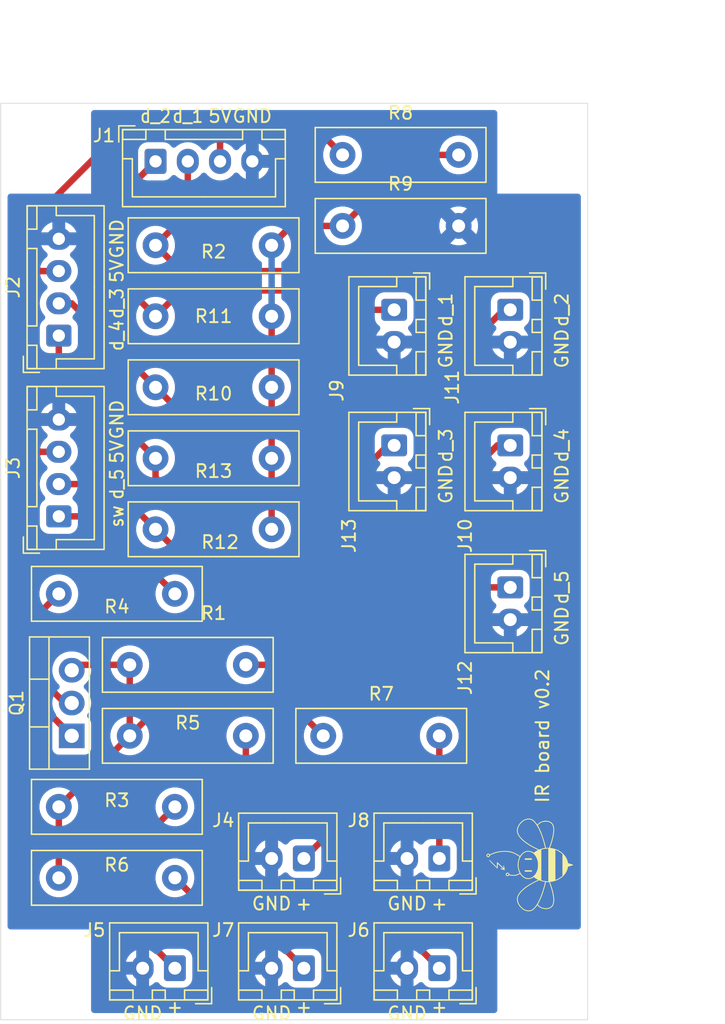
<source format=kicad_pcb>
(kicad_pcb (version 20171130) (host pcbnew "(5.1.10)-1")

  (general
    (thickness 1.6)
    (drawings 42)
    (tracks 96)
    (zones 0)
    (modules 32)
    (nets 17)
  )

  (page A4)
  (layers
    (0 F.Cu signal)
    (31 B.Cu signal)
    (32 B.Adhes user)
    (33 F.Adhes user)
    (34 B.Paste user)
    (35 F.Paste user)
    (36 B.SilkS user)
    (37 F.SilkS user)
    (38 B.Mask user)
    (39 F.Mask user)
    (40 Dwgs.User user)
    (41 Cmts.User user)
    (42 Eco1.User user)
    (43 Eco2.User user)
    (44 Edge.Cuts user)
    (45 Margin user)
    (46 B.CrtYd user hide)
    (47 F.CrtYd user)
    (48 B.Fab user)
    (49 F.Fab user hide)
  )

  (setup
    (last_trace_width 0.25)
    (user_trace_width 0.5)
    (trace_clearance 0.2)
    (zone_clearance 0.5)
    (zone_45_only no)
    (trace_min 0.2)
    (via_size 0.8)
    (via_drill 0.4)
    (via_min_size 0.4)
    (via_min_drill 0.3)
    (uvia_size 0.3)
    (uvia_drill 0.1)
    (uvias_allowed no)
    (uvia_min_size 0.2)
    (uvia_min_drill 0.1)
    (edge_width 0.05)
    (segment_width 0.2)
    (pcb_text_width 0.3)
    (pcb_text_size 1.5 1.5)
    (mod_edge_width 0.12)
    (mod_text_size 1 1)
    (mod_text_width 0.15)
    (pad_size 1.524 1.524)
    (pad_drill 0.762)
    (pad_to_mask_clearance 0)
    (aux_axis_origin 0 0)
    (visible_elements 7FFFFFFF)
    (pcbplotparams
      (layerselection 0x010fc_ffffffff)
      (usegerberextensions false)
      (usegerberattributes true)
      (usegerberadvancedattributes true)
      (creategerberjobfile true)
      (excludeedgelayer true)
      (linewidth 0.100000)
      (plotframeref false)
      (viasonmask false)
      (mode 1)
      (useauxorigin false)
      (hpglpennumber 1)
      (hpglpenspeed 20)
      (hpglpendiameter 15.000000)
      (psnegative false)
      (psa4output false)
      (plotreference true)
      (plotvalue true)
      (plotinvisibletext false)
      (padsonsilk false)
      (subtractmaskfromsilk false)
      (outputformat 1)
      (mirror false)
      (drillshape 0)
      (scaleselection 1)
      (outputdirectory "gerber/"))
  )

  (net 0 "")
  (net 1 GND)
  (net 2 +5V)
  (net 3 d_2)
  (net 4 d_1)
  (net 5 d_4)
  (net 6 d_3)
  (net 7 sw_led)
  (net 8 d_5)
  (net 9 "Net-(J4-Pad1)")
  (net 10 "Net-(J5-Pad1)")
  (net 11 "Net-(J6-Pad1)")
  (net 12 "Net-(J7-Pad1)")
  (net 13 "Net-(J8-Pad1)")
  (net 14 "Net-(Q1-Pad1)")
  (net 15 +3V3)
  (net 16 Vdrive)

  (net_class Default "This is the default net class."
    (clearance 0.2)
    (trace_width 0.25)
    (via_dia 0.8)
    (via_drill 0.4)
    (uvia_dia 0.3)
    (uvia_drill 0.1)
    (add_net +3V3)
    (add_net +5V)
    (add_net GND)
    (add_net "Net-(J4-Pad1)")
    (add_net "Net-(J5-Pad1)")
    (add_net "Net-(J6-Pad1)")
    (add_net "Net-(J7-Pad1)")
    (add_net "Net-(J8-Pad1)")
    (add_net "Net-(Q1-Pad1)")
    (add_net Vdrive)
    (add_net d_1)
    (add_net d_2)
    (add_net d_3)
    (add_net d_4)
    (add_net d_5)
    (add_net sw_led)
  )

  (module MountingHole:MountingHole_3.2mm_M3_DIN965 (layer F.Cu) (tedit 56D1B4CB) (tstamp 610E8991)
    (at 124 29 270)
    (descr "Mounting Hole 3.2mm, no annular, M3, DIN965")
    (tags "mounting hole 3.2mm no annular m3 din965")
    (attr virtual)
    (fp_text reference REF** (at 0 -3.8 90) (layer F.SilkS) hide
      (effects (font (size 1 1) (thickness 0.15)))
    )
    (fp_text value MountingHole_3.2mm_M3_DIN965 (at 0 3.8 90) (layer F.Fab) hide
      (effects (font (size 1 1) (thickness 0.15)))
    )
    (fp_circle (center 0 0) (end 2.8 0) (layer Cmts.User) (width 0.15))
    (fp_circle (center 0 0) (end 3.05 0) (layer F.CrtYd) (width 0.05))
    (fp_text user %R (at 0.3 0 90) (layer F.Fab) hide
      (effects (font (size 1 1) (thickness 0.15)))
    )
    (pad 1 np_thru_hole circle (at 0 0 270) (size 3.2 3.2) (drill 3.2) (layers *.Cu *.Mask))
  )

  (module MountingHole:MountingHole_3.2mm_M3_DIN965 (layer F.Cu) (tedit 56D1B4CB) (tstamp 610E898A)
    (at 85.5 93 90)
    (descr "Mounting Hole 3.2mm, no annular, M3, DIN965")
    (tags "mounting hole 3.2mm no annular m3 din965")
    (attr virtual)
    (fp_text reference REF** (at 0 -3.8 90) (layer F.SilkS) hide
      (effects (font (size 1 1) (thickness 0.15)))
    )
    (fp_text value MountingHole_3.2mm_M3_DIN965 (at 0 3.8 90) (layer F.Fab) hide
      (effects (font (size 1 1) (thickness 0.15)))
    )
    (fp_circle (center 0 0) (end 2.8 0) (layer Cmts.User) (width 0.15))
    (fp_circle (center 0 0) (end 3.05 0) (layer F.CrtYd) (width 0.05))
    (fp_text user %R (at 0.3 0 90) (layer F.Fab) hide
      (effects (font (size 1 1) (thickness 0.15)))
    )
    (pad 1 np_thru_hole circle (at 0 0 90) (size 3.2 3.2) (drill 3.2) (layers *.Cu *.Mask))
  )

  (module MountingHole:MountingHole_3.2mm_M3_DIN965 (layer F.Cu) (tedit 56D1B4CB) (tstamp 610E893C)
    (at 124 93 180)
    (descr "Mounting Hole 3.2mm, no annular, M3, DIN965")
    (tags "mounting hole 3.2mm no annular m3 din965")
    (attr virtual)
    (fp_text reference REF** (at 0 -3.8) (layer F.SilkS) hide
      (effects (font (size 1 1) (thickness 0.15)))
    )
    (fp_text value MountingHole_3.2mm_M3_DIN965 (at 0 3.8) (layer F.Fab) hide
      (effects (font (size 1 1) (thickness 0.15)))
    )
    (fp_circle (center 0 0) (end 2.8 0) (layer Cmts.User) (width 0.15))
    (fp_circle (center 0 0) (end 3.05 0) (layer F.CrtYd) (width 0.05))
    (fp_text user %R (at 0.3 0) (layer F.Fab) hide
      (effects (font (size 1 1) (thickness 0.15)))
    )
    (pad 1 np_thru_hole circle (at 0 0 180) (size 3.2 3.2) (drill 3.2) (layers *.Cu *.Mask))
  )

  (module MountingHole:MountingHole_3.2mm_M3_DIN965 (layer F.Cu) (tedit 56D1B4CB) (tstamp 610E8935)
    (at 85.5 29 90)
    (descr "Mounting Hole 3.2mm, no annular, M3, DIN965")
    (tags "mounting hole 3.2mm no annular m3 din965")
    (attr virtual)
    (fp_text reference REF** (at 0 -3.8 90) (layer F.SilkS) hide
      (effects (font (size 1 1) (thickness 0.15)))
    )
    (fp_text value MountingHole_3.2mm_M3_DIN965 (at 0 3.8 90) (layer F.Fab) hide
      (effects (font (size 1 1) (thickness 0.15)))
    )
    (fp_circle (center 0 0) (end 3.05 0) (layer F.CrtYd) (width 0.05))
    (fp_circle (center 0 0) (end 2.8 0) (layer Cmts.User) (width 0.15))
    (fp_text user %R (at 0.3 0 90) (layer F.Fab) hide
      (effects (font (size 1 1) (thickness 0.15)))
    )
    (pad 1 np_thru_hole circle (at 0 0 90) (size 3.2 3.2) (drill 3.2) (layers *.Cu *.Mask))
  )

  (module logo-beehive:logo-beehive-7_2х6_7mm (layer F.Cu) (tedit 0) (tstamp 610E892D)
    (at 123 84.5 90)
    (fp_text reference G*** (at 0 0 90) (layer F.SilkS) hide
      (effects (font (size 1.524 1.524) (thickness 0.3)))
    )
    (fp_text value LOGO (at 0.75 0 90) (layer F.SilkS) hide
      (effects (font (size 1.524 1.524) (thickness 0.3)))
    )
    (fp_poly (pts (xy 0.508 0.173182) (xy 0.404091 0.173182) (xy 0.404091 -0.369454) (xy 0.508 -0.369454)
      (xy 0.508 0.173182)) (layer F.SilkS) (width 0.01))
    (fp_poly (pts (xy -0.415636 0.173182) (xy -0.519546 0.173182) (xy -0.519546 -0.369454) (xy -0.415636 -0.369454)
      (xy -0.415636 0.173182)) (layer F.SilkS) (width 0.01))
    (fp_poly (pts (xy 0.373099 -3.122533) (xy 0.369224 -3.109199) (xy 0.354184 -3.086757) (xy 0.327016 -3.054031)
      (xy 0.28676 -3.009848) (xy 0.232455 -2.953033) (xy 0.16314 -2.882413) (xy 0.096827 -2.815781)
      (xy -0.190327 -2.528454) (xy 0.008746 -2.528454) (xy 0.081153 -2.528276) (xy 0.133629 -2.52753)
      (xy 0.169333 -2.525895) (xy 0.191424 -2.523054) (xy 0.203059 -2.518688) (xy 0.207397 -2.512477)
      (xy 0.207818 -2.50835) (xy 0.199922 -2.495335) (xy 0.177598 -2.468358) (xy 0.14289 -2.429638)
      (xy 0.097844 -2.381393) (xy 0.044505 -2.325843) (xy -0.015081 -2.265206) (xy -0.031647 -2.248578)
      (xy -0.107675 -2.171851) (xy -0.167131 -2.110416) (xy -0.21038 -2.063869) (xy -0.237787 -2.031809)
      (xy -0.249716 -2.01383) (xy -0.248124 -2.009314) (xy -0.224942 -2.01189) (xy -0.188032 -2.018168)
      (xy -0.15317 -2.025161) (xy -0.112516 -2.033013) (xy -0.088124 -2.034732) (xy -0.073974 -2.030254)
      (xy -0.067646 -2.024266) (xy -0.060571 -2.01187) (xy -0.063805 -2.001313) (xy -0.079929 -1.991447)
      (xy -0.111523 -1.981122) (xy -0.161166 -1.969192) (xy -0.218458 -1.957139) (xy -0.281228 -1.944397)
      (xy -0.325023 -1.935816) (xy -0.353499 -1.93097) (xy -0.370313 -1.929433) (xy -0.379119 -1.930779)
      (xy -0.383574 -1.934583) (xy -0.385558 -1.937671) (xy -0.386495 -1.953939) (xy -0.382402 -1.986838)
      (xy -0.374463 -2.031182) (xy -0.363866 -2.081789) (xy -0.351794 -2.133474) (xy -0.339436 -2.181054)
      (xy -0.327975 -2.219345) (xy -0.318599 -2.243164) (xy -0.31449 -2.248343) (xy -0.295101 -2.249946)
      (xy -0.285455 -2.234986) (xy -0.285226 -2.201866) (xy -0.294087 -2.148986) (xy -0.294139 -2.148738)
      (xy -0.302673 -2.107185) (xy -0.308924 -2.074871) (xy -0.311687 -2.05806) (xy -0.311727 -2.057342)
      (xy -0.303951 -2.063003) (xy -0.282058 -2.082978) (xy -0.248202 -2.115196) (xy -0.204539 -2.157586)
      (xy -0.153221 -2.208077) (xy -0.103751 -2.257256) (xy 0.104224 -2.464954) (xy -0.083408 -2.470727)
      (xy -0.15498 -2.473257) (xy -0.20655 -2.476017) (xy -0.241206 -2.479383) (xy -0.262038 -2.48373)
      (xy -0.272134 -2.489436) (xy -0.274392 -2.494) (xy -0.267207 -2.50546) (xy -0.245659 -2.530835)
      (xy -0.211923 -2.567927) (xy -0.168174 -2.614538) (xy -0.116585 -2.668467) (xy -0.059333 -2.727516)
      (xy 0.001408 -2.789486) (xy 0.063464 -2.852177) (xy 0.12466 -2.913392) (xy 0.18282 -2.97093)
      (xy 0.235771 -3.022593) (xy 0.281337 -3.066181) (xy 0.317345 -3.099496) (xy 0.341618 -3.120339)
      (xy 0.351193 -3.126571) (xy 0.366768 -3.127932) (xy 0.373099 -3.122533)) (layer F.SilkS) (width 0.01))
    (fp_poly (pts (xy 0.781124 -3.338272) (xy 0.820066 -3.312623) (xy 0.850866 -3.27735) (xy 0.862381 -3.253557)
      (xy 0.869381 -3.203831) (xy 0.86004 -3.155836) (xy 0.836291 -3.117453) (xy 0.826963 -3.109228)
      (xy 0.800557 -3.08931) (xy 0.860848 -2.961859) (xy 0.942059 -2.765907) (xy 1.003933 -2.561687)
      (xy 1.0468 -2.347606) (xy 1.070993 -2.122074) (xy 1.077124 -1.922318) (xy 1.073712 -1.775328)
      (xy 1.063437 -1.645173) (xy 1.045563 -1.526426) (xy 1.019354 -1.413658) (xy 0.998815 -1.345045)
      (xy 0.968368 -1.263013) (xy 0.926952 -1.169003) (xy 0.877686 -1.069335) (xy 0.823684 -0.970328)
      (xy 0.770857 -0.882677) (xy 0.741321 -0.836271) (xy 0.716056 -0.796521) (xy 0.69781 -0.767754)
      (xy 0.689434 -0.754466) (xy 0.694321 -0.742271) (xy 0.714538 -0.722105) (xy 0.745386 -0.698528)
      (xy 0.810309 -0.647155) (xy 0.876016 -0.583521) (xy 0.937047 -0.513779) (xy 0.987937 -0.444085)
      (xy 1.018545 -0.390721) (xy 1.053095 -0.310872) (xy 1.074433 -0.238095) (xy 1.084874 -0.162371)
      (xy 1.086945 -0.094934) (xy 1.076086 0.020467) (xy 1.045188 0.132328) (xy 0.995987 0.235343)
      (xy 0.96275 0.284984) (xy 0.935175 0.321741) (xy 0.996225 0.402894) (xy 1.032255 0.454242)
      (xy 1.070613 0.514339) (xy 1.103634 0.571117) (xy 1.10681 0.577014) (xy 1.156345 0.669982)
      (xy 1.269255 0.441786) (xy 1.379742 0.226784) (xy 1.488243 0.032834) (xy 1.595982 -0.141879)
      (xy 1.704185 -0.29917) (xy 1.814075 -0.440853) (xy 1.926878 -0.568743) (xy 2.004467 -0.647395)
      (xy 2.12895 -0.758498) (xy 2.2502 -0.847038) (xy 2.36916 -0.913164) (xy 2.48677 -0.957023)
      (xy 2.603972 -0.978764) (xy 2.721707 -0.978534) (xy 2.840917 -0.956481) (xy 2.962542 -0.912754)
      (xy 3.087524 -0.847501) (xy 3.125835 -0.823735) (xy 3.238046 -0.741435) (xy 3.336093 -0.648795)
      (xy 3.419199 -0.547932) (xy 3.486591 -0.440965) (xy 3.537492 -0.33001) (xy 3.571127 -0.217185)
      (xy 3.586721 -0.104607) (xy 3.583499 0.005605) (xy 3.560685 0.111335) (xy 3.517504 0.210464)
      (xy 3.509522 0.224138) (xy 3.467783 0.282863) (xy 3.410567 0.348425) (xy 3.342435 0.416194)
      (xy 3.267951 0.481537) (xy 3.215409 0.522663) (xy 3.176019 0.551978) (xy 3.144162 0.575822)
      (xy 3.123999 0.591072) (xy 3.119139 0.594895) (xy 3.125036 0.603996) (xy 3.144107 0.625315)
      (xy 3.172877 0.655066) (xy 3.189509 0.671619) (xy 3.25791 0.75317) (xy 3.316458 0.851565)
      (xy 3.363304 0.961991) (xy 3.396598 1.079634) (xy 3.414493 1.199678) (xy 3.417102 1.264228)
      (xy 3.40813 1.381577) (xy 3.38235 1.49233) (xy 3.34125 1.593721) (xy 3.286317 1.682986)
      (xy 3.219038 1.75736) (xy 3.140903 1.814077) (xy 3.113719 1.828107) (xy 3.009087 1.865839)
      (xy 2.886866 1.889603) (xy 2.747784 1.899491) (xy 2.592566 1.895596) (xy 2.42194 1.878011)
      (xy 2.236633 1.846829) (xy 2.037372 1.802142) (xy 1.824883 1.744044) (xy 1.599893 1.672626)
      (xy 1.430663 1.613046) (xy 1.320008 1.572564) (xy 1.295866 1.718578) (xy 1.25303 1.913354)
      (xy 1.190764 2.095947) (xy 1.10864 2.267293) (xy 1.006231 2.428329) (xy 0.923258 2.534228)
      (xy 0.814822 2.647279) (xy 0.693857 2.746765) (xy 0.563822 2.830581) (xy 0.428175 2.896622)
      (xy 0.290374 2.942784) (xy 0.229531 2.956334) (xy 0.189546 2.963931) (xy 0.158226 2.970106)
      (xy 0.143514 2.973255) (xy 0.135688 2.984969) (xy 0.123584 3.014497) (xy 0.108873 3.057339)
      (xy 0.093667 3.107452) (xy 0.076809 3.166365) (xy 0.060376 3.223781) (xy 0.0465 3.272257)
      (xy 0.038811 3.299114) (xy 0.025628 3.336932) (xy 0.012258 3.355729) (xy 0 3.359728)
      (xy -0.015288 3.353083) (xy -0.028404 3.330514) (xy -0.038811 3.299114) (xy -0.049206 3.262807)
      (xy -0.063822 3.211743) (xy -0.080529 3.153364) (xy -0.093667 3.107452) (xy -0.109311 3.055982)
      (xy -0.123971 3.013455) (xy -0.135977 2.984371) (xy -0.143515 2.973255) (xy -0.160656 2.969615)
      (xy -0.19313 2.96324) (xy -0.229531 2.956334) (xy -0.367186 2.919651) (xy -0.504219 2.862154)
      (xy -0.637175 2.785947) (xy -0.762596 2.693133) (xy -0.877026 2.585815) (xy -0.923269 2.534228)
      (xy -1.03903 2.38033) (xy -1.135257 2.214564) (xy -1.212083 2.036622) (xy -1.219586 2.011796)
      (xy -1.165985 2.011796) (xy -1.160628 2.030696) (xy -1.146181 2.0653) (xy -1.124874 2.111187)
      (xy -1.098933 2.163934) (xy -1.070588 2.219118) (xy -1.042066 2.272316) (xy -1.015595 2.319106)
      (xy -0.993403 2.355066) (xy -0.991985 2.357185) (xy -0.958579 2.404438) (xy -0.920872 2.454363)
      (xy -0.891354 2.490932) (xy -0.840013 2.551546) (xy 0.841033 2.551546) (xy 0.892441 2.490932)
      (xy 0.93843 2.432196) (xy 0.986502 2.362985) (xy 1.033888 2.288071) (xy 1.077819 2.212231)
      (xy 1.115523 2.140238) (xy 1.144233 2.076867) (xy 1.160841 2.028255) (xy 1.168594 1.997364)
      (xy 0.001251 1.997364) (xy -0.195644 1.997416) (xy -0.37057 1.997583) (xy -0.524648 1.997878)
      (xy -0.659 1.998316) (xy -0.774746 1.998909) (xy -0.873009 1.999671) (xy -0.95491 2.000618)
      (xy -1.02157 2.001762) (xy -1.074111 2.003117) (xy -1.113653 2.004698) (xy -1.141319 2.006517)
      (xy -1.158229 2.00859) (xy -1.165506 2.01093) (xy -1.165985 2.011796) (xy -1.219586 2.011796)
      (xy -1.26964 1.846195) (xy -1.308059 1.642973) (xy -1.310363 1.625739) (xy -1.317382 1.571614)
      (xy -1.42935 1.612882) (xy -1.629865 1.683029) (xy -1.825759 1.744185) (xy -2.015 1.795944)
      (xy -2.195555 1.837898) (xy -2.365393 1.869639) (xy -2.522479 1.89076) (xy -2.664783 1.900853)
      (xy -2.790271 1.899511) (xy -2.838314 1.895344) (xy -2.96209 1.875638) (xy -3.066609 1.846125)
      (xy -3.154103 1.80545) (xy -3.226803 1.752259) (xy -3.286941 1.685198) (xy -3.336747 1.602914)
      (xy -3.343746 1.588582) (xy -3.385695 1.481123) (xy -3.408942 1.37211) (xy -3.411475 1.320836)
      (xy -3.357374 1.320836) (xy -3.349051 1.403928) (xy -3.330314 1.480954) (xy -3.299783 1.559775)
      (xy -3.296364 1.567326) (xy -3.25627 1.634464) (xy -3.201534 1.697768) (xy -3.138721 1.750591)
      (xy -3.084262 1.782114) (xy -2.99339 1.813382) (xy -2.884978 1.834294) (xy -2.762244 1.844603)
      (xy -2.628408 1.844064) (xy -2.486691 1.83243) (xy -2.463978 1.829585) (xy -2.25216 1.794568)
      (xy -2.026325 1.743379) (xy -1.788428 1.676523) (xy -1.540425 1.594501) (xy -1.510962 1.583982)
      (xy -1.325191 1.51715) (xy -1.320921 1.390773) (xy -1.27 1.390773) (xy -1.27 1.454728)
      (xy 1.273528 1.454728) (xy 1.266408 1.330287) (xy 1.260547 1.26306) (xy 1.316252 1.26306)
      (xy 1.321954 1.512174) (xy 1.368136 1.530811) (xy 1.439484 1.558222) (xy 1.526724 1.589564)
      (xy 1.623473 1.622685) (xy 1.72335 1.655429) (xy 1.819972 1.685644) (xy 1.878735 1.703118)
      (xy 2.093291 1.760255) (xy 2.292609 1.802908) (xy 2.476182 1.831017) (xy 2.6435 1.844517)
      (xy 2.794056 1.843349) (xy 2.91629 1.829447) (xy 3.012927 1.807479) (xy 3.091872 1.777436)
      (xy 3.157765 1.737114) (xy 3.209942 1.690006) (xy 3.274118 1.607281) (xy 3.319819 1.513726)
      (xy 3.347495 1.407928) (xy 3.357597 1.28847) (xy 3.356526 1.229811) (xy 3.340665 1.088035)
      (xy 3.306955 0.96039) (xy 3.255506 0.847166) (xy 3.186427 0.748656) (xy 3.170098 0.730306)
      (xy 3.127268 0.685713) (xy 3.094795 0.657447) (xy 3.0686 0.643813) (xy 3.044605 0.643112)
      (xy 3.018734 0.65365) (xy 3.005226 0.661713) (xy 2.958944 0.688662) (xy 2.89593 0.722084)
      (xy 2.820825 0.759719) (xy 2.738272 0.799303) (xy 2.652912 0.838574) (xy 2.569387 0.875271)
      (xy 2.550619 0.883239) (xy 2.457139 0.920633) (xy 2.346529 0.961571) (xy 2.223166 1.004679)
      (xy 2.09143 1.048584) (xy 1.955698 1.091912) (xy 1.820349 1.133289) (xy 1.689763 1.171341)
      (xy 1.568317 1.204694) (xy 1.46039 1.231975) (xy 1.385859 1.248683) (xy 1.316252 1.26306)
      (xy 1.260547 1.26306) (xy 1.259747 1.253895) (xy 1.248535 1.167625) (xy 1.234147 1.079964)
      (xy 1.217961 0.9994) (xy 1.203276 0.940955) (xy 1.193293 0.906319) (xy -1.194304 0.906319)
      (xy -1.220268 1.010228) (xy -1.23911 1.098477) (xy -1.254501 1.195531) (xy -1.26518 1.29174)
      (xy -1.269885 1.377451) (xy -1.27 1.390773) (xy -1.320921 1.390773) (xy -1.316645 1.264228)
      (xy -1.434754 1.236895) (xy -1.501797 1.22041) (xy -1.585737 1.198273) (xy -1.681508 1.171947)
      (xy -1.78404 1.142901) (xy -1.888267 1.112598) (xy -1.989119 1.082507) (xy -2.08153 1.054092)
      (xy -2.160431 1.02882) (xy -2.199409 1.015696) (xy -2.323182 0.971175) (xy -2.448985 0.92273)
      (xy -2.572984 0.872035) (xy -2.691345 0.820767) (xy -2.800235 0.770601) (xy -2.89582 0.723212)
      (xy -2.974265 0.680275) (xy -2.993815 0.668554) (xy -3.027147 0.649909) (xy -3.05353 0.642358)
      (xy -3.078126 0.647357) (xy -3.106096 0.666363) (xy -3.142603 0.700832) (xy -3.15587 0.714282)
      (xy -3.232717 0.809128) (xy -3.291358 0.918026) (xy -3.331675 1.040673) (xy -3.353547 1.176766)
      (xy -3.356664 1.223819) (xy -3.357374 1.320836) (xy -3.411475 1.320836) (xy -3.414734 1.254894)
      (xy -3.413307 1.218046) (xy -3.396132 1.080679) (xy -3.361188 0.952052) (xy -3.309573 0.83484)
      (xy -3.242385 0.731716) (xy -3.188985 0.671619) (xy -3.1569 0.639059) (xy -3.132792 0.613101)
      (xy -3.120127 0.597552) (xy -3.119139 0.594895) (xy -3.1295 0.586909) (xy -3.154289 0.568322)
      (xy -3.189354 0.542238) (xy -3.216089 0.522438) (xy -3.292731 0.461203) (xy -3.366118 0.3941)
      (xy -3.431605 0.325854) (xy -3.484547 0.261184) (xy -3.509522 0.224148) (xy -3.556269 0.125261)
      (xy -3.582294 0.01982) (xy -3.58729 -0.071302) (xy -3.531475 -0.071302) (xy -3.530831 -0.039606)
      (xy -3.527441 0.015291) (xy -3.521365 0.056568) (xy -3.510236 0.093692) (xy -3.491685 0.136134)
      (xy -3.481814 0.156403) (xy -3.425027 0.248295) (xy -3.345829 0.340169) (xy -3.244895 0.431635)
      (xy -3.122901 0.522299) (xy -2.980524 0.611771) (xy -2.81844 0.699659) (xy -2.637324 0.785571)
      (xy -2.437852 0.869116) (xy -2.220702 0.949901) (xy -1.986548 1.027535) (xy -1.9685 1.033164)
      (xy -1.899652 1.053987) (xy -1.823419 1.076095) (xy -1.742903 1.098684) (xy -1.661204 1.120951)
      (xy -1.581421 1.142094) (xy -1.506657 1.161309) (xy -1.440011 1.177795) (xy -1.384584 1.190747)
      (xy -1.343476 1.199364) (xy -1.319788 1.202841) (xy -1.315331 1.202301) (xy -1.310525 1.18843)
      (xy -1.303023 1.157156) (xy -1.294048 1.113834) (xy -1.288644 1.085273) (xy -1.275538 1.023924)
      (xy -1.257466 0.952675) (xy -1.237498 0.883276) (xy -1.228744 0.855882) (xy -1.188907 0.736173)
      (xy -1.190922 0.731736) (xy 1.187715 0.731736) (xy 1.224028 0.841244) (xy 1.24494 0.908541)
      (xy 1.264527 0.979266) (xy 1.281511 1.04802) (xy 1.294618 1.109401) (xy 1.302571 1.158011)
      (xy 1.304386 1.181301) (xy 1.307638 1.204155) (xy 1.31928 1.209081) (xy 1.324841 1.207791)
      (xy 1.342821 1.202968) (xy 1.378686 1.193763) (xy 1.427904 1.181327) (xy 1.485942 1.166807)
      (xy 1.512454 1.160216) (xy 1.7631 1.094106) (xy 2.000962 1.023487) (xy 2.225116 0.948828)
      (xy 2.434641 0.870599) (xy 2.628614 0.789271) (xy 2.806113 0.705311) (xy 2.966216 0.61919)
      (xy 3.108001 0.531377) (xy 3.230545 0.442341) (xy 3.332927 0.352553) (xy 3.414223 0.262482)
      (xy 3.473511 0.172596) (xy 3.480994 0.15806) (xy 3.502829 0.111304) (xy 3.516532 0.072763)
      (xy 3.524475 0.033013) (xy 3.529027 -0.017368) (xy 3.530161 -0.037404) (xy 3.525184 -0.160604)
      (xy 3.497675 -0.281907) (xy 3.448182 -0.400087) (xy 3.377254 -0.513921) (xy 3.285439 -0.622184)
      (xy 3.25425 -0.653064) (xy 3.14536 -0.74489) (xy 3.031263 -0.818683) (xy 2.914113 -0.873715)
      (xy 2.796064 -0.909257) (xy 2.679268 -0.924579) (xy 2.565881 -0.918952) (xy 2.505364 -0.906562)
      (xy 2.39331 -0.865968) (xy 2.278736 -0.803154) (xy 2.162206 -0.718784) (xy 2.044283 -0.613524)
      (xy 1.925533 -0.488036) (xy 1.80652 -0.342986) (xy 1.687807 -0.179037) (xy 1.56996 0.003146)
      (xy 1.453542 0.202899) (xy 1.339118 0.419558) (xy 1.284575 0.530391) (xy 1.187715 0.731736)
      (xy -1.190922 0.731736) (xy -1.242049 0.6192) (xy -1.344968 0.403905) (xy -1.452176 0.201117)
      (xy -1.562851 0.011828) (xy -1.676172 -0.16297) (xy -1.791318 -0.322286) (xy -1.907468 -0.465127)
      (xy -2.0238 -0.590502) (xy -2.139494 -0.697418) (xy -2.253727 -0.784885) (xy -2.36568 -0.851909)
      (xy -2.47453 -0.8975) (xy -2.505364 -0.906562) (xy -2.615938 -0.924099) (xy -2.731113 -0.920284)
      (xy -2.848734 -0.895846) (xy -2.966648 -0.851514) (xy -3.082701 -0.788017) (xy -3.19474 -0.706084)
      (xy -3.25425 -0.653064) (xy -3.352283 -0.546482) (xy -3.429568 -0.433803) (xy -3.485559 -0.316239)
      (xy -3.51971 -0.195001) (xy -3.531475 -0.071302) (xy -3.58729 -0.071302) (xy -3.588325 -0.090174)
      (xy -3.575091 -0.202723) (xy -3.543319 -0.315828) (xy -3.493736 -0.427488) (xy -3.427071 -0.535706)
      (xy -3.344052 -0.638481) (xy -3.245405 -0.733815) (xy -3.131858 -0.819709) (xy -3.128818 -0.821729)
      (xy -3.003531 -0.894559) (xy -2.880454 -0.945281) (xy -2.758981 -0.973797) (xy -2.638509 -0.980009)
      (xy -2.518432 -0.96382) (xy -2.398146 -0.925131) (xy -2.277046 -0.863845) (xy -2.154528 -0.779862)
      (xy -2.029987 -0.673087) (xy -1.993285 -0.637726) (xy -1.876664 -0.514496) (xy -1.76359 -0.378067)
      (xy -1.652878 -0.226667) (xy -1.543339 -0.058527) (xy -1.433786 0.128125) (xy -1.323032 0.335058)
      (xy -1.269145 0.442009) (xy -1.156125 0.670426) (xy -1.109291 0.580554) (xy -1.078495 0.526225)
      (xy -1.040587 0.466059) (xy -1.003155 0.412031) (xy -0.998816 0.406212) (xy -0.935175 0.321741)
      (xy -0.962751 0.284984) (xy -1.021033 0.188878) (xy -1.061938 0.08109) (xy -1.083733 -0.033077)
      (xy -1.086945 -0.094934) (xy -1.086541 -0.104581) (xy -1.03596 -0.104581) (xy -1.026154 0.004092)
      (xy -0.995446 0.109498) (xy -0.944929 0.210166) (xy -0.875696 0.304621) (xy -0.78884 0.391391)
      (xy -0.685456 0.469002) (xy -0.566635 0.535983) (xy -0.433472 0.590859) (xy -0.423003 0.594423)
      (xy -0.343148 0.618909) (xy -0.268002 0.636303) (xy -0.191285 0.647415) (xy -0.10671 0.653053)
      (xy -0.007997 0.654028) (xy 0.034636 0.653341) (xy 0.112848 0.651127) (xy 0.17405 0.647841)
      (xy 0.224321 0.642791) (xy 0.269739 0.635286) (xy 0.316383 0.624634) (xy 0.339248 0.618667)
      (xy 0.48028 0.572409) (xy 0.60799 0.513494) (xy 0.721255 0.443288) (xy 0.818952 0.363159)
      (xy 0.89996 0.274475) (xy 0.963155 0.178601) (xy 1.007416 0.076906) (xy 1.031619 -0.029243)
      (xy 1.034643 -0.13848) (xy 1.02377 -0.215046) (xy 0.988557 -0.32622) (xy 0.932382 -0.430687)
      (xy 0.856726 -0.527164) (xy 0.763074 -0.614365) (xy 0.652907 -0.691003) (xy 0.527709 -0.755794)
      (xy 0.388962 -0.807452) (xy 0.317435 -0.827343) (xy 0.265651 -0.839627) (xy 0.220998 -0.848283)
      (xy 0.17729 -0.853929) (xy 0.128345 -0.85718) (xy 0.067978 -0.858652) (xy 0 -0.858965)
      (xy -0.075828 -0.858546) (xy -0.134778 -0.856879) (xy -0.183055 -0.853351) (xy -0.226862 -0.847346)
      (xy -0.272404 -0.838251) (xy -0.3175 -0.827536) (xy -0.462194 -0.78292) (xy -0.594078 -0.724467)
      (xy -0.711668 -0.653466) (xy -0.813482 -0.571202) (xy -0.898035 -0.478962) (xy -0.963844 -0.378032)
      (xy -1.009426 -0.269698) (xy -1.02377 -0.215046) (xy -1.03596 -0.104581) (xy -1.086541 -0.104581)
      (xy -1.083385 -0.179891) (xy -1.070732 -0.2541) (xy -1.046671 -0.327578) (xy -1.018545 -0.390721)
      (xy -0.980207 -0.455708) (xy -0.927199 -0.525847) (xy -0.864982 -0.594984) (xy -0.799018 -0.656964)
      (xy -0.745379 -0.698532) (xy -0.681877 -0.742268) (xy -0.711307 -0.789657) (xy -0.775382 -0.91204)
      (xy -0.815808 -1.027545) (xy -0.827612 -1.090213) (xy -0.834802 -1.168285) (xy -0.837383 -1.254538)
      (xy -0.835358 -1.341751) (xy -0.828733 -1.422702) (xy -0.81751 -1.490171) (xy -0.815547 -1.498229)
      (xy -0.794048 -1.58214) (xy -0.823808 -1.60555) (xy -0.855103 -1.643446) (xy -0.868873 -1.689922)
      (xy -0.86773 -1.706645) (xy -0.819727 -1.706645) (xy -0.810207 -1.679885) (xy -0.786971 -1.652868)
      (xy -0.758005 -1.63322) (xy -0.737292 -1.627909) (xy -0.710612 -1.635591) (xy -0.684812 -1.653012)
      (xy -0.663044 -1.686513) (xy -0.659999 -1.722991) (xy -0.673306 -1.756371) (xy -0.700596 -1.780577)
      (xy -0.738071 -1.789545) (xy -0.771185 -1.779412) (xy -0.800241 -1.754129) (xy -0.817681 -1.721369)
      (xy -0.819727 -1.706645) (xy -0.86773 -1.706645) (xy -0.865518 -1.739005) (xy -0.845439 -1.784719)
      (xy -0.809361 -1.820873) (xy -0.764231 -1.842776) (xy -0.71985 -1.844407) (xy -0.67516 -1.829062)
      (xy -0.639173 -1.800811) (xy -0.612432 -1.758947) (xy -0.600564 -1.712661) (xy -0.600407 -1.706982)
      (xy -0.610708 -1.664952) (xy -0.637735 -1.624526) (xy -0.675862 -1.593111) (xy -0.693329 -1.584583)
      (xy -0.721895 -1.570686) (xy -0.739711 -1.55217) (xy -0.753326 -1.521228) (xy -0.757751 -1.507784)
      (xy -0.769308 -1.45586) (xy -0.777432 -1.387829) (xy -0.781948 -1.310446) (xy -0.782678 -1.230465)
      (xy -0.779447 -1.15464) (xy -0.772077 -1.089725) (xy -0.769104 -1.073727) (xy -0.757296 -1.030294)
      (xy -0.73904 -0.97831) (xy -0.716774 -0.923294) (xy -0.692936 -0.870762) (xy -0.669964 -0.826231)
      (xy -0.650298 -0.795219) (xy -0.641975 -0.786089) (xy -0.623931 -0.784078) (xy -0.587414 -0.793208)
      (xy -0.531675 -0.81367) (xy -0.528876 -0.814791) (xy -0.356342 -0.871998) (xy -0.181043 -0.906566)
      (xy -0.004425 -0.918495) (xy 0.172062 -0.907786) (xy 0.346972 -0.87444) (xy 0.518857 -0.818457)
      (xy 0.529286 -0.814279) (xy 0.629227 -0.773804) (xy 0.652693 -0.802464) (xy 0.675511 -0.833998)
      (xy 0.706046 -0.881335) (xy 0.741548 -0.939695) (xy 0.779269 -1.004299) (xy 0.816461 -1.070367)
      (xy 0.850376 -1.133118) (xy 0.878263 -1.187772) (xy 0.894974 -1.223818) (xy 0.952283 -1.384565)
      (xy 0.993139 -1.55845) (xy 1.017692 -1.742563) (xy 1.026091 -1.933994) (xy 1.018488 -2.129834)
      (xy 0.995032 -2.327174) (xy 0.955874 -2.523103) (xy 0.901163 -2.714712) (xy 0.83105 -2.899092)
      (xy 0.805599 -2.955636) (xy 0.782039 -3.005003) (xy 0.764405 -3.037704) (xy 0.749165 -3.058139)
      (xy 0.732786 -3.070709) (xy 0.711739 -3.079812) (xy 0.70366 -3.082636) (xy 0.659252 -3.106825)
      (xy 0.624129 -3.142791) (xy 0.603562 -3.184206) (xy 0.600364 -3.206712) (xy 0.604074 -3.224306)
      (xy 0.659665 -3.224306) (xy 0.662521 -3.188954) (xy 0.683492 -3.15701) (xy 0.688511 -3.152747)
      (xy 0.725237 -3.132232) (xy 0.758193 -3.133638) (xy 0.791365 -3.157134) (xy 0.791388 -3.157157)
      (xy 0.814899 -3.190331) (xy 0.816319 -3.223285) (xy 0.795819 -3.260007) (xy 0.795798 -3.260034)
      (xy 0.76393 -3.285504) (xy 0.738071 -3.290454) (xy 0.699613 -3.281092) (xy 0.672753 -3.257031)
      (xy 0.659665 -3.224306) (xy 0.604074 -3.224306) (xy 0.611034 -3.257305) (xy 0.639695 -3.301015)
      (xy 0.68132 -3.332816) (xy 0.730884 -3.347682) (xy 0.741833 -3.348181) (xy 0.781124 -3.338272)) (layer F.SilkS) (width 0.01))
  )

  (module Resistor_THT:R_Box_L13.0mm_W4.0mm_P9.00mm (layer F.Cu) (tedit 5AE5139B) (tstamp 610E93F3)
    (at 103 53 180)
    (descr "Resistor, Box series, Radial, pin pitch=9.00mm, 2W, length*width=13.0*4.0mm^2, http://www.produktinfo.conrad.com/datenblaetter/425000-449999/443860-da-01-de-METALLBAND_WIDERSTAND_0_1_OHM_5W_5Pr.pdf")
    (tags "Resistor Box series Radial pin pitch 9.00mm 2W length 13.0mm width 4.0mm")
    (path /6110729D)
    (fp_text reference R13 (at 4.5 -1) (layer F.SilkS)
      (effects (font (size 1 1) (thickness 0.15)))
    )
    (fp_text value 10k (at 4.5 3.25) (layer F.Fab)
      (effects (font (size 1 1) (thickness 0.15)))
    )
    (fp_line (start 11.25 -2.25) (end -2.25 -2.25) (layer F.CrtYd) (width 0.05))
    (fp_line (start 11.25 2.25) (end 11.25 -2.25) (layer F.CrtYd) (width 0.05))
    (fp_line (start -2.25 2.25) (end 11.25 2.25) (layer F.CrtYd) (width 0.05))
    (fp_line (start -2.25 -2.25) (end -2.25 2.25) (layer F.CrtYd) (width 0.05))
    (fp_line (start 11.12 -2.12) (end 11.12 2.12) (layer F.SilkS) (width 0.12))
    (fp_line (start -2.12 -2.12) (end -2.12 2.12) (layer F.SilkS) (width 0.12))
    (fp_line (start -2.12 2.12) (end 11.12 2.12) (layer F.SilkS) (width 0.12))
    (fp_line (start -2.12 -2.12) (end 11.12 -2.12) (layer F.SilkS) (width 0.12))
    (fp_line (start 11 -2) (end -2 -2) (layer F.Fab) (width 0.1))
    (fp_line (start 11 2) (end 11 -2) (layer F.Fab) (width 0.1))
    (fp_line (start -2 2) (end 11 2) (layer F.Fab) (width 0.1))
    (fp_line (start -2 -2) (end -2 2) (layer F.Fab) (width 0.1))
    (fp_text user %R (at 4.5 0) (layer F.Fab)
      (effects (font (size 1 1) (thickness 0.15)))
    )
    (pad 2 thru_hole circle (at 9 0 180) (size 2 2) (drill 1) (layers *.Cu *.Mask)
      (net 5 d_4))
    (pad 1 thru_hole circle (at 0 0 180) (size 2 2) (drill 1) (layers *.Cu *.Mask)
      (net 15 +3V3))
    (model ${KISYS3DMOD}/Resistor_THT.3dshapes/R_Box_L13.0mm_W4.0mm_P9.00mm.wrl
      (at (xyz 0 0 0))
      (scale (xyz 1 1 1))
      (rotate (xyz 0 0 0))
    )
  )

  (module Resistor_THT:R_Box_L13.0mm_W4.0mm_P9.00mm (layer F.Cu) (tedit 5AE5139B) (tstamp 610E93E0)
    (at 103 58.5 180)
    (descr "Resistor, Box series, Radial, pin pitch=9.00mm, 2W, length*width=13.0*4.0mm^2, http://www.produktinfo.conrad.com/datenblaetter/425000-449999/443860-da-01-de-METALLBAND_WIDERSTAND_0_1_OHM_5W_5Pr.pdf")
    (tags "Resistor Box series Radial pin pitch 9.00mm 2W length 13.0mm width 4.0mm")
    (path /6110A5EF)
    (fp_text reference R12 (at 4 -1) (layer F.SilkS)
      (effects (font (size 1 1) (thickness 0.15)))
    )
    (fp_text value 10k (at 4.5 3.25) (layer F.Fab)
      (effects (font (size 1 1) (thickness 0.15)))
    )
    (fp_line (start 11.25 -2.25) (end -2.25 -2.25) (layer F.CrtYd) (width 0.05))
    (fp_line (start 11.25 2.25) (end 11.25 -2.25) (layer F.CrtYd) (width 0.05))
    (fp_line (start -2.25 2.25) (end 11.25 2.25) (layer F.CrtYd) (width 0.05))
    (fp_line (start -2.25 -2.25) (end -2.25 2.25) (layer F.CrtYd) (width 0.05))
    (fp_line (start 11.12 -2.12) (end 11.12 2.12) (layer F.SilkS) (width 0.12))
    (fp_line (start -2.12 -2.12) (end -2.12 2.12) (layer F.SilkS) (width 0.12))
    (fp_line (start -2.12 2.12) (end 11.12 2.12) (layer F.SilkS) (width 0.12))
    (fp_line (start -2.12 -2.12) (end 11.12 -2.12) (layer F.SilkS) (width 0.12))
    (fp_line (start 11 -2) (end -2 -2) (layer F.Fab) (width 0.1))
    (fp_line (start 11 2) (end 11 -2) (layer F.Fab) (width 0.1))
    (fp_line (start -2 2) (end 11 2) (layer F.Fab) (width 0.1))
    (fp_line (start -2 -2) (end -2 2) (layer F.Fab) (width 0.1))
    (fp_text user %R (at 4.5 0) (layer F.Fab)
      (effects (font (size 1 1) (thickness 0.15)))
    )
    (pad 2 thru_hole circle (at 9 0 180) (size 2 2) (drill 1) (layers *.Cu *.Mask)
      (net 8 d_5))
    (pad 1 thru_hole circle (at 0 0 180) (size 2 2) (drill 1) (layers *.Cu *.Mask)
      (net 15 +3V3))
    (model ${KISYS3DMOD}/Resistor_THT.3dshapes/R_Box_L13.0mm_W4.0mm_P9.00mm.wrl
      (at (xyz 0 0 0))
      (scale (xyz 1 1 1))
      (rotate (xyz 0 0 0))
    )
  )

  (module Resistor_THT:R_Box_L13.0mm_W4.0mm_P9.00mm (layer F.Cu) (tedit 5AE5139B) (tstamp 610E93CD)
    (at 103 42 180)
    (descr "Resistor, Box series, Radial, pin pitch=9.00mm, 2W, length*width=13.0*4.0mm^2, http://www.produktinfo.conrad.com/datenblaetter/425000-449999/443860-da-01-de-METALLBAND_WIDERSTAND_0_1_OHM_5W_5Pr.pdf")
    (tags "Resistor Box series Radial pin pitch 9.00mm 2W length 13.0mm width 4.0mm")
    (path /610FD1A9)
    (fp_text reference R11 (at 4.5 0) (layer F.SilkS)
      (effects (font (size 1 1) (thickness 0.15)))
    )
    (fp_text value 10k (at 4.5 3.25) (layer F.Fab)
      (effects (font (size 1 1) (thickness 0.15)))
    )
    (fp_line (start 11.25 -2.25) (end -2.25 -2.25) (layer F.CrtYd) (width 0.05))
    (fp_line (start 11.25 2.25) (end 11.25 -2.25) (layer F.CrtYd) (width 0.05))
    (fp_line (start -2.25 2.25) (end 11.25 2.25) (layer F.CrtYd) (width 0.05))
    (fp_line (start -2.25 -2.25) (end -2.25 2.25) (layer F.CrtYd) (width 0.05))
    (fp_line (start 11.12 -2.12) (end 11.12 2.12) (layer F.SilkS) (width 0.12))
    (fp_line (start -2.12 -2.12) (end -2.12 2.12) (layer F.SilkS) (width 0.12))
    (fp_line (start -2.12 2.12) (end 11.12 2.12) (layer F.SilkS) (width 0.12))
    (fp_line (start -2.12 -2.12) (end 11.12 -2.12) (layer F.SilkS) (width 0.12))
    (fp_line (start 11 -2) (end -2 -2) (layer F.Fab) (width 0.1))
    (fp_line (start 11 2) (end 11 -2) (layer F.Fab) (width 0.1))
    (fp_line (start -2 2) (end 11 2) (layer F.Fab) (width 0.1))
    (fp_line (start -2 -2) (end -2 2) (layer F.Fab) (width 0.1))
    (fp_text user %R (at 4.5 0) (layer F.Fab)
      (effects (font (size 1 1) (thickness 0.15)))
    )
    (pad 2 thru_hole circle (at 9 0 180) (size 2 2) (drill 1) (layers *.Cu *.Mask)
      (net 3 d_2))
    (pad 1 thru_hole circle (at 0 0 180) (size 2 2) (drill 1) (layers *.Cu *.Mask)
      (net 15 +3V3))
    (model ${KISYS3DMOD}/Resistor_THT.3dshapes/R_Box_L13.0mm_W4.0mm_P9.00mm.wrl
      (at (xyz 0 0 0))
      (scale (xyz 1 1 1))
      (rotate (xyz 0 0 0))
    )
  )

  (module Resistor_THT:R_Box_L13.0mm_W4.0mm_P9.00mm (layer F.Cu) (tedit 5AE5139B) (tstamp 610E93BA)
    (at 103 47.5 180)
    (descr "Resistor, Box series, Radial, pin pitch=9.00mm, 2W, length*width=13.0*4.0mm^2, http://www.produktinfo.conrad.com/datenblaetter/425000-449999/443860-da-01-de-METALLBAND_WIDERSTAND_0_1_OHM_5W_5Pr.pdf")
    (tags "Resistor Box series Radial pin pitch 9.00mm 2W length 13.0mm width 4.0mm")
    (path /611072CD)
    (fp_text reference R10 (at 4.5 -0.5) (layer F.SilkS)
      (effects (font (size 1 1) (thickness 0.15)))
    )
    (fp_text value 10k (at 4.5 3.25) (layer F.Fab)
      (effects (font (size 1 1) (thickness 0.15)))
    )
    (fp_line (start 11.25 -2.25) (end -2.25 -2.25) (layer F.CrtYd) (width 0.05))
    (fp_line (start 11.25 2.25) (end 11.25 -2.25) (layer F.CrtYd) (width 0.05))
    (fp_line (start -2.25 2.25) (end 11.25 2.25) (layer F.CrtYd) (width 0.05))
    (fp_line (start -2.25 -2.25) (end -2.25 2.25) (layer F.CrtYd) (width 0.05))
    (fp_line (start 11.12 -2.12) (end 11.12 2.12) (layer F.SilkS) (width 0.12))
    (fp_line (start -2.12 -2.12) (end -2.12 2.12) (layer F.SilkS) (width 0.12))
    (fp_line (start -2.12 2.12) (end 11.12 2.12) (layer F.SilkS) (width 0.12))
    (fp_line (start -2.12 -2.12) (end 11.12 -2.12) (layer F.SilkS) (width 0.12))
    (fp_line (start 11 -2) (end -2 -2) (layer F.Fab) (width 0.1))
    (fp_line (start 11 2) (end 11 -2) (layer F.Fab) (width 0.1))
    (fp_line (start -2 2) (end 11 2) (layer F.Fab) (width 0.1))
    (fp_line (start -2 -2) (end -2 2) (layer F.Fab) (width 0.1))
    (fp_text user %R (at 4.5 0) (layer F.Fab)
      (effects (font (size 1 1) (thickness 0.15)))
    )
    (pad 2 thru_hole circle (at 9 0 180) (size 2 2) (drill 1) (layers *.Cu *.Mask)
      (net 6 d_3))
    (pad 1 thru_hole circle (at 0 0 180) (size 2 2) (drill 1) (layers *.Cu *.Mask)
      (net 15 +3V3))
    (model ${KISYS3DMOD}/Resistor_THT.3dshapes/R_Box_L13.0mm_W4.0mm_P9.00mm.wrl
      (at (xyz 0 0 0))
      (scale (xyz 1 1 1))
      (rotate (xyz 0 0 0))
    )
  )

  (module Resistor_THT:R_Box_L13.0mm_W4.0mm_P9.00mm (layer F.Cu) (tedit 5AE5139B) (tstamp 610E93A7)
    (at 108.5 35)
    (descr "Resistor, Box series, Radial, pin pitch=9.00mm, 2W, length*width=13.0*4.0mm^2, http://www.produktinfo.conrad.com/datenblaetter/425000-449999/443860-da-01-de-METALLBAND_WIDERSTAND_0_1_OHM_5W_5Pr.pdf")
    (tags "Resistor Box series Radial pin pitch 9.00mm 2W length 13.0mm width 4.0mm")
    (path /610E9163)
    (fp_text reference R9 (at 4.5 -3.25) (layer F.SilkS)
      (effects (font (size 1 1) (thickness 0.15)))
    )
    (fp_text value 1k (at 4.5 3.25) (layer F.Fab)
      (effects (font (size 1 1) (thickness 0.15)))
    )
    (fp_line (start 11.25 -2.25) (end -2.25 -2.25) (layer F.CrtYd) (width 0.05))
    (fp_line (start 11.25 2.25) (end 11.25 -2.25) (layer F.CrtYd) (width 0.05))
    (fp_line (start -2.25 2.25) (end 11.25 2.25) (layer F.CrtYd) (width 0.05))
    (fp_line (start -2.25 -2.25) (end -2.25 2.25) (layer F.CrtYd) (width 0.05))
    (fp_line (start 11.12 -2.12) (end 11.12 2.12) (layer F.SilkS) (width 0.12))
    (fp_line (start -2.12 -2.12) (end -2.12 2.12) (layer F.SilkS) (width 0.12))
    (fp_line (start -2.12 2.12) (end 11.12 2.12) (layer F.SilkS) (width 0.12))
    (fp_line (start -2.12 -2.12) (end 11.12 -2.12) (layer F.SilkS) (width 0.12))
    (fp_line (start 11 -2) (end -2 -2) (layer F.Fab) (width 0.1))
    (fp_line (start 11 2) (end 11 -2) (layer F.Fab) (width 0.1))
    (fp_line (start -2 2) (end 11 2) (layer F.Fab) (width 0.1))
    (fp_line (start -2 -2) (end -2 2) (layer F.Fab) (width 0.1))
    (fp_text user %R (at 4.5 0) (layer F.Fab)
      (effects (font (size 1 1) (thickness 0.15)))
    )
    (pad 2 thru_hole circle (at 9 0) (size 2 2) (drill 1) (layers *.Cu *.Mask)
      (net 1 GND))
    (pad 1 thru_hole circle (at 0 0) (size 2 2) (drill 1) (layers *.Cu *.Mask)
      (net 15 +3V3))
    (model ${KISYS3DMOD}/Resistor_THT.3dshapes/R_Box_L13.0mm_W4.0mm_P9.00mm.wrl
      (at (xyz 0 0 0))
      (scale (xyz 1 1 1))
      (rotate (xyz 0 0 0))
    )
  )

  (module Resistor_THT:R_Box_L13.0mm_W4.0mm_P9.00mm (layer F.Cu) (tedit 5AE5139B) (tstamp 610E9394)
    (at 108.5 29.5)
    (descr "Resistor, Box series, Radial, pin pitch=9.00mm, 2W, length*width=13.0*4.0mm^2, http://www.produktinfo.conrad.com/datenblaetter/425000-449999/443860-da-01-de-METALLBAND_WIDERSTAND_0_1_OHM_5W_5Pr.pdf")
    (tags "Resistor Box series Radial pin pitch 9.00mm 2W length 13.0mm width 4.0mm")
    (path /610E881A)
    (fp_text reference R8 (at 4.5 -3.25) (layer F.SilkS)
      (effects (font (size 1 1) (thickness 0.15)))
    )
    (fp_text value 560 (at 4.5 3.25) (layer F.Fab)
      (effects (font (size 1 1) (thickness 0.15)))
    )
    (fp_line (start 11.25 -2.25) (end -2.25 -2.25) (layer F.CrtYd) (width 0.05))
    (fp_line (start 11.25 2.25) (end 11.25 -2.25) (layer F.CrtYd) (width 0.05))
    (fp_line (start -2.25 2.25) (end 11.25 2.25) (layer F.CrtYd) (width 0.05))
    (fp_line (start -2.25 -2.25) (end -2.25 2.25) (layer F.CrtYd) (width 0.05))
    (fp_line (start 11.12 -2.12) (end 11.12 2.12) (layer F.SilkS) (width 0.12))
    (fp_line (start -2.12 -2.12) (end -2.12 2.12) (layer F.SilkS) (width 0.12))
    (fp_line (start -2.12 2.12) (end 11.12 2.12) (layer F.SilkS) (width 0.12))
    (fp_line (start -2.12 -2.12) (end 11.12 -2.12) (layer F.SilkS) (width 0.12))
    (fp_line (start 11 -2) (end -2 -2) (layer F.Fab) (width 0.1))
    (fp_line (start 11 2) (end 11 -2) (layer F.Fab) (width 0.1))
    (fp_line (start -2 2) (end 11 2) (layer F.Fab) (width 0.1))
    (fp_line (start -2 -2) (end -2 2) (layer F.Fab) (width 0.1))
    (fp_text user %R (at 4.5 0) (layer F.Fab)
      (effects (font (size 1 1) (thickness 0.15)))
    )
    (pad 2 thru_hole circle (at 9 0) (size 2 2) (drill 1) (layers *.Cu *.Mask)
      (net 15 +3V3))
    (pad 1 thru_hole circle (at 0 0) (size 2 2) (drill 1) (layers *.Cu *.Mask)
      (net 2 +5V))
    (model ${KISYS3DMOD}/Resistor_THT.3dshapes/R_Box_L13.0mm_W4.0mm_P9.00mm.wrl
      (at (xyz 0 0 0))
      (scale (xyz 1 1 1))
      (rotate (xyz 0 0 0))
    )
  )

  (module Resistor_THT:R_Box_L13.0mm_W4.0mm_P9.00mm (layer F.Cu) (tedit 5AE5139B) (tstamp 610E9381)
    (at 107 74.5)
    (descr "Resistor, Box series, Radial, pin pitch=9.00mm, 2W, length*width=13.0*4.0mm^2, http://www.produktinfo.conrad.com/datenblaetter/425000-449999/443860-da-01-de-METALLBAND_WIDERSTAND_0_1_OHM_5W_5Pr.pdf")
    (tags "Resistor Box series Radial pin pitch 9.00mm 2W length 13.0mm width 4.0mm")
    (path /61108EB7)
    (fp_text reference R7 (at 4.5 -3.25) (layer F.SilkS)
      (effects (font (size 1 1) (thickness 0.15)))
    )
    (fp_text value 47 (at 4.5 3.25) (layer F.Fab)
      (effects (font (size 1 1) (thickness 0.15)))
    )
    (fp_line (start -2 -2) (end -2 2) (layer F.Fab) (width 0.1))
    (fp_line (start -2 2) (end 11 2) (layer F.Fab) (width 0.1))
    (fp_line (start 11 2) (end 11 -2) (layer F.Fab) (width 0.1))
    (fp_line (start 11 -2) (end -2 -2) (layer F.Fab) (width 0.1))
    (fp_line (start -2.12 -2.12) (end 11.12 -2.12) (layer F.SilkS) (width 0.12))
    (fp_line (start -2.12 2.12) (end 11.12 2.12) (layer F.SilkS) (width 0.12))
    (fp_line (start -2.12 -2.12) (end -2.12 2.12) (layer F.SilkS) (width 0.12))
    (fp_line (start 11.12 -2.12) (end 11.12 2.12) (layer F.SilkS) (width 0.12))
    (fp_line (start -2.25 -2.25) (end -2.25 2.25) (layer F.CrtYd) (width 0.05))
    (fp_line (start -2.25 2.25) (end 11.25 2.25) (layer F.CrtYd) (width 0.05))
    (fp_line (start 11.25 2.25) (end 11.25 -2.25) (layer F.CrtYd) (width 0.05))
    (fp_line (start 11.25 -2.25) (end -2.25 -2.25) (layer F.CrtYd) (width 0.05))
    (fp_text user %R (at 4.5 0) (layer F.Fab)
      (effects (font (size 1 1) (thickness 0.15)))
    )
    (pad 1 thru_hole circle (at 0 0) (size 2 2) (drill 1) (layers *.Cu *.Mask)
      (net 16 Vdrive))
    (pad 2 thru_hole circle (at 9 0) (size 2 2) (drill 1) (layers *.Cu *.Mask)
      (net 13 "Net-(J8-Pad1)"))
    (model ${KISYS3DMOD}/Resistor_THT.3dshapes/R_Box_L13.0mm_W4.0mm_P9.00mm.wrl
      (at (xyz 0 0 0))
      (scale (xyz 1 1 1))
      (rotate (xyz 0 0 0))
    )
  )

  (module Resistor_THT:R_Box_L13.0mm_W4.0mm_P9.00mm (layer F.Cu) (tedit 5AE5139B) (tstamp 610E936E)
    (at 86.5 85.5)
    (descr "Resistor, Box series, Radial, pin pitch=9.00mm, 2W, length*width=13.0*4.0mm^2, http://www.produktinfo.conrad.com/datenblaetter/425000-449999/443860-da-01-de-METALLBAND_WIDERSTAND_0_1_OHM_5W_5Pr.pdf")
    (tags "Resistor Box series Radial pin pitch 9.00mm 2W length 13.0mm width 4.0mm")
    (path /611072F2)
    (fp_text reference R6 (at 4.5 -1) (layer F.SilkS)
      (effects (font (size 1 1) (thickness 0.15)))
    )
    (fp_text value 47 (at 4.5 3.25) (layer F.Fab)
      (effects (font (size 1 1) (thickness 0.15)))
    )
    (fp_line (start -2 -2) (end -2 2) (layer F.Fab) (width 0.1))
    (fp_line (start -2 2) (end 11 2) (layer F.Fab) (width 0.1))
    (fp_line (start 11 2) (end 11 -2) (layer F.Fab) (width 0.1))
    (fp_line (start 11 -2) (end -2 -2) (layer F.Fab) (width 0.1))
    (fp_line (start -2.12 -2.12) (end 11.12 -2.12) (layer F.SilkS) (width 0.12))
    (fp_line (start -2.12 2.12) (end 11.12 2.12) (layer F.SilkS) (width 0.12))
    (fp_line (start -2.12 -2.12) (end -2.12 2.12) (layer F.SilkS) (width 0.12))
    (fp_line (start 11.12 -2.12) (end 11.12 2.12) (layer F.SilkS) (width 0.12))
    (fp_line (start -2.25 -2.25) (end -2.25 2.25) (layer F.CrtYd) (width 0.05))
    (fp_line (start -2.25 2.25) (end 11.25 2.25) (layer F.CrtYd) (width 0.05))
    (fp_line (start 11.25 2.25) (end 11.25 -2.25) (layer F.CrtYd) (width 0.05))
    (fp_line (start 11.25 -2.25) (end -2.25 -2.25) (layer F.CrtYd) (width 0.05))
    (fp_text user %R (at 4.5 0) (layer F.Fab)
      (effects (font (size 1 1) (thickness 0.15)))
    )
    (pad 1 thru_hole circle (at 0 0) (size 2 2) (drill 1) (layers *.Cu *.Mask)
      (net 16 Vdrive))
    (pad 2 thru_hole circle (at 9 0) (size 2 2) (drill 1) (layers *.Cu *.Mask)
      (net 12 "Net-(J7-Pad1)"))
    (model ${KISYS3DMOD}/Resistor_THT.3dshapes/R_Box_L13.0mm_W4.0mm_P9.00mm.wrl
      (at (xyz 0 0 0))
      (scale (xyz 1 1 1))
      (rotate (xyz 0 0 0))
    )
  )

  (module Resistor_THT:R_Box_L13.0mm_W4.0mm_P9.00mm (layer F.Cu) (tedit 5AE5139B) (tstamp 610E935B)
    (at 92 74.5)
    (descr "Resistor, Box series, Radial, pin pitch=9.00mm, 2W, length*width=13.0*4.0mm^2, http://www.produktinfo.conrad.com/datenblaetter/425000-449999/443860-da-01-de-METALLBAND_WIDERSTAND_0_1_OHM_5W_5Pr.pdf")
    (tags "Resistor Box series Radial pin pitch 9.00mm 2W length 13.0mm width 4.0mm")
    (path /610FFC11)
    (fp_text reference R5 (at 4.5 -1) (layer F.SilkS)
      (effects (font (size 1 1) (thickness 0.15)))
    )
    (fp_text value 47 (at 4.5 3.25) (layer F.Fab)
      (effects (font (size 1 1) (thickness 0.15)))
    )
    (fp_line (start -2 -2) (end -2 2) (layer F.Fab) (width 0.1))
    (fp_line (start -2 2) (end 11 2) (layer F.Fab) (width 0.1))
    (fp_line (start 11 2) (end 11 -2) (layer F.Fab) (width 0.1))
    (fp_line (start 11 -2) (end -2 -2) (layer F.Fab) (width 0.1))
    (fp_line (start -2.12 -2.12) (end 11.12 -2.12) (layer F.SilkS) (width 0.12))
    (fp_line (start -2.12 2.12) (end 11.12 2.12) (layer F.SilkS) (width 0.12))
    (fp_line (start -2.12 -2.12) (end -2.12 2.12) (layer F.SilkS) (width 0.12))
    (fp_line (start 11.12 -2.12) (end 11.12 2.12) (layer F.SilkS) (width 0.12))
    (fp_line (start -2.25 -2.25) (end -2.25 2.25) (layer F.CrtYd) (width 0.05))
    (fp_line (start -2.25 2.25) (end 11.25 2.25) (layer F.CrtYd) (width 0.05))
    (fp_line (start 11.25 2.25) (end 11.25 -2.25) (layer F.CrtYd) (width 0.05))
    (fp_line (start 11.25 -2.25) (end -2.25 -2.25) (layer F.CrtYd) (width 0.05))
    (fp_text user %R (at 4.5 0) (layer F.Fab)
      (effects (font (size 1 1) (thickness 0.15)))
    )
    (pad 1 thru_hole circle (at 0 0) (size 2 2) (drill 1) (layers *.Cu *.Mask)
      (net 16 Vdrive))
    (pad 2 thru_hole circle (at 9 0) (size 2 2) (drill 1) (layers *.Cu *.Mask)
      (net 11 "Net-(J6-Pad1)"))
    (model ${KISYS3DMOD}/Resistor_THT.3dshapes/R_Box_L13.0mm_W4.0mm_P9.00mm.wrl
      (at (xyz 0 0 0))
      (scale (xyz 1 1 1))
      (rotate (xyz 0 0 0))
    )
  )

  (module Resistor_THT:R_Box_L13.0mm_W4.0mm_P9.00mm (layer F.Cu) (tedit 5AE5139B) (tstamp 610E9348)
    (at 95.5 63.5 180)
    (descr "Resistor, Box series, Radial, pin pitch=9.00mm, 2W, length*width=13.0*4.0mm^2, http://www.produktinfo.conrad.com/datenblaetter/425000-449999/443860-da-01-de-METALLBAND_WIDERSTAND_0_1_OHM_5W_5Pr.pdf")
    (tags "Resistor Box series Radial pin pitch 9.00mm 2W length 13.0mm width 4.0mm")
    (path /61150A70)
    (fp_text reference R4 (at 4.5 -1) (layer F.SilkS)
      (effects (font (size 1 1) (thickness 0.15)))
    )
    (fp_text value 47 (at 4.5 3.25) (layer F.Fab)
      (effects (font (size 1 1) (thickness 0.15)))
    )
    (fp_line (start 11.25 -2.25) (end -2.25 -2.25) (layer F.CrtYd) (width 0.05))
    (fp_line (start 11.25 2.25) (end 11.25 -2.25) (layer F.CrtYd) (width 0.05))
    (fp_line (start -2.25 2.25) (end 11.25 2.25) (layer F.CrtYd) (width 0.05))
    (fp_line (start -2.25 -2.25) (end -2.25 2.25) (layer F.CrtYd) (width 0.05))
    (fp_line (start 11.12 -2.12) (end 11.12 2.12) (layer F.SilkS) (width 0.12))
    (fp_line (start -2.12 -2.12) (end -2.12 2.12) (layer F.SilkS) (width 0.12))
    (fp_line (start -2.12 2.12) (end 11.12 2.12) (layer F.SilkS) (width 0.12))
    (fp_line (start -2.12 -2.12) (end 11.12 -2.12) (layer F.SilkS) (width 0.12))
    (fp_line (start 11 -2) (end -2 -2) (layer F.Fab) (width 0.1))
    (fp_line (start 11 2) (end 11 -2) (layer F.Fab) (width 0.1))
    (fp_line (start -2 2) (end 11 2) (layer F.Fab) (width 0.1))
    (fp_line (start -2 -2) (end -2 2) (layer F.Fab) (width 0.1))
    (fp_text user %R (at 4.5 0) (layer F.Fab)
      (effects (font (size 1 1) (thickness 0.15)))
    )
    (pad 2 thru_hole circle (at 9 0 180) (size 2 2) (drill 1) (layers *.Cu *.Mask)
      (net 14 "Net-(Q1-Pad1)"))
    (pad 1 thru_hole circle (at 0 0 180) (size 2 2) (drill 1) (layers *.Cu *.Mask)
      (net 7 sw_led))
    (model ${KISYS3DMOD}/Resistor_THT.3dshapes/R_Box_L13.0mm_W4.0mm_P9.00mm.wrl
      (at (xyz 0 0 0))
      (scale (xyz 1 1 1))
      (rotate (xyz 0 0 0))
    )
  )

  (module Resistor_THT:R_Box_L13.0mm_W4.0mm_P9.00mm (layer F.Cu) (tedit 5AE5139B) (tstamp 610E9335)
    (at 86.5 80)
    (descr "Resistor, Box series, Radial, pin pitch=9.00mm, 2W, length*width=13.0*4.0mm^2, http://www.produktinfo.conrad.com/datenblaetter/425000-449999/443860-da-01-de-METALLBAND_WIDERSTAND_0_1_OHM_5W_5Pr.pdf")
    (tags "Resistor Box series Radial pin pitch 9.00mm 2W length 13.0mm width 4.0mm")
    (path /61107297)
    (fp_text reference R3 (at 4.5 -0.5) (layer F.SilkS)
      (effects (font (size 1 1) (thickness 0.15)))
    )
    (fp_text value 47 (at 4.5 3.25) (layer F.Fab)
      (effects (font (size 1 1) (thickness 0.15)))
    )
    (fp_line (start -2 -2) (end -2 2) (layer F.Fab) (width 0.1))
    (fp_line (start -2 2) (end 11 2) (layer F.Fab) (width 0.1))
    (fp_line (start 11 2) (end 11 -2) (layer F.Fab) (width 0.1))
    (fp_line (start 11 -2) (end -2 -2) (layer F.Fab) (width 0.1))
    (fp_line (start -2.12 -2.12) (end 11.12 -2.12) (layer F.SilkS) (width 0.12))
    (fp_line (start -2.12 2.12) (end 11.12 2.12) (layer F.SilkS) (width 0.12))
    (fp_line (start -2.12 -2.12) (end -2.12 2.12) (layer F.SilkS) (width 0.12))
    (fp_line (start 11.12 -2.12) (end 11.12 2.12) (layer F.SilkS) (width 0.12))
    (fp_line (start -2.25 -2.25) (end -2.25 2.25) (layer F.CrtYd) (width 0.05))
    (fp_line (start -2.25 2.25) (end 11.25 2.25) (layer F.CrtYd) (width 0.05))
    (fp_line (start 11.25 2.25) (end 11.25 -2.25) (layer F.CrtYd) (width 0.05))
    (fp_line (start 11.25 -2.25) (end -2.25 -2.25) (layer F.CrtYd) (width 0.05))
    (fp_text user %R (at 4.5 0) (layer F.Fab)
      (effects (font (size 1 1) (thickness 0.15)))
    )
    (pad 1 thru_hole circle (at 0 0) (size 2 2) (drill 1) (layers *.Cu *.Mask)
      (net 16 Vdrive))
    (pad 2 thru_hole circle (at 9 0) (size 2 2) (drill 1) (layers *.Cu *.Mask)
      (net 10 "Net-(J5-Pad1)"))
    (model ${KISYS3DMOD}/Resistor_THT.3dshapes/R_Box_L13.0mm_W4.0mm_P9.00mm.wrl
      (at (xyz 0 0 0))
      (scale (xyz 1 1 1))
      (rotate (xyz 0 0 0))
    )
  )

  (module Package_TO_SOT_THT:TO-220-3_Vertical (layer F.Cu) (tedit 5AC8BA0D) (tstamp 610E92DA)
    (at 87.5 74.5 90)
    (descr "TO-220-3, Vertical, RM 2.54mm, see https://www.vishay.com/docs/66542/to-220-1.pdf")
    (tags "TO-220-3 Vertical RM 2.54mm")
    (path /6114C031)
    (fp_text reference Q1 (at 2.54 -4.27 90) (layer F.SilkS)
      (effects (font (size 1 1) (thickness 0.15)))
    )
    (fp_text value IRFZ24NPBF (at 2.54 2.5 90) (layer F.Fab)
      (effects (font (size 1 1) (thickness 0.15)))
    )
    (fp_line (start 7.79 -3.4) (end -2.71 -3.4) (layer F.CrtYd) (width 0.05))
    (fp_line (start 7.79 1.51) (end 7.79 -3.4) (layer F.CrtYd) (width 0.05))
    (fp_line (start -2.71 1.51) (end 7.79 1.51) (layer F.CrtYd) (width 0.05))
    (fp_line (start -2.71 -3.4) (end -2.71 1.51) (layer F.CrtYd) (width 0.05))
    (fp_line (start 4.391 -3.27) (end 4.391 -1.76) (layer F.SilkS) (width 0.12))
    (fp_line (start 0.69 -3.27) (end 0.69 -1.76) (layer F.SilkS) (width 0.12))
    (fp_line (start -2.58 -1.76) (end 7.66 -1.76) (layer F.SilkS) (width 0.12))
    (fp_line (start 7.66 -3.27) (end 7.66 1.371) (layer F.SilkS) (width 0.12))
    (fp_line (start -2.58 -3.27) (end -2.58 1.371) (layer F.SilkS) (width 0.12))
    (fp_line (start -2.58 1.371) (end 7.66 1.371) (layer F.SilkS) (width 0.12))
    (fp_line (start -2.58 -3.27) (end 7.66 -3.27) (layer F.SilkS) (width 0.12))
    (fp_line (start 4.39 -3.15) (end 4.39 -1.88) (layer F.Fab) (width 0.1))
    (fp_line (start 0.69 -3.15) (end 0.69 -1.88) (layer F.Fab) (width 0.1))
    (fp_line (start -2.46 -1.88) (end 7.54 -1.88) (layer F.Fab) (width 0.1))
    (fp_line (start 7.54 -3.15) (end -2.46 -3.15) (layer F.Fab) (width 0.1))
    (fp_line (start 7.54 1.25) (end 7.54 -3.15) (layer F.Fab) (width 0.1))
    (fp_line (start -2.46 1.25) (end 7.54 1.25) (layer F.Fab) (width 0.1))
    (fp_line (start -2.46 -3.15) (end -2.46 1.25) (layer F.Fab) (width 0.1))
    (fp_text user %R (at 2.54 -4.27 90) (layer F.Fab)
      (effects (font (size 1 1) (thickness 0.15)))
    )
    (pad 3 thru_hole oval (at 5.08 0 90) (size 1.905 2) (drill 1.1) (layers *.Cu *.Mask)
      (net 16 Vdrive))
    (pad 2 thru_hole oval (at 2.54 0 90) (size 1.905 2) (drill 1.1) (layers *.Cu *.Mask)
      (net 2 +5V))
    (pad 1 thru_hole rect (at 0 0 90) (size 1.905 2) (drill 1.1) (layers *.Cu *.Mask)
      (net 14 "Net-(Q1-Pad1)"))
    (model ${KISYS3DMOD}/Package_TO_SOT_THT.3dshapes/TO-220-3_Vertical.wrl
      (at (xyz 0 0 0))
      (scale (xyz 1 1 1))
      (rotate (xyz 0 0 0))
    )
  )

  (module Connector_JST:JST_XH_B2B-XH-A_1x02_P2.50mm_Vertical (layer F.Cu) (tedit 5C28146C) (tstamp 610E92C0)
    (at 112.5 52 270)
    (descr "JST XH series connector, B2B-XH-A (http://www.jst-mfg.com/product/pdf/eng/eXH.pdf), generated with kicad-footprint-generator")
    (tags "connector JST XH vertical")
    (path /611072C5)
    (fp_text reference J13 (at 7 3.5 90) (layer F.SilkS)
      (effects (font (size 1 1) (thickness 0.15)))
    )
    (fp_text value Conn_01x02 (at 1.25 4.6 90) (layer F.Fab)
      (effects (font (size 1 1) (thickness 0.15)))
    )
    (fp_line (start -2.85 -2.75) (end -2.85 -1.5) (layer F.SilkS) (width 0.12))
    (fp_line (start -1.6 -2.75) (end -2.85 -2.75) (layer F.SilkS) (width 0.12))
    (fp_line (start 4.3 2.75) (end 1.25 2.75) (layer F.SilkS) (width 0.12))
    (fp_line (start 4.3 -0.2) (end 4.3 2.75) (layer F.SilkS) (width 0.12))
    (fp_line (start 5.05 -0.2) (end 4.3 -0.2) (layer F.SilkS) (width 0.12))
    (fp_line (start -1.8 2.75) (end 1.25 2.75) (layer F.SilkS) (width 0.12))
    (fp_line (start -1.8 -0.2) (end -1.8 2.75) (layer F.SilkS) (width 0.12))
    (fp_line (start -2.55 -0.2) (end -1.8 -0.2) (layer F.SilkS) (width 0.12))
    (fp_line (start 5.05 -2.45) (end 3.25 -2.45) (layer F.SilkS) (width 0.12))
    (fp_line (start 5.05 -1.7) (end 5.05 -2.45) (layer F.SilkS) (width 0.12))
    (fp_line (start 3.25 -1.7) (end 5.05 -1.7) (layer F.SilkS) (width 0.12))
    (fp_line (start 3.25 -2.45) (end 3.25 -1.7) (layer F.SilkS) (width 0.12))
    (fp_line (start -0.75 -2.45) (end -2.55 -2.45) (layer F.SilkS) (width 0.12))
    (fp_line (start -0.75 -1.7) (end -0.75 -2.45) (layer F.SilkS) (width 0.12))
    (fp_line (start -2.55 -1.7) (end -0.75 -1.7) (layer F.SilkS) (width 0.12))
    (fp_line (start -2.55 -2.45) (end -2.55 -1.7) (layer F.SilkS) (width 0.12))
    (fp_line (start 1.75 -2.45) (end 0.75 -2.45) (layer F.SilkS) (width 0.12))
    (fp_line (start 1.75 -1.7) (end 1.75 -2.45) (layer F.SilkS) (width 0.12))
    (fp_line (start 0.75 -1.7) (end 1.75 -1.7) (layer F.SilkS) (width 0.12))
    (fp_line (start 0.75 -2.45) (end 0.75 -1.7) (layer F.SilkS) (width 0.12))
    (fp_line (start 0 -1.35) (end 0.625 -2.35) (layer F.Fab) (width 0.1))
    (fp_line (start -0.625 -2.35) (end 0 -1.35) (layer F.Fab) (width 0.1))
    (fp_line (start 5.45 -2.85) (end -2.95 -2.85) (layer F.CrtYd) (width 0.05))
    (fp_line (start 5.45 3.9) (end 5.45 -2.85) (layer F.CrtYd) (width 0.05))
    (fp_line (start -2.95 3.9) (end 5.45 3.9) (layer F.CrtYd) (width 0.05))
    (fp_line (start -2.95 -2.85) (end -2.95 3.9) (layer F.CrtYd) (width 0.05))
    (fp_line (start 5.06 -2.46) (end -2.56 -2.46) (layer F.SilkS) (width 0.12))
    (fp_line (start 5.06 3.51) (end 5.06 -2.46) (layer F.SilkS) (width 0.12))
    (fp_line (start -2.56 3.51) (end 5.06 3.51) (layer F.SilkS) (width 0.12))
    (fp_line (start -2.56 -2.46) (end -2.56 3.51) (layer F.SilkS) (width 0.12))
    (fp_line (start 4.95 -2.35) (end -2.45 -2.35) (layer F.Fab) (width 0.1))
    (fp_line (start 4.95 3.4) (end 4.95 -2.35) (layer F.Fab) (width 0.1))
    (fp_line (start -2.45 3.4) (end 4.95 3.4) (layer F.Fab) (width 0.1))
    (fp_line (start -2.45 -2.35) (end -2.45 3.4) (layer F.Fab) (width 0.1))
    (fp_text user %R (at 1.25 2.7 90) (layer F.Fab)
      (effects (font (size 1 1) (thickness 0.15)))
    )
    (pad 2 thru_hole oval (at 2.5 0 270) (size 1.7 2) (drill 1) (layers *.Cu *.Mask)
      (net 1 GND))
    (pad 1 thru_hole roundrect (at 0 0 270) (size 1.7 2) (drill 1) (layers *.Cu *.Mask) (roundrect_rratio 0.147059)
      (net 6 d_3))
    (model ${KISYS3DMOD}/Connector_JST.3dshapes/JST_XH_B2B-XH-A_1x02_P2.50mm_Vertical.wrl
      (at (xyz 0 0 0))
      (scale (xyz 1 1 1))
      (rotate (xyz 0 0 0))
    )
  )

  (module Connector_JST:JST_XH_B2B-XH-A_1x02_P2.50mm_Vertical (layer F.Cu) (tedit 5C28146C) (tstamp 610E9297)
    (at 121.5 63 270)
    (descr "JST XH series connector, B2B-XH-A (http://www.jst-mfg.com/product/pdf/eng/eXH.pdf), generated with kicad-footprint-generator")
    (tags "connector JST XH vertical")
    (path /6110A606)
    (fp_text reference J12 (at 7 3.5 90) (layer F.SilkS)
      (effects (font (size 1 1) (thickness 0.15)))
    )
    (fp_text value Conn_01x02 (at 1.25 4.6 90) (layer F.Fab)
      (effects (font (size 1 1) (thickness 0.15)))
    )
    (fp_line (start -2.85 -2.75) (end -2.85 -1.5) (layer F.SilkS) (width 0.12))
    (fp_line (start -1.6 -2.75) (end -2.85 -2.75) (layer F.SilkS) (width 0.12))
    (fp_line (start 4.3 2.75) (end 1.25 2.75) (layer F.SilkS) (width 0.12))
    (fp_line (start 4.3 -0.2) (end 4.3 2.75) (layer F.SilkS) (width 0.12))
    (fp_line (start 5.05 -0.2) (end 4.3 -0.2) (layer F.SilkS) (width 0.12))
    (fp_line (start -1.8 2.75) (end 1.25 2.75) (layer F.SilkS) (width 0.12))
    (fp_line (start -1.8 -0.2) (end -1.8 2.75) (layer F.SilkS) (width 0.12))
    (fp_line (start -2.55 -0.2) (end -1.8 -0.2) (layer F.SilkS) (width 0.12))
    (fp_line (start 5.05 -2.45) (end 3.25 -2.45) (layer F.SilkS) (width 0.12))
    (fp_line (start 5.05 -1.7) (end 5.05 -2.45) (layer F.SilkS) (width 0.12))
    (fp_line (start 3.25 -1.7) (end 5.05 -1.7) (layer F.SilkS) (width 0.12))
    (fp_line (start 3.25 -2.45) (end 3.25 -1.7) (layer F.SilkS) (width 0.12))
    (fp_line (start -0.75 -2.45) (end -2.55 -2.45) (layer F.SilkS) (width 0.12))
    (fp_line (start -0.75 -1.7) (end -0.75 -2.45) (layer F.SilkS) (width 0.12))
    (fp_line (start -2.55 -1.7) (end -0.75 -1.7) (layer F.SilkS) (width 0.12))
    (fp_line (start -2.55 -2.45) (end -2.55 -1.7) (layer F.SilkS) (width 0.12))
    (fp_line (start 1.75 -2.45) (end 0.75 -2.45) (layer F.SilkS) (width 0.12))
    (fp_line (start 1.75 -1.7) (end 1.75 -2.45) (layer F.SilkS) (width 0.12))
    (fp_line (start 0.75 -1.7) (end 1.75 -1.7) (layer F.SilkS) (width 0.12))
    (fp_line (start 0.75 -2.45) (end 0.75 -1.7) (layer F.SilkS) (width 0.12))
    (fp_line (start 0 -1.35) (end 0.625 -2.35) (layer F.Fab) (width 0.1))
    (fp_line (start -0.625 -2.35) (end 0 -1.35) (layer F.Fab) (width 0.1))
    (fp_line (start 5.45 -2.85) (end -2.95 -2.85) (layer F.CrtYd) (width 0.05))
    (fp_line (start 5.45 3.9) (end 5.45 -2.85) (layer F.CrtYd) (width 0.05))
    (fp_line (start -2.95 3.9) (end 5.45 3.9) (layer F.CrtYd) (width 0.05))
    (fp_line (start -2.95 -2.85) (end -2.95 3.9) (layer F.CrtYd) (width 0.05))
    (fp_line (start 5.06 -2.46) (end -2.56 -2.46) (layer F.SilkS) (width 0.12))
    (fp_line (start 5.06 3.51) (end 5.06 -2.46) (layer F.SilkS) (width 0.12))
    (fp_line (start -2.56 3.51) (end 5.06 3.51) (layer F.SilkS) (width 0.12))
    (fp_line (start -2.56 -2.46) (end -2.56 3.51) (layer F.SilkS) (width 0.12))
    (fp_line (start 4.95 -2.35) (end -2.45 -2.35) (layer F.Fab) (width 0.1))
    (fp_line (start 4.95 3.4) (end 4.95 -2.35) (layer F.Fab) (width 0.1))
    (fp_line (start -2.45 3.4) (end 4.95 3.4) (layer F.Fab) (width 0.1))
    (fp_line (start -2.45 -2.35) (end -2.45 3.4) (layer F.Fab) (width 0.1))
    (fp_text user %R (at 1.25 2.7 90) (layer F.Fab)
      (effects (font (size 1 1) (thickness 0.15)))
    )
    (pad 2 thru_hole oval (at 2.5 0 270) (size 1.7 2) (drill 1) (layers *.Cu *.Mask)
      (net 1 GND))
    (pad 1 thru_hole roundrect (at 0 0 270) (size 1.7 2) (drill 1) (layers *.Cu *.Mask) (roundrect_rratio 0.147059)
      (net 8 d_5))
    (model ${KISYS3DMOD}/Connector_JST.3dshapes/JST_XH_B2B-XH-A_1x02_P2.50mm_Vertical.wrl
      (at (xyz 0 0 0))
      (scale (xyz 1 1 1))
      (rotate (xyz 0 0 0))
    )
  )

  (module Connector_JST:JST_XH_B2B-XH-A_1x02_P2.50mm_Vertical (layer F.Cu) (tedit 5C28146C) (tstamp 610E926E)
    (at 121.5 41.5 270)
    (descr "JST XH series connector, B2B-XH-A (http://www.jst-mfg.com/product/pdf/eng/eXH.pdf), generated with kicad-footprint-generator")
    (tags "connector JST XH vertical")
    (path /610FD1C0)
    (fp_text reference J11 (at 6 4.5 90) (layer F.SilkS)
      (effects (font (size 1 1) (thickness 0.15)))
    )
    (fp_text value Conn_01x02 (at 1.25 4.6 90) (layer F.Fab)
      (effects (font (size 1 1) (thickness 0.15)))
    )
    (fp_line (start -2.85 -2.75) (end -2.85 -1.5) (layer F.SilkS) (width 0.12))
    (fp_line (start -1.6 -2.75) (end -2.85 -2.75) (layer F.SilkS) (width 0.12))
    (fp_line (start 4.3 2.75) (end 1.25 2.75) (layer F.SilkS) (width 0.12))
    (fp_line (start 4.3 -0.2) (end 4.3 2.75) (layer F.SilkS) (width 0.12))
    (fp_line (start 5.05 -0.2) (end 4.3 -0.2) (layer F.SilkS) (width 0.12))
    (fp_line (start -1.8 2.75) (end 1.25 2.75) (layer F.SilkS) (width 0.12))
    (fp_line (start -1.8 -0.2) (end -1.8 2.75) (layer F.SilkS) (width 0.12))
    (fp_line (start -2.55 -0.2) (end -1.8 -0.2) (layer F.SilkS) (width 0.12))
    (fp_line (start 5.05 -2.45) (end 3.25 -2.45) (layer F.SilkS) (width 0.12))
    (fp_line (start 5.05 -1.7) (end 5.05 -2.45) (layer F.SilkS) (width 0.12))
    (fp_line (start 3.25 -1.7) (end 5.05 -1.7) (layer F.SilkS) (width 0.12))
    (fp_line (start 3.25 -2.45) (end 3.25 -1.7) (layer F.SilkS) (width 0.12))
    (fp_line (start -0.75 -2.45) (end -2.55 -2.45) (layer F.SilkS) (width 0.12))
    (fp_line (start -0.75 -1.7) (end -0.75 -2.45) (layer F.SilkS) (width 0.12))
    (fp_line (start -2.55 -1.7) (end -0.75 -1.7) (layer F.SilkS) (width 0.12))
    (fp_line (start -2.55 -2.45) (end -2.55 -1.7) (layer F.SilkS) (width 0.12))
    (fp_line (start 1.75 -2.45) (end 0.75 -2.45) (layer F.SilkS) (width 0.12))
    (fp_line (start 1.75 -1.7) (end 1.75 -2.45) (layer F.SilkS) (width 0.12))
    (fp_line (start 0.75 -1.7) (end 1.75 -1.7) (layer F.SilkS) (width 0.12))
    (fp_line (start 0.75 -2.45) (end 0.75 -1.7) (layer F.SilkS) (width 0.12))
    (fp_line (start 0 -1.35) (end 0.625 -2.35) (layer F.Fab) (width 0.1))
    (fp_line (start -0.625 -2.35) (end 0 -1.35) (layer F.Fab) (width 0.1))
    (fp_line (start 5.45 -2.85) (end -2.95 -2.85) (layer F.CrtYd) (width 0.05))
    (fp_line (start 5.45 3.9) (end 5.45 -2.85) (layer F.CrtYd) (width 0.05))
    (fp_line (start -2.95 3.9) (end 5.45 3.9) (layer F.CrtYd) (width 0.05))
    (fp_line (start -2.95 -2.85) (end -2.95 3.9) (layer F.CrtYd) (width 0.05))
    (fp_line (start 5.06 -2.46) (end -2.56 -2.46) (layer F.SilkS) (width 0.12))
    (fp_line (start 5.06 3.51) (end 5.06 -2.46) (layer F.SilkS) (width 0.12))
    (fp_line (start -2.56 3.51) (end 5.06 3.51) (layer F.SilkS) (width 0.12))
    (fp_line (start -2.56 -2.46) (end -2.56 3.51) (layer F.SilkS) (width 0.12))
    (fp_line (start 4.95 -2.35) (end -2.45 -2.35) (layer F.Fab) (width 0.1))
    (fp_line (start 4.95 3.4) (end 4.95 -2.35) (layer F.Fab) (width 0.1))
    (fp_line (start -2.45 3.4) (end 4.95 3.4) (layer F.Fab) (width 0.1))
    (fp_line (start -2.45 -2.35) (end -2.45 3.4) (layer F.Fab) (width 0.1))
    (fp_text user %R (at 1.25 2.7 90) (layer F.Fab)
      (effects (font (size 1 1) (thickness 0.15)))
    )
    (pad 2 thru_hole oval (at 2.5 0 270) (size 1.7 2) (drill 1) (layers *.Cu *.Mask)
      (net 1 GND))
    (pad 1 thru_hole roundrect (at 0 0 270) (size 1.7 2) (drill 1) (layers *.Cu *.Mask) (roundrect_rratio 0.147059)
      (net 3 d_2))
    (model ${KISYS3DMOD}/Connector_JST.3dshapes/JST_XH_B2B-XH-A_1x02_P2.50mm_Vertical.wrl
      (at (xyz 0 0 0))
      (scale (xyz 1 1 1))
      (rotate (xyz 0 0 0))
    )
  )

  (module Connector_JST:JST_XH_B2B-XH-A_1x02_P2.50mm_Vertical (layer F.Cu) (tedit 5C28146C) (tstamp 610E9245)
    (at 121.5 52 270)
    (descr "JST XH series connector, B2B-XH-A (http://www.jst-mfg.com/product/pdf/eng/eXH.pdf), generated with kicad-footprint-generator")
    (tags "connector JST XH vertical")
    (path /611072E4)
    (fp_text reference J10 (at 7 3.5 90) (layer F.SilkS)
      (effects (font (size 1 1) (thickness 0.15)))
    )
    (fp_text value Conn_01x02 (at 1.25 4.6 90) (layer F.Fab)
      (effects (font (size 1 1) (thickness 0.15)))
    )
    (fp_line (start -2.85 -2.75) (end -2.85 -1.5) (layer F.SilkS) (width 0.12))
    (fp_line (start -1.6 -2.75) (end -2.85 -2.75) (layer F.SilkS) (width 0.12))
    (fp_line (start 4.3 2.75) (end 1.25 2.75) (layer F.SilkS) (width 0.12))
    (fp_line (start 4.3 -0.2) (end 4.3 2.75) (layer F.SilkS) (width 0.12))
    (fp_line (start 5.05 -0.2) (end 4.3 -0.2) (layer F.SilkS) (width 0.12))
    (fp_line (start -1.8 2.75) (end 1.25 2.75) (layer F.SilkS) (width 0.12))
    (fp_line (start -1.8 -0.2) (end -1.8 2.75) (layer F.SilkS) (width 0.12))
    (fp_line (start -2.55 -0.2) (end -1.8 -0.2) (layer F.SilkS) (width 0.12))
    (fp_line (start 5.05 -2.45) (end 3.25 -2.45) (layer F.SilkS) (width 0.12))
    (fp_line (start 5.05 -1.7) (end 5.05 -2.45) (layer F.SilkS) (width 0.12))
    (fp_line (start 3.25 -1.7) (end 5.05 -1.7) (layer F.SilkS) (width 0.12))
    (fp_line (start 3.25 -2.45) (end 3.25 -1.7) (layer F.SilkS) (width 0.12))
    (fp_line (start -0.75 -2.45) (end -2.55 -2.45) (layer F.SilkS) (width 0.12))
    (fp_line (start -0.75 -1.7) (end -0.75 -2.45) (layer F.SilkS) (width 0.12))
    (fp_line (start -2.55 -1.7) (end -0.75 -1.7) (layer F.SilkS) (width 0.12))
    (fp_line (start -2.55 -2.45) (end -2.55 -1.7) (layer F.SilkS) (width 0.12))
    (fp_line (start 1.75 -2.45) (end 0.75 -2.45) (layer F.SilkS) (width 0.12))
    (fp_line (start 1.75 -1.7) (end 1.75 -2.45) (layer F.SilkS) (width 0.12))
    (fp_line (start 0.75 -1.7) (end 1.75 -1.7) (layer F.SilkS) (width 0.12))
    (fp_line (start 0.75 -2.45) (end 0.75 -1.7) (layer F.SilkS) (width 0.12))
    (fp_line (start 0 -1.35) (end 0.625 -2.35) (layer F.Fab) (width 0.1))
    (fp_line (start -0.625 -2.35) (end 0 -1.35) (layer F.Fab) (width 0.1))
    (fp_line (start 5.45 -2.85) (end -2.95 -2.85) (layer F.CrtYd) (width 0.05))
    (fp_line (start 5.45 3.9) (end 5.45 -2.85) (layer F.CrtYd) (width 0.05))
    (fp_line (start -2.95 3.9) (end 5.45 3.9) (layer F.CrtYd) (width 0.05))
    (fp_line (start -2.95 -2.85) (end -2.95 3.9) (layer F.CrtYd) (width 0.05))
    (fp_line (start 5.06 -2.46) (end -2.56 -2.46) (layer F.SilkS) (width 0.12))
    (fp_line (start 5.06 3.51) (end 5.06 -2.46) (layer F.SilkS) (width 0.12))
    (fp_line (start -2.56 3.51) (end 5.06 3.51) (layer F.SilkS) (width 0.12))
    (fp_line (start -2.56 -2.46) (end -2.56 3.51) (layer F.SilkS) (width 0.12))
    (fp_line (start 4.95 -2.35) (end -2.45 -2.35) (layer F.Fab) (width 0.1))
    (fp_line (start 4.95 3.4) (end 4.95 -2.35) (layer F.Fab) (width 0.1))
    (fp_line (start -2.45 3.4) (end 4.95 3.4) (layer F.Fab) (width 0.1))
    (fp_line (start -2.45 -2.35) (end -2.45 3.4) (layer F.Fab) (width 0.1))
    (fp_text user %R (at 1.25 2.7 90) (layer F.Fab)
      (effects (font (size 1 1) (thickness 0.15)))
    )
    (pad 2 thru_hole oval (at 2.5 0 270) (size 1.7 2) (drill 1) (layers *.Cu *.Mask)
      (net 1 GND))
    (pad 1 thru_hole roundrect (at 0 0 270) (size 1.7 2) (drill 1) (layers *.Cu *.Mask) (roundrect_rratio 0.147059)
      (net 5 d_4))
    (model ${KISYS3DMOD}/Connector_JST.3dshapes/JST_XH_B2B-XH-A_1x02_P2.50mm_Vertical.wrl
      (at (xyz 0 0 0))
      (scale (xyz 1 1 1))
      (rotate (xyz 0 0 0))
    )
  )

  (module Connector_JST:JST_XH_B2B-XH-A_1x02_P2.50mm_Vertical (layer F.Cu) (tedit 5C28146C) (tstamp 610E921C)
    (at 112.5 41.5 270)
    (descr "JST XH series connector, B2B-XH-A (http://www.jst-mfg.com/product/pdf/eng/eXH.pdf), generated with kicad-footprint-generator")
    (tags "connector JST XH vertical")
    (path /610EC42F)
    (fp_text reference J9 (at 6.25 4.45 90) (layer F.SilkS)
      (effects (font (size 1 1) (thickness 0.15)))
    )
    (fp_text value Conn_01x02 (at 1.25 4.6 90) (layer F.Fab)
      (effects (font (size 1 1) (thickness 0.15)))
    )
    (fp_line (start -2.85 -2.75) (end -2.85 -1.5) (layer F.SilkS) (width 0.12))
    (fp_line (start -1.6 -2.75) (end -2.85 -2.75) (layer F.SilkS) (width 0.12))
    (fp_line (start 4.3 2.75) (end 1.25 2.75) (layer F.SilkS) (width 0.12))
    (fp_line (start 4.3 -0.2) (end 4.3 2.75) (layer F.SilkS) (width 0.12))
    (fp_line (start 5.05 -0.2) (end 4.3 -0.2) (layer F.SilkS) (width 0.12))
    (fp_line (start -1.8 2.75) (end 1.25 2.75) (layer F.SilkS) (width 0.12))
    (fp_line (start -1.8 -0.2) (end -1.8 2.75) (layer F.SilkS) (width 0.12))
    (fp_line (start -2.55 -0.2) (end -1.8 -0.2) (layer F.SilkS) (width 0.12))
    (fp_line (start 5.05 -2.45) (end 3.25 -2.45) (layer F.SilkS) (width 0.12))
    (fp_line (start 5.05 -1.7) (end 5.05 -2.45) (layer F.SilkS) (width 0.12))
    (fp_line (start 3.25 -1.7) (end 5.05 -1.7) (layer F.SilkS) (width 0.12))
    (fp_line (start 3.25 -2.45) (end 3.25 -1.7) (layer F.SilkS) (width 0.12))
    (fp_line (start -0.75 -2.45) (end -2.55 -2.45) (layer F.SilkS) (width 0.12))
    (fp_line (start -0.75 -1.7) (end -0.75 -2.45) (layer F.SilkS) (width 0.12))
    (fp_line (start -2.55 -1.7) (end -0.75 -1.7) (layer F.SilkS) (width 0.12))
    (fp_line (start -2.55 -2.45) (end -2.55 -1.7) (layer F.SilkS) (width 0.12))
    (fp_line (start 1.75 -2.45) (end 0.75 -2.45) (layer F.SilkS) (width 0.12))
    (fp_line (start 1.75 -1.7) (end 1.75 -2.45) (layer F.SilkS) (width 0.12))
    (fp_line (start 0.75 -1.7) (end 1.75 -1.7) (layer F.SilkS) (width 0.12))
    (fp_line (start 0.75 -2.45) (end 0.75 -1.7) (layer F.SilkS) (width 0.12))
    (fp_line (start 0 -1.35) (end 0.625 -2.35) (layer F.Fab) (width 0.1))
    (fp_line (start -0.625 -2.35) (end 0 -1.35) (layer F.Fab) (width 0.1))
    (fp_line (start 5.45 -2.85) (end -2.95 -2.85) (layer F.CrtYd) (width 0.05))
    (fp_line (start 5.45 3.9) (end 5.45 -2.85) (layer F.CrtYd) (width 0.05))
    (fp_line (start -2.95 3.9) (end 5.45 3.9) (layer F.CrtYd) (width 0.05))
    (fp_line (start -2.95 -2.85) (end -2.95 3.9) (layer F.CrtYd) (width 0.05))
    (fp_line (start 5.06 -2.46) (end -2.56 -2.46) (layer F.SilkS) (width 0.12))
    (fp_line (start 5.06 3.51) (end 5.06 -2.46) (layer F.SilkS) (width 0.12))
    (fp_line (start -2.56 3.51) (end 5.06 3.51) (layer F.SilkS) (width 0.12))
    (fp_line (start -2.56 -2.46) (end -2.56 3.51) (layer F.SilkS) (width 0.12))
    (fp_line (start 4.95 -2.35) (end -2.45 -2.35) (layer F.Fab) (width 0.1))
    (fp_line (start 4.95 3.4) (end 4.95 -2.35) (layer F.Fab) (width 0.1))
    (fp_line (start -2.45 3.4) (end 4.95 3.4) (layer F.Fab) (width 0.1))
    (fp_line (start -2.45 -2.35) (end -2.45 3.4) (layer F.Fab) (width 0.1))
    (fp_text user %R (at 1.25 2.7 90) (layer F.Fab)
      (effects (font (size 1 1) (thickness 0.15)))
    )
    (pad 2 thru_hole oval (at 2.5 0 270) (size 1.7 2) (drill 1) (layers *.Cu *.Mask)
      (net 1 GND))
    (pad 1 thru_hole roundrect (at 0 0 270) (size 1.7 2) (drill 1) (layers *.Cu *.Mask) (roundrect_rratio 0.147059)
      (net 4 d_1))
    (model ${KISYS3DMOD}/Connector_JST.3dshapes/JST_XH_B2B-XH-A_1x02_P2.50mm_Vertical.wrl
      (at (xyz 0 0 0))
      (scale (xyz 1 1 1))
      (rotate (xyz 0 0 0))
    )
  )

  (module Connector_JST:JST_XH_B2B-XH-A_1x02_P2.50mm_Vertical (layer F.Cu) (tedit 5C28146C) (tstamp 610E91F3)
    (at 116 84 180)
    (descr "JST XH series connector, B2B-XH-A (http://www.jst-mfg.com/product/pdf/eng/eXH.pdf), generated with kicad-footprint-generator")
    (tags "connector JST XH vertical")
    (path /61108EC4)
    (fp_text reference J8 (at 6.25 2.95) (layer F.SilkS)
      (effects (font (size 1 1) (thickness 0.15)))
    )
    (fp_text value Conn_01x02 (at 1.25 4.6) (layer F.Fab)
      (effects (font (size 1 1) (thickness 0.15)))
    )
    (fp_line (start -2.85 -2.75) (end -2.85 -1.5) (layer F.SilkS) (width 0.12))
    (fp_line (start -1.6 -2.75) (end -2.85 -2.75) (layer F.SilkS) (width 0.12))
    (fp_line (start 4.3 2.75) (end 1.25 2.75) (layer F.SilkS) (width 0.12))
    (fp_line (start 4.3 -0.2) (end 4.3 2.75) (layer F.SilkS) (width 0.12))
    (fp_line (start 5.05 -0.2) (end 4.3 -0.2) (layer F.SilkS) (width 0.12))
    (fp_line (start -1.8 2.75) (end 1.25 2.75) (layer F.SilkS) (width 0.12))
    (fp_line (start -1.8 -0.2) (end -1.8 2.75) (layer F.SilkS) (width 0.12))
    (fp_line (start -2.55 -0.2) (end -1.8 -0.2) (layer F.SilkS) (width 0.12))
    (fp_line (start 5.05 -2.45) (end 3.25 -2.45) (layer F.SilkS) (width 0.12))
    (fp_line (start 5.05 -1.7) (end 5.05 -2.45) (layer F.SilkS) (width 0.12))
    (fp_line (start 3.25 -1.7) (end 5.05 -1.7) (layer F.SilkS) (width 0.12))
    (fp_line (start 3.25 -2.45) (end 3.25 -1.7) (layer F.SilkS) (width 0.12))
    (fp_line (start -0.75 -2.45) (end -2.55 -2.45) (layer F.SilkS) (width 0.12))
    (fp_line (start -0.75 -1.7) (end -0.75 -2.45) (layer F.SilkS) (width 0.12))
    (fp_line (start -2.55 -1.7) (end -0.75 -1.7) (layer F.SilkS) (width 0.12))
    (fp_line (start -2.55 -2.45) (end -2.55 -1.7) (layer F.SilkS) (width 0.12))
    (fp_line (start 1.75 -2.45) (end 0.75 -2.45) (layer F.SilkS) (width 0.12))
    (fp_line (start 1.75 -1.7) (end 1.75 -2.45) (layer F.SilkS) (width 0.12))
    (fp_line (start 0.75 -1.7) (end 1.75 -1.7) (layer F.SilkS) (width 0.12))
    (fp_line (start 0.75 -2.45) (end 0.75 -1.7) (layer F.SilkS) (width 0.12))
    (fp_line (start 0 -1.35) (end 0.625 -2.35) (layer F.Fab) (width 0.1))
    (fp_line (start -0.625 -2.35) (end 0 -1.35) (layer F.Fab) (width 0.1))
    (fp_line (start 5.45 -2.85) (end -2.95 -2.85) (layer F.CrtYd) (width 0.05))
    (fp_line (start 5.45 3.9) (end 5.45 -2.85) (layer F.CrtYd) (width 0.05))
    (fp_line (start -2.95 3.9) (end 5.45 3.9) (layer F.CrtYd) (width 0.05))
    (fp_line (start -2.95 -2.85) (end -2.95 3.9) (layer F.CrtYd) (width 0.05))
    (fp_line (start 5.06 -2.46) (end -2.56 -2.46) (layer F.SilkS) (width 0.12))
    (fp_line (start 5.06 3.51) (end 5.06 -2.46) (layer F.SilkS) (width 0.12))
    (fp_line (start -2.56 3.51) (end 5.06 3.51) (layer F.SilkS) (width 0.12))
    (fp_line (start -2.56 -2.46) (end -2.56 3.51) (layer F.SilkS) (width 0.12))
    (fp_line (start 4.95 -2.35) (end -2.45 -2.35) (layer F.Fab) (width 0.1))
    (fp_line (start 4.95 3.4) (end 4.95 -2.35) (layer F.Fab) (width 0.1))
    (fp_line (start -2.45 3.4) (end 4.95 3.4) (layer F.Fab) (width 0.1))
    (fp_line (start -2.45 -2.35) (end -2.45 3.4) (layer F.Fab) (width 0.1))
    (fp_text user %R (at 1.25 2.7) (layer F.Fab)
      (effects (font (size 1 1) (thickness 0.15)))
    )
    (pad 2 thru_hole oval (at 2.5 0 180) (size 1.7 2) (drill 1) (layers *.Cu *.Mask)
      (net 1 GND))
    (pad 1 thru_hole roundrect (at 0 0 180) (size 1.7 2) (drill 1) (layers *.Cu *.Mask) (roundrect_rratio 0.147059)
      (net 13 "Net-(J8-Pad1)"))
    (model ${KISYS3DMOD}/Connector_JST.3dshapes/JST_XH_B2B-XH-A_1x02_P2.50mm_Vertical.wrl
      (at (xyz 0 0 0))
      (scale (xyz 1 1 1))
      (rotate (xyz 0 0 0))
    )
  )

  (module Connector_JST:JST_XH_B2B-XH-A_1x02_P2.50mm_Vertical (layer F.Cu) (tedit 5C28146C) (tstamp 610E91CA)
    (at 105.5 92.5 180)
    (descr "JST XH series connector, B2B-XH-A (http://www.jst-mfg.com/product/pdf/eng/eXH.pdf), generated with kicad-footprint-generator")
    (tags "connector JST XH vertical")
    (path /611072FF)
    (fp_text reference J7 (at 6.25 2.95) (layer F.SilkS)
      (effects (font (size 1 1) (thickness 0.15)))
    )
    (fp_text value Conn_01x02 (at 1.25 4.6) (layer F.Fab)
      (effects (font (size 1 1) (thickness 0.15)))
    )
    (fp_line (start -2.85 -2.75) (end -2.85 -1.5) (layer F.SilkS) (width 0.12))
    (fp_line (start -1.6 -2.75) (end -2.85 -2.75) (layer F.SilkS) (width 0.12))
    (fp_line (start 4.3 2.75) (end 1.25 2.75) (layer F.SilkS) (width 0.12))
    (fp_line (start 4.3 -0.2) (end 4.3 2.75) (layer F.SilkS) (width 0.12))
    (fp_line (start 5.05 -0.2) (end 4.3 -0.2) (layer F.SilkS) (width 0.12))
    (fp_line (start -1.8 2.75) (end 1.25 2.75) (layer F.SilkS) (width 0.12))
    (fp_line (start -1.8 -0.2) (end -1.8 2.75) (layer F.SilkS) (width 0.12))
    (fp_line (start -2.55 -0.2) (end -1.8 -0.2) (layer F.SilkS) (width 0.12))
    (fp_line (start 5.05 -2.45) (end 3.25 -2.45) (layer F.SilkS) (width 0.12))
    (fp_line (start 5.05 -1.7) (end 5.05 -2.45) (layer F.SilkS) (width 0.12))
    (fp_line (start 3.25 -1.7) (end 5.05 -1.7) (layer F.SilkS) (width 0.12))
    (fp_line (start 3.25 -2.45) (end 3.25 -1.7) (layer F.SilkS) (width 0.12))
    (fp_line (start -0.75 -2.45) (end -2.55 -2.45) (layer F.SilkS) (width 0.12))
    (fp_line (start -0.75 -1.7) (end -0.75 -2.45) (layer F.SilkS) (width 0.12))
    (fp_line (start -2.55 -1.7) (end -0.75 -1.7) (layer F.SilkS) (width 0.12))
    (fp_line (start -2.55 -2.45) (end -2.55 -1.7) (layer F.SilkS) (width 0.12))
    (fp_line (start 1.75 -2.45) (end 0.75 -2.45) (layer F.SilkS) (width 0.12))
    (fp_line (start 1.75 -1.7) (end 1.75 -2.45) (layer F.SilkS) (width 0.12))
    (fp_line (start 0.75 -1.7) (end 1.75 -1.7) (layer F.SilkS) (width 0.12))
    (fp_line (start 0.75 -2.45) (end 0.75 -1.7) (layer F.SilkS) (width 0.12))
    (fp_line (start 0 -1.35) (end 0.625 -2.35) (layer F.Fab) (width 0.1))
    (fp_line (start -0.625 -2.35) (end 0 -1.35) (layer F.Fab) (width 0.1))
    (fp_line (start 5.45 -2.85) (end -2.95 -2.85) (layer F.CrtYd) (width 0.05))
    (fp_line (start 5.45 3.9) (end 5.45 -2.85) (layer F.CrtYd) (width 0.05))
    (fp_line (start -2.95 3.9) (end 5.45 3.9) (layer F.CrtYd) (width 0.05))
    (fp_line (start -2.95 -2.85) (end -2.95 3.9) (layer F.CrtYd) (width 0.05))
    (fp_line (start 5.06 -2.46) (end -2.56 -2.46) (layer F.SilkS) (width 0.12))
    (fp_line (start 5.06 3.51) (end 5.06 -2.46) (layer F.SilkS) (width 0.12))
    (fp_line (start -2.56 3.51) (end 5.06 3.51) (layer F.SilkS) (width 0.12))
    (fp_line (start -2.56 -2.46) (end -2.56 3.51) (layer F.SilkS) (width 0.12))
    (fp_line (start 4.95 -2.35) (end -2.45 -2.35) (layer F.Fab) (width 0.1))
    (fp_line (start 4.95 3.4) (end 4.95 -2.35) (layer F.Fab) (width 0.1))
    (fp_line (start -2.45 3.4) (end 4.95 3.4) (layer F.Fab) (width 0.1))
    (fp_line (start -2.45 -2.35) (end -2.45 3.4) (layer F.Fab) (width 0.1))
    (fp_text user %R (at 1.25 2.7) (layer F.Fab)
      (effects (font (size 1 1) (thickness 0.15)))
    )
    (pad 2 thru_hole oval (at 2.5 0 180) (size 1.7 2) (drill 1) (layers *.Cu *.Mask)
      (net 1 GND))
    (pad 1 thru_hole roundrect (at 0 0 180) (size 1.7 2) (drill 1) (layers *.Cu *.Mask) (roundrect_rratio 0.147059)
      (net 12 "Net-(J7-Pad1)"))
    (model ${KISYS3DMOD}/Connector_JST.3dshapes/JST_XH_B2B-XH-A_1x02_P2.50mm_Vertical.wrl
      (at (xyz 0 0 0))
      (scale (xyz 1 1 1))
      (rotate (xyz 0 0 0))
    )
  )

  (module Connector_JST:JST_XH_B2B-XH-A_1x02_P2.50mm_Vertical (layer F.Cu) (tedit 5C28146C) (tstamp 610E91A1)
    (at 116 92.5 180)
    (descr "JST XH series connector, B2B-XH-A (http://www.jst-mfg.com/product/pdf/eng/eXH.pdf), generated with kicad-footprint-generator")
    (tags "connector JST XH vertical")
    (path /610FFC1E)
    (fp_text reference J6 (at 6.25 2.95) (layer F.SilkS)
      (effects (font (size 1 1) (thickness 0.15)))
    )
    (fp_text value Conn_01x02 (at 1.25 4.6) (layer F.Fab)
      (effects (font (size 1 1) (thickness 0.15)))
    )
    (fp_line (start -2.85 -2.75) (end -2.85 -1.5) (layer F.SilkS) (width 0.12))
    (fp_line (start -1.6 -2.75) (end -2.85 -2.75) (layer F.SilkS) (width 0.12))
    (fp_line (start 4.3 2.75) (end 1.25 2.75) (layer F.SilkS) (width 0.12))
    (fp_line (start 4.3 -0.2) (end 4.3 2.75) (layer F.SilkS) (width 0.12))
    (fp_line (start 5.05 -0.2) (end 4.3 -0.2) (layer F.SilkS) (width 0.12))
    (fp_line (start -1.8 2.75) (end 1.25 2.75) (layer F.SilkS) (width 0.12))
    (fp_line (start -1.8 -0.2) (end -1.8 2.75) (layer F.SilkS) (width 0.12))
    (fp_line (start -2.55 -0.2) (end -1.8 -0.2) (layer F.SilkS) (width 0.12))
    (fp_line (start 5.05 -2.45) (end 3.25 -2.45) (layer F.SilkS) (width 0.12))
    (fp_line (start 5.05 -1.7) (end 5.05 -2.45) (layer F.SilkS) (width 0.12))
    (fp_line (start 3.25 -1.7) (end 5.05 -1.7) (layer F.SilkS) (width 0.12))
    (fp_line (start 3.25 -2.45) (end 3.25 -1.7) (layer F.SilkS) (width 0.12))
    (fp_line (start -0.75 -2.45) (end -2.55 -2.45) (layer F.SilkS) (width 0.12))
    (fp_line (start -0.75 -1.7) (end -0.75 -2.45) (layer F.SilkS) (width 0.12))
    (fp_line (start -2.55 -1.7) (end -0.75 -1.7) (layer F.SilkS) (width 0.12))
    (fp_line (start -2.55 -2.45) (end -2.55 -1.7) (layer F.SilkS) (width 0.12))
    (fp_line (start 1.75 -2.45) (end 0.75 -2.45) (layer F.SilkS) (width 0.12))
    (fp_line (start 1.75 -1.7) (end 1.75 -2.45) (layer F.SilkS) (width 0.12))
    (fp_line (start 0.75 -1.7) (end 1.75 -1.7) (layer F.SilkS) (width 0.12))
    (fp_line (start 0.75 -2.45) (end 0.75 -1.7) (layer F.SilkS) (width 0.12))
    (fp_line (start 0 -1.35) (end 0.625 -2.35) (layer F.Fab) (width 0.1))
    (fp_line (start -0.625 -2.35) (end 0 -1.35) (layer F.Fab) (width 0.1))
    (fp_line (start 5.45 -2.85) (end -2.95 -2.85) (layer F.CrtYd) (width 0.05))
    (fp_line (start 5.45 3.9) (end 5.45 -2.85) (layer F.CrtYd) (width 0.05))
    (fp_line (start -2.95 3.9) (end 5.45 3.9) (layer F.CrtYd) (width 0.05))
    (fp_line (start -2.95 -2.85) (end -2.95 3.9) (layer F.CrtYd) (width 0.05))
    (fp_line (start 5.06 -2.46) (end -2.56 -2.46) (layer F.SilkS) (width 0.12))
    (fp_line (start 5.06 3.51) (end 5.06 -2.46) (layer F.SilkS) (width 0.12))
    (fp_line (start -2.56 3.51) (end 5.06 3.51) (layer F.SilkS) (width 0.12))
    (fp_line (start -2.56 -2.46) (end -2.56 3.51) (layer F.SilkS) (width 0.12))
    (fp_line (start 4.95 -2.35) (end -2.45 -2.35) (layer F.Fab) (width 0.1))
    (fp_line (start 4.95 3.4) (end 4.95 -2.35) (layer F.Fab) (width 0.1))
    (fp_line (start -2.45 3.4) (end 4.95 3.4) (layer F.Fab) (width 0.1))
    (fp_line (start -2.45 -2.35) (end -2.45 3.4) (layer F.Fab) (width 0.1))
    (fp_text user %R (at 1.25 2.7) (layer F.Fab)
      (effects (font (size 1 1) (thickness 0.15)))
    )
    (pad 2 thru_hole oval (at 2.5 0 180) (size 1.7 2) (drill 1) (layers *.Cu *.Mask)
      (net 1 GND))
    (pad 1 thru_hole roundrect (at 0 0 180) (size 1.7 2) (drill 1) (layers *.Cu *.Mask) (roundrect_rratio 0.147059)
      (net 11 "Net-(J6-Pad1)"))
    (model ${KISYS3DMOD}/Connector_JST.3dshapes/JST_XH_B2B-XH-A_1x02_P2.50mm_Vertical.wrl
      (at (xyz 0 0 0))
      (scale (xyz 1 1 1))
      (rotate (xyz 0 0 0))
    )
  )

  (module Connector_JST:JST_XH_B2B-XH-A_1x02_P2.50mm_Vertical (layer F.Cu) (tedit 5C28146C) (tstamp 610E9178)
    (at 95.5 92.5 180)
    (descr "JST XH series connector, B2B-XH-A (http://www.jst-mfg.com/product/pdf/eng/eXH.pdf), generated with kicad-footprint-generator")
    (tags "connector JST XH vertical")
    (path /611072BB)
    (fp_text reference J5 (at 6.25 2.95) (layer F.SilkS)
      (effects (font (size 1 1) (thickness 0.15)))
    )
    (fp_text value Conn_01x02 (at 1.25 4.6) (layer F.Fab)
      (effects (font (size 1 1) (thickness 0.15)))
    )
    (fp_line (start -2.85 -2.75) (end -2.85 -1.5) (layer F.SilkS) (width 0.12))
    (fp_line (start -1.6 -2.75) (end -2.85 -2.75) (layer F.SilkS) (width 0.12))
    (fp_line (start 4.3 2.75) (end 1.25 2.75) (layer F.SilkS) (width 0.12))
    (fp_line (start 4.3 -0.2) (end 4.3 2.75) (layer F.SilkS) (width 0.12))
    (fp_line (start 5.05 -0.2) (end 4.3 -0.2) (layer F.SilkS) (width 0.12))
    (fp_line (start -1.8 2.75) (end 1.25 2.75) (layer F.SilkS) (width 0.12))
    (fp_line (start -1.8 -0.2) (end -1.8 2.75) (layer F.SilkS) (width 0.12))
    (fp_line (start -2.55 -0.2) (end -1.8 -0.2) (layer F.SilkS) (width 0.12))
    (fp_line (start 5.05 -2.45) (end 3.25 -2.45) (layer F.SilkS) (width 0.12))
    (fp_line (start 5.05 -1.7) (end 5.05 -2.45) (layer F.SilkS) (width 0.12))
    (fp_line (start 3.25 -1.7) (end 5.05 -1.7) (layer F.SilkS) (width 0.12))
    (fp_line (start 3.25 -2.45) (end 3.25 -1.7) (layer F.SilkS) (width 0.12))
    (fp_line (start -0.75 -2.45) (end -2.55 -2.45) (layer F.SilkS) (width 0.12))
    (fp_line (start -0.75 -1.7) (end -0.75 -2.45) (layer F.SilkS) (width 0.12))
    (fp_line (start -2.55 -1.7) (end -0.75 -1.7) (layer F.SilkS) (width 0.12))
    (fp_line (start -2.55 -2.45) (end -2.55 -1.7) (layer F.SilkS) (width 0.12))
    (fp_line (start 1.75 -2.45) (end 0.75 -2.45) (layer F.SilkS) (width 0.12))
    (fp_line (start 1.75 -1.7) (end 1.75 -2.45) (layer F.SilkS) (width 0.12))
    (fp_line (start 0.75 -1.7) (end 1.75 -1.7) (layer F.SilkS) (width 0.12))
    (fp_line (start 0.75 -2.45) (end 0.75 -1.7) (layer F.SilkS) (width 0.12))
    (fp_line (start 0 -1.35) (end 0.625 -2.35) (layer F.Fab) (width 0.1))
    (fp_line (start -0.625 -2.35) (end 0 -1.35) (layer F.Fab) (width 0.1))
    (fp_line (start 5.45 -2.85) (end -2.95 -2.85) (layer F.CrtYd) (width 0.05))
    (fp_line (start 5.45 3.9) (end 5.45 -2.85) (layer F.CrtYd) (width 0.05))
    (fp_line (start -2.95 3.9) (end 5.45 3.9) (layer F.CrtYd) (width 0.05))
    (fp_line (start -2.95 -2.85) (end -2.95 3.9) (layer F.CrtYd) (width 0.05))
    (fp_line (start 5.06 -2.46) (end -2.56 -2.46) (layer F.SilkS) (width 0.12))
    (fp_line (start 5.06 3.51) (end 5.06 -2.46) (layer F.SilkS) (width 0.12))
    (fp_line (start -2.56 3.51) (end 5.06 3.51) (layer F.SilkS) (width 0.12))
    (fp_line (start -2.56 -2.46) (end -2.56 3.51) (layer F.SilkS) (width 0.12))
    (fp_line (start 4.95 -2.35) (end -2.45 -2.35) (layer F.Fab) (width 0.1))
    (fp_line (start 4.95 3.4) (end 4.95 -2.35) (layer F.Fab) (width 0.1))
    (fp_line (start -2.45 3.4) (end 4.95 3.4) (layer F.Fab) (width 0.1))
    (fp_line (start -2.45 -2.35) (end -2.45 3.4) (layer F.Fab) (width 0.1))
    (fp_text user %R (at 1.25 2.7) (layer F.Fab)
      (effects (font (size 1 1) (thickness 0.15)))
    )
    (pad 2 thru_hole oval (at 2.5 0 180) (size 1.7 2) (drill 1) (layers *.Cu *.Mask)
      (net 1 GND))
    (pad 1 thru_hole roundrect (at 0 0 180) (size 1.7 2) (drill 1) (layers *.Cu *.Mask) (roundrect_rratio 0.147059)
      (net 10 "Net-(J5-Pad1)"))
    (model ${KISYS3DMOD}/Connector_JST.3dshapes/JST_XH_B2B-XH-A_1x02_P2.50mm_Vertical.wrl
      (at (xyz 0 0 0))
      (scale (xyz 1 1 1))
      (rotate (xyz 0 0 0))
    )
  )

  (module Connector_JST:JST_XH_B2B-XH-A_1x02_P2.50mm_Vertical (layer F.Cu) (tedit 5C28146C) (tstamp 610E914F)
    (at 105.5 84 180)
    (descr "JST XH series connector, B2B-XH-A (http://www.jst-mfg.com/product/pdf/eng/eXH.pdf), generated with kicad-footprint-generator")
    (tags "connector JST XH vertical")
    (path /610EB66C)
    (fp_text reference J4 (at 6.25 2.95) (layer F.SilkS)
      (effects (font (size 1 1) (thickness 0.15)))
    )
    (fp_text value Conn_01x02 (at 1.25 4.6) (layer F.Fab)
      (effects (font (size 1 1) (thickness 0.15)))
    )
    (fp_line (start -2.85 -2.75) (end -2.85 -1.5) (layer F.SilkS) (width 0.12))
    (fp_line (start -1.6 -2.75) (end -2.85 -2.75) (layer F.SilkS) (width 0.12))
    (fp_line (start 4.3 2.75) (end 1.25 2.75) (layer F.SilkS) (width 0.12))
    (fp_line (start 4.3 -0.2) (end 4.3 2.75) (layer F.SilkS) (width 0.12))
    (fp_line (start 5.05 -0.2) (end 4.3 -0.2) (layer F.SilkS) (width 0.12))
    (fp_line (start -1.8 2.75) (end 1.25 2.75) (layer F.SilkS) (width 0.12))
    (fp_line (start -1.8 -0.2) (end -1.8 2.75) (layer F.SilkS) (width 0.12))
    (fp_line (start -2.55 -0.2) (end -1.8 -0.2) (layer F.SilkS) (width 0.12))
    (fp_line (start 5.05 -2.45) (end 3.25 -2.45) (layer F.SilkS) (width 0.12))
    (fp_line (start 5.05 -1.7) (end 5.05 -2.45) (layer F.SilkS) (width 0.12))
    (fp_line (start 3.25 -1.7) (end 5.05 -1.7) (layer F.SilkS) (width 0.12))
    (fp_line (start 3.25 -2.45) (end 3.25 -1.7) (layer F.SilkS) (width 0.12))
    (fp_line (start -0.75 -2.45) (end -2.55 -2.45) (layer F.SilkS) (width 0.12))
    (fp_line (start -0.75 -1.7) (end -0.75 -2.45) (layer F.SilkS) (width 0.12))
    (fp_line (start -2.55 -1.7) (end -0.75 -1.7) (layer F.SilkS) (width 0.12))
    (fp_line (start -2.55 -2.45) (end -2.55 -1.7) (layer F.SilkS) (width 0.12))
    (fp_line (start 1.75 -2.45) (end 0.75 -2.45) (layer F.SilkS) (width 0.12))
    (fp_line (start 1.75 -1.7) (end 1.75 -2.45) (layer F.SilkS) (width 0.12))
    (fp_line (start 0.75 -1.7) (end 1.75 -1.7) (layer F.SilkS) (width 0.12))
    (fp_line (start 0.75 -2.45) (end 0.75 -1.7) (layer F.SilkS) (width 0.12))
    (fp_line (start 0 -1.35) (end 0.625 -2.35) (layer F.Fab) (width 0.1))
    (fp_line (start -0.625 -2.35) (end 0 -1.35) (layer F.Fab) (width 0.1))
    (fp_line (start 5.45 -2.85) (end -2.95 -2.85) (layer F.CrtYd) (width 0.05))
    (fp_line (start 5.45 3.9) (end 5.45 -2.85) (layer F.CrtYd) (width 0.05))
    (fp_line (start -2.95 3.9) (end 5.45 3.9) (layer F.CrtYd) (width 0.05))
    (fp_line (start -2.95 -2.85) (end -2.95 3.9) (layer F.CrtYd) (width 0.05))
    (fp_line (start 5.06 -2.46) (end -2.56 -2.46) (layer F.SilkS) (width 0.12))
    (fp_line (start 5.06 3.51) (end 5.06 -2.46) (layer F.SilkS) (width 0.12))
    (fp_line (start -2.56 3.51) (end 5.06 3.51) (layer F.SilkS) (width 0.12))
    (fp_line (start -2.56 -2.46) (end -2.56 3.51) (layer F.SilkS) (width 0.12))
    (fp_line (start 4.95 -2.35) (end -2.45 -2.35) (layer F.Fab) (width 0.1))
    (fp_line (start 4.95 3.4) (end 4.95 -2.35) (layer F.Fab) (width 0.1))
    (fp_line (start -2.45 3.4) (end 4.95 3.4) (layer F.Fab) (width 0.1))
    (fp_line (start -2.45 -2.35) (end -2.45 3.4) (layer F.Fab) (width 0.1))
    (fp_text user %R (at 1.25 2.7) (layer F.Fab)
      (effects (font (size 1 1) (thickness 0.15)))
    )
    (pad 2 thru_hole oval (at 2.5 0 180) (size 1.7 2) (drill 1) (layers *.Cu *.Mask)
      (net 1 GND))
    (pad 1 thru_hole roundrect (at 0 0 180) (size 1.7 2) (drill 1) (layers *.Cu *.Mask) (roundrect_rratio 0.147059)
      (net 9 "Net-(J4-Pad1)"))
    (model ${KISYS3DMOD}/Connector_JST.3dshapes/JST_XH_B2B-XH-A_1x02_P2.50mm_Vertical.wrl
      (at (xyz 0 0 0))
      (scale (xyz 1 1 1))
      (rotate (xyz 0 0 0))
    )
  )

  (module Connector_JST:JST_XH_B4B-XH-A_1x04_P2.50mm_Vertical (layer F.Cu) (tedit 5C28146C) (tstamp 610E9126)
    (at 86.5 57.5 90)
    (descr "JST XH series connector, B4B-XH-A (http://www.jst-mfg.com/product/pdf/eng/eXH.pdf), generated with kicad-footprint-generator")
    (tags "connector JST XH vertical")
    (path /61146BF7)
    (fp_text reference J3 (at 3.75 -3.55 90) (layer F.SilkS)
      (effects (font (size 1 1) (thickness 0.15)))
    )
    (fp_text value Conn_01x04 (at 3.75 4.6 90) (layer F.Fab)
      (effects (font (size 1 1) (thickness 0.15)))
    )
    (fp_line (start -2.85 -2.75) (end -2.85 -1.5) (layer F.SilkS) (width 0.12))
    (fp_line (start -1.6 -2.75) (end -2.85 -2.75) (layer F.SilkS) (width 0.12))
    (fp_line (start 9.3 2.75) (end 3.75 2.75) (layer F.SilkS) (width 0.12))
    (fp_line (start 9.3 -0.2) (end 9.3 2.75) (layer F.SilkS) (width 0.12))
    (fp_line (start 10.05 -0.2) (end 9.3 -0.2) (layer F.SilkS) (width 0.12))
    (fp_line (start -1.8 2.75) (end 3.75 2.75) (layer F.SilkS) (width 0.12))
    (fp_line (start -1.8 -0.2) (end -1.8 2.75) (layer F.SilkS) (width 0.12))
    (fp_line (start -2.55 -0.2) (end -1.8 -0.2) (layer F.SilkS) (width 0.12))
    (fp_line (start 10.05 -2.45) (end 8.25 -2.45) (layer F.SilkS) (width 0.12))
    (fp_line (start 10.05 -1.7) (end 10.05 -2.45) (layer F.SilkS) (width 0.12))
    (fp_line (start 8.25 -1.7) (end 10.05 -1.7) (layer F.SilkS) (width 0.12))
    (fp_line (start 8.25 -2.45) (end 8.25 -1.7) (layer F.SilkS) (width 0.12))
    (fp_line (start -0.75 -2.45) (end -2.55 -2.45) (layer F.SilkS) (width 0.12))
    (fp_line (start -0.75 -1.7) (end -0.75 -2.45) (layer F.SilkS) (width 0.12))
    (fp_line (start -2.55 -1.7) (end -0.75 -1.7) (layer F.SilkS) (width 0.12))
    (fp_line (start -2.55 -2.45) (end -2.55 -1.7) (layer F.SilkS) (width 0.12))
    (fp_line (start 6.75 -2.45) (end 0.75 -2.45) (layer F.SilkS) (width 0.12))
    (fp_line (start 6.75 -1.7) (end 6.75 -2.45) (layer F.SilkS) (width 0.12))
    (fp_line (start 0.75 -1.7) (end 6.75 -1.7) (layer F.SilkS) (width 0.12))
    (fp_line (start 0.75 -2.45) (end 0.75 -1.7) (layer F.SilkS) (width 0.12))
    (fp_line (start 0 -1.35) (end 0.625 -2.35) (layer F.Fab) (width 0.1))
    (fp_line (start -0.625 -2.35) (end 0 -1.35) (layer F.Fab) (width 0.1))
    (fp_line (start 10.45 -2.85) (end -2.95 -2.85) (layer F.CrtYd) (width 0.05))
    (fp_line (start 10.45 3.9) (end 10.45 -2.85) (layer F.CrtYd) (width 0.05))
    (fp_line (start -2.95 3.9) (end 10.45 3.9) (layer F.CrtYd) (width 0.05))
    (fp_line (start -2.95 -2.85) (end -2.95 3.9) (layer F.CrtYd) (width 0.05))
    (fp_line (start 10.06 -2.46) (end -2.56 -2.46) (layer F.SilkS) (width 0.12))
    (fp_line (start 10.06 3.51) (end 10.06 -2.46) (layer F.SilkS) (width 0.12))
    (fp_line (start -2.56 3.51) (end 10.06 3.51) (layer F.SilkS) (width 0.12))
    (fp_line (start -2.56 -2.46) (end -2.56 3.51) (layer F.SilkS) (width 0.12))
    (fp_line (start 9.95 -2.35) (end -2.45 -2.35) (layer F.Fab) (width 0.1))
    (fp_line (start 9.95 3.4) (end 9.95 -2.35) (layer F.Fab) (width 0.1))
    (fp_line (start -2.45 3.4) (end 9.95 3.4) (layer F.Fab) (width 0.1))
    (fp_line (start -2.45 -2.35) (end -2.45 3.4) (layer F.Fab) (width 0.1))
    (fp_text user %R (at 3.75 2.7 90) (layer F.Fab)
      (effects (font (size 1 1) (thickness 0.15)))
    )
    (pad 4 thru_hole oval (at 7.5 0 90) (size 1.7 1.95) (drill 0.95) (layers *.Cu *.Mask)
      (net 1 GND))
    (pad 3 thru_hole oval (at 5 0 90) (size 1.7 1.95) (drill 0.95) (layers *.Cu *.Mask)
      (net 2 +5V))
    (pad 2 thru_hole oval (at 2.5 0 90) (size 1.7 1.95) (drill 0.95) (layers *.Cu *.Mask)
      (net 8 d_5))
    (pad 1 thru_hole roundrect (at 0 0 90) (size 1.7 1.95) (drill 0.95) (layers *.Cu *.Mask) (roundrect_rratio 0.147059)
      (net 7 sw_led))
    (model ${KISYS3DMOD}/Connector_JST.3dshapes/JST_XH_B4B-XH-A_1x04_P2.50mm_Vertical.wrl
      (at (xyz 0 0 0))
      (scale (xyz 1 1 1))
      (rotate (xyz 0 0 0))
    )
  )

  (module Connector_JST:JST_XH_B4B-XH-A_1x04_P2.50mm_Vertical (layer F.Cu) (tedit 5C28146C) (tstamp 610E90FB)
    (at 86.5 43.5 90)
    (descr "JST XH series connector, B4B-XH-A (http://www.jst-mfg.com/product/pdf/eng/eXH.pdf), generated with kicad-footprint-generator")
    (tags "connector JST XH vertical")
    (path /61144C10)
    (fp_text reference J2 (at 3.75 -3.55 90) (layer F.SilkS)
      (effects (font (size 1 1) (thickness 0.15)))
    )
    (fp_text value Conn_01x04 (at 3.75 4.6 90) (layer F.Fab)
      (effects (font (size 1 1) (thickness 0.15)))
    )
    (fp_line (start -2.85 -2.75) (end -2.85 -1.5) (layer F.SilkS) (width 0.12))
    (fp_line (start -1.6 -2.75) (end -2.85 -2.75) (layer F.SilkS) (width 0.12))
    (fp_line (start 9.3 2.75) (end 3.75 2.75) (layer F.SilkS) (width 0.12))
    (fp_line (start 9.3 -0.2) (end 9.3 2.75) (layer F.SilkS) (width 0.12))
    (fp_line (start 10.05 -0.2) (end 9.3 -0.2) (layer F.SilkS) (width 0.12))
    (fp_line (start -1.8 2.75) (end 3.75 2.75) (layer F.SilkS) (width 0.12))
    (fp_line (start -1.8 -0.2) (end -1.8 2.75) (layer F.SilkS) (width 0.12))
    (fp_line (start -2.55 -0.2) (end -1.8 -0.2) (layer F.SilkS) (width 0.12))
    (fp_line (start 10.05 -2.45) (end 8.25 -2.45) (layer F.SilkS) (width 0.12))
    (fp_line (start 10.05 -1.7) (end 10.05 -2.45) (layer F.SilkS) (width 0.12))
    (fp_line (start 8.25 -1.7) (end 10.05 -1.7) (layer F.SilkS) (width 0.12))
    (fp_line (start 8.25 -2.45) (end 8.25 -1.7) (layer F.SilkS) (width 0.12))
    (fp_line (start -0.75 -2.45) (end -2.55 -2.45) (layer F.SilkS) (width 0.12))
    (fp_line (start -0.75 -1.7) (end -0.75 -2.45) (layer F.SilkS) (width 0.12))
    (fp_line (start -2.55 -1.7) (end -0.75 -1.7) (layer F.SilkS) (width 0.12))
    (fp_line (start -2.55 -2.45) (end -2.55 -1.7) (layer F.SilkS) (width 0.12))
    (fp_line (start 6.75 -2.45) (end 0.75 -2.45) (layer F.SilkS) (width 0.12))
    (fp_line (start 6.75 -1.7) (end 6.75 -2.45) (layer F.SilkS) (width 0.12))
    (fp_line (start 0.75 -1.7) (end 6.75 -1.7) (layer F.SilkS) (width 0.12))
    (fp_line (start 0.75 -2.45) (end 0.75 -1.7) (layer F.SilkS) (width 0.12))
    (fp_line (start 0 -1.35) (end 0.625 -2.35) (layer F.Fab) (width 0.1))
    (fp_line (start -0.625 -2.35) (end 0 -1.35) (layer F.Fab) (width 0.1))
    (fp_line (start 10.45 -2.85) (end -2.95 -2.85) (layer F.CrtYd) (width 0.05))
    (fp_line (start 10.45 3.9) (end 10.45 -2.85) (layer F.CrtYd) (width 0.05))
    (fp_line (start -2.95 3.9) (end 10.45 3.9) (layer F.CrtYd) (width 0.05))
    (fp_line (start -2.95 -2.85) (end -2.95 3.9) (layer F.CrtYd) (width 0.05))
    (fp_line (start 10.06 -2.46) (end -2.56 -2.46) (layer F.SilkS) (width 0.12))
    (fp_line (start 10.06 3.51) (end 10.06 -2.46) (layer F.SilkS) (width 0.12))
    (fp_line (start -2.56 3.51) (end 10.06 3.51) (layer F.SilkS) (width 0.12))
    (fp_line (start -2.56 -2.46) (end -2.56 3.51) (layer F.SilkS) (width 0.12))
    (fp_line (start 9.95 -2.35) (end -2.45 -2.35) (layer F.Fab) (width 0.1))
    (fp_line (start 9.95 3.4) (end 9.95 -2.35) (layer F.Fab) (width 0.1))
    (fp_line (start -2.45 3.4) (end 9.95 3.4) (layer F.Fab) (width 0.1))
    (fp_line (start -2.45 -2.35) (end -2.45 3.4) (layer F.Fab) (width 0.1))
    (fp_text user %R (at 3.75 2.7 90) (layer F.Fab)
      (effects (font (size 1 1) (thickness 0.15)))
    )
    (pad 4 thru_hole oval (at 7.5 0 90) (size 1.7 1.95) (drill 0.95) (layers *.Cu *.Mask)
      (net 1 GND))
    (pad 3 thru_hole oval (at 5 0 90) (size 1.7 1.95) (drill 0.95) (layers *.Cu *.Mask)
      (net 2 +5V))
    (pad 2 thru_hole oval (at 2.5 0 90) (size 1.7 1.95) (drill 0.95) (layers *.Cu *.Mask)
      (net 6 d_3))
    (pad 1 thru_hole roundrect (at 0 0 90) (size 1.7 1.95) (drill 0.95) (layers *.Cu *.Mask) (roundrect_rratio 0.147059)
      (net 5 d_4))
    (model ${KISYS3DMOD}/Connector_JST.3dshapes/JST_XH_B4B-XH-A_1x04_P2.50mm_Vertical.wrl
      (at (xyz 0 0 0))
      (scale (xyz 1 1 1))
      (rotate (xyz 0 0 0))
    )
  )

  (module Resistor_THT:R_Box_L13.0mm_W4.0mm_P9.00mm (layer F.Cu) (tedit 5AE5139B) (tstamp 6106B8E9)
    (at 103 36.5 180)
    (descr "Resistor, Box series, Radial, pin pitch=9.00mm, 2W, length*width=13.0*4.0mm^2, http://www.produktinfo.conrad.com/datenblaetter/425000-449999/443860-da-01-de-METALLBAND_WIDERSTAND_0_1_OHM_5W_5Pr.pdf")
    (tags "Resistor Box series Radial pin pitch 9.00mm 2W length 13.0mm width 4.0mm")
    (path /6105D332)
    (fp_text reference R2 (at 4.5 -0.5) (layer F.SilkS)
      (effects (font (size 1 1) (thickness 0.15)))
    )
    (fp_text value 10k (at 4.5 3.25) (layer F.Fab)
      (effects (font (size 1 1) (thickness 0.15)))
    )
    (fp_line (start -2 -2) (end -2 2) (layer F.Fab) (width 0.1))
    (fp_line (start -2 2) (end 11 2) (layer F.Fab) (width 0.1))
    (fp_line (start 11 2) (end 11 -2) (layer F.Fab) (width 0.1))
    (fp_line (start 11 -2) (end -2 -2) (layer F.Fab) (width 0.1))
    (fp_line (start -2.12 -2.12) (end 11.12 -2.12) (layer F.SilkS) (width 0.12))
    (fp_line (start -2.12 2.12) (end 11.12 2.12) (layer F.SilkS) (width 0.12))
    (fp_line (start -2.12 -2.12) (end -2.12 2.12) (layer F.SilkS) (width 0.12))
    (fp_line (start 11.12 -2.12) (end 11.12 2.12) (layer F.SilkS) (width 0.12))
    (fp_line (start -2.25 -2.25) (end -2.25 2.25) (layer F.CrtYd) (width 0.05))
    (fp_line (start -2.25 2.25) (end 11.25 2.25) (layer F.CrtYd) (width 0.05))
    (fp_line (start 11.25 2.25) (end 11.25 -2.25) (layer F.CrtYd) (width 0.05))
    (fp_line (start 11.25 -2.25) (end -2.25 -2.25) (layer F.CrtYd) (width 0.05))
    (fp_text user %R (at 4.5 0) (layer F.Fab)
      (effects (font (size 1 1) (thickness 0.15)))
    )
    (pad 2 thru_hole circle (at 9 0 180) (size 2 2) (drill 1) (layers *.Cu *.Mask)
      (net 4 d_1))
    (pad 1 thru_hole circle (at 0 0 180) (size 2 2) (drill 1) (layers *.Cu *.Mask)
      (net 15 +3V3))
    (model ${KISYS3DMOD}/Resistor_THT.3dshapes/R_Box_L13.0mm_W4.0mm_P9.00mm.wrl
      (at (xyz 0 0 0))
      (scale (xyz 1 1 1))
      (rotate (xyz 0 0 0))
    )
  )

  (module Resistor_THT:R_Box_L13.0mm_W4.0mm_P9.00mm (layer F.Cu) (tedit 5AE5139B) (tstamp 6106B8D6)
    (at 92 69)
    (descr "Resistor, Box series, Radial, pin pitch=9.00mm, 2W, length*width=13.0*4.0mm^2, http://www.produktinfo.conrad.com/datenblaetter/425000-449999/443860-da-01-de-METALLBAND_WIDERSTAND_0_1_OHM_5W_5Pr.pdf")
    (tags "Resistor Box series Radial pin pitch 9.00mm 2W length 13.0mm width 4.0mm")
    (path /6105926D)
    (fp_text reference R1 (at 6.5 -4) (layer F.SilkS)
      (effects (font (size 1 1) (thickness 0.15)))
    )
    (fp_text value 47 (at 4.5 3.25) (layer F.Fab)
      (effects (font (size 1 1) (thickness 0.15)))
    )
    (fp_line (start 11.25 -2.25) (end -2.25 -2.25) (layer F.CrtYd) (width 0.05))
    (fp_line (start 11.25 2.25) (end 11.25 -2.25) (layer F.CrtYd) (width 0.05))
    (fp_line (start -2.25 2.25) (end 11.25 2.25) (layer F.CrtYd) (width 0.05))
    (fp_line (start -2.25 -2.25) (end -2.25 2.25) (layer F.CrtYd) (width 0.05))
    (fp_line (start 11.12 -2.12) (end 11.12 2.12) (layer F.SilkS) (width 0.12))
    (fp_line (start -2.12 -2.12) (end -2.12 2.12) (layer F.SilkS) (width 0.12))
    (fp_line (start -2.12 2.12) (end 11.12 2.12) (layer F.SilkS) (width 0.12))
    (fp_line (start -2.12 -2.12) (end 11.12 -2.12) (layer F.SilkS) (width 0.12))
    (fp_line (start 11 -2) (end -2 -2) (layer F.Fab) (width 0.1))
    (fp_line (start 11 2) (end 11 -2) (layer F.Fab) (width 0.1))
    (fp_line (start -2 2) (end 11 2) (layer F.Fab) (width 0.1))
    (fp_line (start -2 -2) (end -2 2) (layer F.Fab) (width 0.1))
    (fp_text user %R (at 4.5 0) (layer F.Fab)
      (effects (font (size 1 1) (thickness 0.15)))
    )
    (pad 1 thru_hole circle (at 0 0) (size 2 2) (drill 1) (layers *.Cu *.Mask)
      (net 16 Vdrive))
    (pad 2 thru_hole circle (at 9 0) (size 2 2) (drill 1) (layers *.Cu *.Mask)
      (net 9 "Net-(J4-Pad1)"))
    (model ${KISYS3DMOD}/Resistor_THT.3dshapes/R_Box_L13.0mm_W4.0mm_P9.00mm.wrl
      (at (xyz 0 0 0))
      (scale (xyz 1 1 1))
      (rotate (xyz 0 0 0))
    )
  )

  (module Connector_JST:JST_XH_B4B-XH-A_1x04_P2.50mm_Vertical (layer F.Cu) (tedit 5C28146C) (tstamp 6106B8B9)
    (at 94 30)
    (descr "JST XH series connector, B4B-XH-A (http://www.jst-mfg.com/product/pdf/eng/eXH.pdf), generated with kicad-footprint-generator")
    (tags "connector JST XH vertical")
    (path /61059BBB)
    (fp_text reference J1 (at -4 -2) (layer F.SilkS)
      (effects (font (size 1 1) (thickness 0.15)))
    )
    (fp_text value Conn_01x04 (at 3.75 4.6) (layer F.Fab)
      (effects (font (size 1 1) (thickness 0.15)))
    )
    (fp_line (start -2.45 -2.35) (end -2.45 3.4) (layer F.Fab) (width 0.1))
    (fp_line (start -2.45 3.4) (end 9.95 3.4) (layer F.Fab) (width 0.1))
    (fp_line (start 9.95 3.4) (end 9.95 -2.35) (layer F.Fab) (width 0.1))
    (fp_line (start 9.95 -2.35) (end -2.45 -2.35) (layer F.Fab) (width 0.1))
    (fp_line (start -2.56 -2.46) (end -2.56 3.51) (layer F.SilkS) (width 0.12))
    (fp_line (start -2.56 3.51) (end 10.06 3.51) (layer F.SilkS) (width 0.12))
    (fp_line (start 10.06 3.51) (end 10.06 -2.46) (layer F.SilkS) (width 0.12))
    (fp_line (start 10.06 -2.46) (end -2.56 -2.46) (layer F.SilkS) (width 0.12))
    (fp_line (start -2.95 -2.85) (end -2.95 3.9) (layer F.CrtYd) (width 0.05))
    (fp_line (start -2.95 3.9) (end 10.45 3.9) (layer F.CrtYd) (width 0.05))
    (fp_line (start 10.45 3.9) (end 10.45 -2.85) (layer F.CrtYd) (width 0.05))
    (fp_line (start 10.45 -2.85) (end -2.95 -2.85) (layer F.CrtYd) (width 0.05))
    (fp_line (start -0.625 -2.35) (end 0 -1.35) (layer F.Fab) (width 0.1))
    (fp_line (start 0 -1.35) (end 0.625 -2.35) (layer F.Fab) (width 0.1))
    (fp_line (start 0.75 -2.45) (end 0.75 -1.7) (layer F.SilkS) (width 0.12))
    (fp_line (start 0.75 -1.7) (end 6.75 -1.7) (layer F.SilkS) (width 0.12))
    (fp_line (start 6.75 -1.7) (end 6.75 -2.45) (layer F.SilkS) (width 0.12))
    (fp_line (start 6.75 -2.45) (end 0.75 -2.45) (layer F.SilkS) (width 0.12))
    (fp_line (start -2.55 -2.45) (end -2.55 -1.7) (layer F.SilkS) (width 0.12))
    (fp_line (start -2.55 -1.7) (end -0.75 -1.7) (layer F.SilkS) (width 0.12))
    (fp_line (start -0.75 -1.7) (end -0.75 -2.45) (layer F.SilkS) (width 0.12))
    (fp_line (start -0.75 -2.45) (end -2.55 -2.45) (layer F.SilkS) (width 0.12))
    (fp_line (start 8.25 -2.45) (end 8.25 -1.7) (layer F.SilkS) (width 0.12))
    (fp_line (start 8.25 -1.7) (end 10.05 -1.7) (layer F.SilkS) (width 0.12))
    (fp_line (start 10.05 -1.7) (end 10.05 -2.45) (layer F.SilkS) (width 0.12))
    (fp_line (start 10.05 -2.45) (end 8.25 -2.45) (layer F.SilkS) (width 0.12))
    (fp_line (start -2.55 -0.2) (end -1.8 -0.2) (layer F.SilkS) (width 0.12))
    (fp_line (start -1.8 -0.2) (end -1.8 2.75) (layer F.SilkS) (width 0.12))
    (fp_line (start -1.8 2.75) (end 3.75 2.75) (layer F.SilkS) (width 0.12))
    (fp_line (start 10.05 -0.2) (end 9.3 -0.2) (layer F.SilkS) (width 0.12))
    (fp_line (start 9.3 -0.2) (end 9.3 2.75) (layer F.SilkS) (width 0.12))
    (fp_line (start 9.3 2.75) (end 3.75 2.75) (layer F.SilkS) (width 0.12))
    (fp_line (start -1.6 -2.75) (end -2.85 -2.75) (layer F.SilkS) (width 0.12))
    (fp_line (start -2.85 -2.75) (end -2.85 -1.5) (layer F.SilkS) (width 0.12))
    (fp_text user %R (at 3.75 2.7) (layer F.Fab)
      (effects (font (size 1 1) (thickness 0.15)))
    )
    (pad 4 thru_hole oval (at 7.5 0) (size 1.7 1.95) (drill 0.95) (layers *.Cu *.Mask)
      (net 1 GND))
    (pad 3 thru_hole oval (at 5 0) (size 1.7 1.95) (drill 0.95) (layers *.Cu *.Mask)
      (net 2 +5V))
    (pad 2 thru_hole oval (at 2.5 0) (size 1.7 1.95) (drill 0.95) (layers *.Cu *.Mask)
      (net 4 d_1))
    (pad 1 thru_hole roundrect (at 0 0) (size 1.7 1.95) (drill 0.95) (layers *.Cu *.Mask) (roundrect_rratio 0.1470588235294118)
      (net 3 d_2))
    (model ${KISYS3DMOD}/Connector_JST.3dshapes/JST_XH_B4B-XH-A_1x04_P2.50mm_Vertical.wrl
      (at (xyz 0 0 0))
      (scale (xyz 1 1 1))
      (rotate (xyz 0 0 0))
    )
  )

  (gr_text "IR board v0.2" (at 124 74.5 90) (layer F.SilkS)
    (effects (font (size 1 1) (thickness 0.15)))
  )
  (gr_text + (at 105.5 87.5) (layer F.SilkS) (tstamp 610F79E3)
    (effects (font (size 1 1) (thickness 0.15)))
  )
  (gr_text GND (at 103 87.5) (layer F.SilkS) (tstamp 610F79E2)
    (effects (font (size 1 1) (thickness 0.15)))
  )
  (gr_text + (at 116 87.5) (layer F.SilkS) (tstamp 610F79E3)
    (effects (font (size 1 1) (thickness 0.15)))
  )
  (gr_text GND (at 113.5 87.5) (layer F.SilkS) (tstamp 610F79E2)
    (effects (font (size 1 1) (thickness 0.15)))
  )
  (gr_text + (at 116 95.5) (layer F.SilkS) (tstamp 610F79E3)
    (effects (font (size 1 1) (thickness 0.15)))
  )
  (gr_text GND (at 113.5 96) (layer F.SilkS) (tstamp 610F79E2)
    (effects (font (size 1 1) (thickness 0.15)))
  )
  (gr_text + (at 105.5 95.5) (layer F.SilkS) (tstamp 610F79E3)
    (effects (font (size 1 1) (thickness 0.15)))
  )
  (gr_text GND (at 103 96) (layer F.SilkS) (tstamp 610F79E2)
    (effects (font (size 1 1) (thickness 0.15)))
  )
  (gr_text + (at 95.5 95.5) (layer F.SilkS) (tstamp 610F79D4)
    (effects (font (size 1 1) (thickness 0.15)))
  )
  (gr_text GND (at 93 96) (layer F.SilkS) (tstamp 610F79D3)
    (effects (font (size 1 1) (thickness 0.15)))
  )
  (gr_text GND (at 116.5 44.5 90) (layer F.SilkS) (tstamp 610F7835)
    (effects (font (size 1 1) (thickness 0.15)))
  )
  (gr_text d_1 (at 116.5 41.5 90) (layer F.SilkS) (tstamp 610F7834)
    (effects (font (size 1 1) (thickness 0.15)))
  )
  (gr_text d_5 (at 125.5 63 90) (layer F.SilkS) (tstamp 610F69C3)
    (effects (font (size 1 1) (thickness 0.15)))
  )
  (gr_text d_3 (at 116.5 52 90) (layer F.SilkS) (tstamp 610F69B8)
    (effects (font (size 1 1) (thickness 0.15)))
  )
  (gr_text d_4 (at 125.5 52 90) (layer F.SilkS) (tstamp 610F69B8)
    (effects (font (size 1 1) (thickness 0.15)))
  )
  (gr_text d_2 (at 125.5 41.5 90) (layer F.SilkS) (tstamp 610F69B8)
    (effects (font (size 1 1) (thickness 0.15)))
  )
  (gr_text GND (at 125.5 66 90) (layer F.SilkS) (tstamp 610F68F2)
    (effects (font (size 1 1) (thickness 0.15)))
  )
  (gr_text GND (at 116.5 55 90) (layer F.SilkS) (tstamp 610F6757)
    (effects (font (size 1 1) (thickness 0.15)))
  )
  (gr_text GND (at 125.5 55 90) (layer F.SilkS) (tstamp 610F6756)
    (effects (font (size 1 1) (thickness 0.15)))
  )
  (gr_text GND (at 125.5 44.5 90) (layer F.SilkS) (tstamp 610F66A3)
    (effects (font (size 1 1) (thickness 0.15)))
  )
  (gr_text GND (at 91 50 90) (layer F.SilkS) (tstamp 610F64DC)
    (effects (font (size 1 1) (thickness 0.15)))
  )
  (gr_text 5V (at 91 52.5 90) (layer F.SilkS) (tstamp 610F64DB)
    (effects (font (size 1 1) (thickness 0.15)))
  )
  (gr_text sw (at 91 57.5 90) (layer F.SilkS) (tstamp 610F64DA)
    (effects (font (size 1 0.9) (thickness 0.15)))
  )
  (gr_text d_5 (at 91 55 90) (layer F.SilkS) (tstamp 610F64D9)
    (effects (font (size 1 0.9) (thickness 0.15)))
  )
  (gr_text d_1 (at 96.5 26.5) (layer F.SilkS) (tstamp 610F6493)
    (effects (font (size 1 0.9) (thickness 0.15)))
  )
  (gr_text GND (at 101.5 26.5) (layer F.SilkS) (tstamp 610F6492)
    (effects (font (size 1 1) (thickness 0.15)))
  )
  (gr_text 5V (at 99 26.5) (layer F.SilkS) (tstamp 610F6491)
    (effects (font (size 1 1) (thickness 0.15)))
  )
  (gr_text d_2 (at 94 26.5) (layer F.SilkS) (tstamp 610F6490)
    (effects (font (size 1 0.9) (thickness 0.15)))
  )
  (gr_text d_3 (at 91 41 90) (layer F.SilkS) (tstamp 610F647C)
    (effects (font (size 1 0.9) (thickness 0.15)))
  )
  (dimension 45.5 (width 0.12) (layer Eco1.User) (tstamp 610E892A)
    (gr_text "45.500 mm" (at 104.75 18.23) (layer Eco1.User) (tstamp 610E892A)
      (effects (font (size 1 1) (thickness 0.15)))
    )
    (feature1 (pts (xy 127.5 25.5) (xy 127.5 18.913579)))
    (feature2 (pts (xy 82 25.5) (xy 82 18.913579)))
    (crossbar (pts (xy 82 19.5) (xy 127.5 19.5)))
    (arrow1a (pts (xy 127.5 19.5) (xy 126.373496 20.086421)))
    (arrow1b (pts (xy 127.5 19.5) (xy 126.373496 18.913579)))
    (arrow2a (pts (xy 82 19.5) (xy 83.126504 20.086421)))
    (arrow2b (pts (xy 82 19.5) (xy 83.126504 18.913579)))
  )
  (gr_line (start 82 74) (end 82 25.5) (layer Edge.Cuts) (width 0.05) (tstamp 610E8929))
  (dimension 71 (width 0.12) (layer Eco1.User) (tstamp 610E8927)
    (gr_text "71.000 mm" (at 136.77 61 90) (layer Eco1.User) (tstamp 610E8927)
      (effects (font (size 1 1) (thickness 0.15)))
    )
    (feature1 (pts (xy 127.5 25.5) (xy 136.086421 25.5)))
    (feature2 (pts (xy 127.5 96.5) (xy 136.086421 96.5)))
    (crossbar (pts (xy 135.5 96.5) (xy 135.5 25.5)))
    (arrow1a (pts (xy 135.5 25.5) (xy 136.086421 26.626504)))
    (arrow1b (pts (xy 135.5 25.5) (xy 134.913579 26.626504)))
    (arrow2a (pts (xy 135.5 96.5) (xy 136.086421 95.373496)))
    (arrow2b (pts (xy 135.5 96.5) (xy 134.913579 95.373496)))
  )
  (dimension 64 (width 0.12) (layer Eco1.User) (tstamp 610E8925)
    (gr_text "64.000 mm" (at 133.27 61 90) (layer Eco1.User) (tstamp 610E8925)
      (effects (font (size 1 1) (thickness 0.15)))
    )
    (feature1 (pts (xy 124 29) (xy 132.586421 29)))
    (feature2 (pts (xy 124 93) (xy 132.586421 93)))
    (crossbar (pts (xy 132 93) (xy 132 29)))
    (arrow1a (pts (xy 132 29) (xy 132.586421 30.126504)))
    (arrow1b (pts (xy 132 29) (xy 131.413579 30.126504)))
    (arrow2a (pts (xy 132 93) (xy 132.586421 91.873496)))
    (arrow2b (pts (xy 132 93) (xy 131.413579 91.873496)))
  )
  (gr_line (start 127.5 25.5) (end 127.5 96.5) (layer Edge.Cuts) (width 0.05) (tstamp 610E8924))
  (gr_line (start 82 25.5) (end 127.5 25.5) (layer Edge.Cuts) (width 0.05) (tstamp 610E8923))
  (dimension 38.5 (width 0.12) (layer Eco1.User) (tstamp 610E8921)
    (gr_text "38.500 mm" (at 104.75 21.23) (layer Eco1.User) (tstamp 610E8921)
      (effects (font (size 1 1) (thickness 0.15)))
    )
    (feature1 (pts (xy 124 29) (xy 124 21.913579)))
    (feature2 (pts (xy 85.5 29) (xy 85.5 21.913579)))
    (crossbar (pts (xy 85.5 22.5) (xy 124 22.5)))
    (arrow1a (pts (xy 124 22.5) (xy 122.873496 23.086421)))
    (arrow1b (pts (xy 124 22.5) (xy 122.873496 21.913579)))
    (arrow2a (pts (xy 85.5 22.5) (xy 86.626504 23.086421)))
    (arrow2b (pts (xy 85.5 22.5) (xy 86.626504 21.913579)))
  )
  (gr_line (start 82 74) (end 82 96.5) (layer Edge.Cuts) (width 0.05) (tstamp 610E8920))
  (gr_line (start 82 96.5) (end 127.5 96.5) (layer Edge.Cuts) (width 0.05) (tstamp 610E891F))
  (gr_text GND (at 91 36 90) (layer F.SilkS) (tstamp 6106B855)
    (effects (font (size 1 1) (thickness 0.15)))
  )
  (gr_text d_4 (at 91 43.5 90) (layer F.SilkS) (tstamp 6106B854)
    (effects (font (size 1 0.9) (thickness 0.15)))
  )
  (gr_text 5V (at 91 38.5 90) (layer F.SilkS) (tstamp 6106B853)
    (effects (font (size 1 1) (thickness 0.15)))
  )

  (segment (start 85 38.5) (end 84.5 38) (width 0.5) (layer F.Cu) (net 2))
  (segment (start 86.5 38.5) (end 85 38.5) (width 0.5) (layer F.Cu) (net 2))
  (segment (start 84.5 38) (end 84.5 38.75) (width 0.5) (layer F.Cu) (net 2))
  (segment (start 84.5 39) (end 84.5 38.75) (width 0.5) (layer F.Cu) (net 2))
  (segment (start 85 38.5) (end 84.5 39) (width 0.5) (layer F.Cu) (net 2))
  (segment (start 99 28.5) (end 99 30) (width 0.5) (layer F.Cu) (net 2))
  (segment (start 98.5 28) (end 99 28.5) (width 0.5) (layer F.Cu) (net 2))
  (segment (start 91 28) (end 98.5 28) (width 0.5) (layer F.Cu) (net 2))
  (segment (start 84.5 34.5) (end 91 28) (width 0.5) (layer F.Cu) (net 2))
  (segment (start 84.5 38) (end 84.5 34.5) (width 0.5) (layer F.Cu) (net 2))
  (segment (start 99 28.5) (end 99.5 28) (width 0.5) (layer F.Cu) (net 2))
  (segment (start 98.5 28) (end 99.5 28) (width 0.5) (layer F.Cu) (net 2))
  (segment (start 85 52.5) (end 84.5 53) (width 0.5) (layer F.Cu) (net 2))
  (segment (start 86.5 52.5) (end 85 52.5) (width 0.5) (layer F.Cu) (net 2))
  (segment (start 84.5 52) (end 85 52.5) (width 0.5) (layer F.Cu) (net 2))
  (segment (start 84.5 38.75) (end 84.5 52) (width 0.5) (layer F.Cu) (net 2))
  (segment (start 84.5 52) (end 84.5 53) (width 0.5) (layer F.Cu) (net 2))
  (segment (start 86.96 71.96) (end 87.5 71.96) (width 0.5) (layer F.Cu) (net 2))
  (segment (start 85.5 67.5) (end 85.5 70.5) (width 0.5) (layer F.Cu) (net 2))
  (segment (start 85.5 70.5) (end 86.96 71.96) (width 0.5) (layer F.Cu) (net 2))
  (segment (start 88.5 64.5) (end 85.5 67.5) (width 0.5) (layer F.Cu) (net 2))
  (segment (start 88.5 62.676999) (end 88.5 64.5) (width 0.5) (layer F.Cu) (net 2))
  (segment (start 84.5 58.676999) (end 88.5 62.676999) (width 0.5) (layer F.Cu) (net 2))
  (segment (start 84.5 53) (end 84.5 58.676999) (width 0.5) (layer F.Cu) (net 2))
  (segment (start 99.5 28) (end 107 28) (width 0.5) (layer F.Cu) (net 2))
  (segment (start 107 28) (end 108.5 29.5) (width 0.5) (layer F.Cu) (net 2))
  (segment (start 92 40) (end 94 42) (width 0.5) (layer F.Cu) (net 3))
  (segment (start 92 32) (end 92 40) (width 0.5) (layer F.Cu) (net 3))
  (segment (start 94 30) (end 92 32) (width 0.5) (layer F.Cu) (net 3))
  (segment (start 116.5 46) (end 121 41.5) (width 0.5) (layer F.Cu) (net 3))
  (segment (start 121 41.5) (end 121.5 41.5) (width 0.5) (layer F.Cu) (net 3))
  (segment (start 110 46) (end 116.5 46) (width 0.5) (layer F.Cu) (net 3))
  (segment (start 104 40) (end 110 46) (width 0.5) (layer F.Cu) (net 3))
  (segment (start 96 40) (end 104 40) (width 0.5) (layer F.Cu) (net 3))
  (segment (start 94 42) (end 96 40) (width 0.5) (layer F.Cu) (net 3))
  (segment (start 96.5 34) (end 94 36.5) (width 0.5) (layer F.Cu) (net 4))
  (segment (start 96.5 30) (end 96.5 34) (width 0.5) (layer F.Cu) (net 4))
  (segment (start 109 41.5) (end 112.5 41.5) (width 0.5) (layer F.Cu) (net 4))
  (segment (start 106 38.5) (end 109 41.5) (width 0.5) (layer F.Cu) (net 4))
  (segment (start 96 38.5) (end 106 38.5) (width 0.5) (layer F.Cu) (net 4))
  (segment (start 94 36.5) (end 96 38.5) (width 0.5) (layer F.Cu) (net 4))
  (segment (start 86.5 45.5) (end 94 53) (width 0.5) (layer F.Cu) (net 5))
  (segment (start 86.5 43.5) (end 86.5 45.5) (width 0.5) (layer F.Cu) (net 5))
  (segment (start 120.5 52) (end 121.5 52) (width 0.5) (layer F.Cu) (net 5))
  (segment (start 111 61.5) (end 120.5 52) (width 0.5) (layer F.Cu) (net 5))
  (segment (start 101 61.5) (end 111 61.5) (width 0.5) (layer F.Cu) (net 5))
  (segment (start 94 54.5) (end 101 61.5) (width 0.5) (layer F.Cu) (net 5))
  (segment (start 94 53) (end 94 54.5) (width 0.5) (layer F.Cu) (net 5))
  (segment (start 87.5 41) (end 94 47.5) (width 0.5) (layer F.Cu) (net 6))
  (segment (start 86.5 41) (end 87.5 41) (width 0.5) (layer F.Cu) (net 6))
  (segment (start 112 52) (end 112.5 52) (width 0.5) (layer F.Cu) (net 6))
  (segment (start 103.5 60.5) (end 112 52) (width 0.5) (layer F.Cu) (net 6))
  (segment (start 96.5 55) (end 102 60.5) (width 0.5) (layer F.Cu) (net 6))
  (segment (start 102 60.5) (end 103.5 60.5) (width 0.5) (layer F.Cu) (net 6))
  (segment (start 96.5 50) (end 96.5 55) (width 0.5) (layer F.Cu) (net 6))
  (segment (start 94 47.5) (end 96.5 50) (width 0.5) (layer F.Cu) (net 6))
  (segment (start 89.5 57.5) (end 95.5 63.5) (width 0.5) (layer F.Cu) (net 7))
  (segment (start 86.5 57.5) (end 89.5 57.5) (width 0.5) (layer F.Cu) (net 7))
  (segment (start 90.5 55) (end 94 58.5) (width 0.5) (layer F.Cu) (net 8))
  (segment (start 86.5 55) (end 90.5 55) (width 0.5) (layer F.Cu) (net 8))
  (segment (start 98.5 63) (end 121.5 63) (width 0.5) (layer F.Cu) (net 8))
  (segment (start 94 58.5) (end 98.5 63) (width 0.5) (layer F.Cu) (net 8))
  (segment (start 109 80.5) (end 105.5 84) (width 0.5) (layer F.Cu) (net 9))
  (segment (start 109 73) (end 109 80.5) (width 0.5) (layer F.Cu) (net 9))
  (segment (start 105 69) (end 109 73) (width 0.5) (layer F.Cu) (net 9))
  (segment (start 101 69) (end 105 69) (width 0.5) (layer F.Cu) (net 9))
  (segment (start 93.5 90.5) (end 95.5 92.5) (width 0.5) (layer F.Cu) (net 10))
  (segment (start 93.5 82) (end 93.5 90.5) (width 0.5) (layer F.Cu) (net 10))
  (segment (start 95.5 80) (end 93.5 82) (width 0.5) (layer F.Cu) (net 10))
  (segment (start 101 74.5) (end 101 87.5) (width 0.5) (layer F.Cu) (net 11))
  (segment (start 101 87.5) (end 102.5 89) (width 0.5) (layer F.Cu) (net 11))
  (segment (start 112.5 89) (end 116 92.5) (width 0.5) (layer F.Cu) (net 11))
  (segment (start 102.5 89) (end 112.5 89) (width 0.5) (layer F.Cu) (net 11))
  (segment (start 95.5 85.5) (end 100.5 90.5) (width 0.5) (layer F.Cu) (net 12))
  (segment (start 103.5 90.5) (end 105.5 92.5) (width 0.5) (layer F.Cu) (net 12))
  (segment (start 100.5 90.5) (end 103.5 90.5) (width 0.5) (layer F.Cu) (net 12))
  (segment (start 116 74.5) (end 116 84) (width 0.5) (layer F.Cu) (net 13))
  (segment (start 84.5 71.5) (end 87.5 74.5) (width 0.5) (layer F.Cu) (net 14))
  (segment (start 84.5 65.5) (end 84.5 71.5) (width 0.5) (layer F.Cu) (net 14))
  (segment (start 86.5 63.5) (end 84.5 65.5) (width 0.5) (layer F.Cu) (net 14))
  (segment (start 103 42) (end 103 47.5) (width 0.5) (layer F.Cu) (net 15))
  (segment (start 103 47.5) (end 103 53) (width 0.5) (layer F.Cu) (net 15))
  (segment (start 103 53) (end 103 58.5) (width 0.5) (layer F.Cu) (net 15))
  (segment (start 117.5 29.5) (end 114 29.5) (width 0.5) (layer F.Cu) (net 15))
  (segment (start 114 29.5) (end 108.5 35) (width 0.5) (layer F.Cu) (net 15))
  (segment (start 108.5 35) (end 104.5 35) (width 0.5) (layer F.Cu) (net 15))
  (segment (start 104.5 35) (end 103 36.5) (width 0.5) (layer F.Cu) (net 15))
  (segment (start 103 36.5) (end 103 42) (width 0.5) (layer B.Cu) (net 15))
  (segment (start 92 74.5) (end 86.5 80) (width 0.5) (layer F.Cu) (net 16))
  (segment (start 86.5 80) (end 86.5 85.5) (width 0.5) (layer F.Cu) (net 16))
  (segment (start 92 74.5) (end 94.5 72) (width 0.5) (layer F.Cu) (net 16))
  (segment (start 104.5 72) (end 107 74.5) (width 0.5) (layer F.Cu) (net 16))
  (segment (start 94.5 72) (end 104.5 72) (width 0.5) (layer F.Cu) (net 16))
  (segment (start 92 69) (end 92 74.5) (width 0.5) (layer F.Cu) (net 16))
  (segment (start 87.92 69) (end 87.5 69.42) (width 0.5) (layer F.Cu) (net 16))
  (segment (start 92 69) (end 87.92 69) (width 0.5) (layer F.Cu) (net 16))

  (zone (net 1) (net_name GND) (layer B.Cu) (tstamp 610E892C) (hatch edge 0.508)
    (connect_pads (clearance 0.5))
    (min_thickness 0.5)
    (fill yes (arc_segments 32) (thermal_gap 0.5) (thermal_bridge_width 1))
    (polygon
      (pts
        (xy 82.5 32.5) (xy 89 32.5) (xy 89 26) (xy 120.5 26) (xy 120.5 32.5)
        (xy 126.5 32.5) (xy 127 32.5) (xy 127 89.5) (xy 120.5 89.5) (xy 120.5 96)
        (xy 89 96) (xy 89 89.5) (xy 82.5 89.5)
      )
    )
    (filled_polygon
      (pts
        (xy 120.25 32.5) (xy 120.254804 32.548773) (xy 120.26903 32.595671) (xy 120.292133 32.638893) (xy 120.323223 32.676777)
        (xy 120.361107 32.707867) (xy 120.404329 32.73097) (xy 120.451227 32.745196) (xy 120.5 32.75) (xy 126.725 32.75)
        (xy 126.725001 89.25) (xy 120.5 89.25) (xy 120.451227 89.254804) (xy 120.404329 89.26903) (xy 120.361107 89.292133)
        (xy 120.323223 89.323223) (xy 120.292133 89.361107) (xy 120.26903 89.404329) (xy 120.254804 89.451227) (xy 120.25 89.5)
        (xy 120.25 95.725) (xy 89.25 95.725) (xy 89.25 92.997839) (xy 91.443074 92.997839) (xy 91.54085 93.294897)
        (xy 91.6947 93.567172) (xy 91.898712 93.8042) (xy 92.145046 93.996873) (xy 92.424236 94.137786) (xy 92.505857 94.171783)
        (xy 92.75 94.0402) (xy 92.75 92.75) (xy 91.595328 92.75) (xy 91.443074 92.997839) (xy 89.25 92.997839)
        (xy 89.25 92.002161) (xy 91.443074 92.002161) (xy 91.595328 92.25) (xy 92.75 92.25) (xy 92.75 90.9598)
        (xy 93.25 90.9598) (xy 93.25 92.25) (xy 93.27 92.25) (xy 93.27 92.75) (xy 93.25 92.75)
        (xy 93.25 94.0402) (xy 93.494143 94.171783) (xy 93.575764 94.137786) (xy 93.854954 93.996873) (xy 94.077807 93.822566)
        (xy 94.190328 93.959672) (xy 94.342414 94.084486) (xy 94.515928 94.177231) (xy 94.704202 94.234344) (xy 94.9 94.253628)
        (xy 96.1 94.253628) (xy 96.295798 94.234344) (xy 96.484072 94.177231) (xy 96.657586 94.084486) (xy 96.809672 93.959672)
        (xy 96.934486 93.807586) (xy 97.027231 93.634072) (xy 97.084344 93.445798) (xy 97.103628 93.25) (xy 97.103628 92.997839)
        (xy 101.443074 92.997839) (xy 101.54085 93.294897) (xy 101.6947 93.567172) (xy 101.898712 93.8042) (xy 102.145046 93.996873)
        (xy 102.424236 94.137786) (xy 102.505857 94.171783) (xy 102.75 94.0402) (xy 102.75 92.75) (xy 101.595328 92.75)
        (xy 101.443074 92.997839) (xy 97.103628 92.997839) (xy 97.103628 92.002161) (xy 101.443074 92.002161) (xy 101.595328 92.25)
        (xy 102.75 92.25) (xy 102.75 90.9598) (xy 103.25 90.9598) (xy 103.25 92.25) (xy 103.27 92.25)
        (xy 103.27 92.75) (xy 103.25 92.75) (xy 103.25 94.0402) (xy 103.494143 94.171783) (xy 103.575764 94.137786)
        (xy 103.854954 93.996873) (xy 104.077807 93.822566) (xy 104.190328 93.959672) (xy 104.342414 94.084486) (xy 104.515928 94.177231)
        (xy 104.704202 94.234344) (xy 104.9 94.253628) (xy 106.1 94.253628) (xy 106.295798 94.234344) (xy 106.484072 94.177231)
        (xy 106.657586 94.084486) (xy 106.809672 93.959672) (xy 106.934486 93.807586) (xy 107.027231 93.634072) (xy 107.084344 93.445798)
        (xy 107.103628 93.25) (xy 107.103628 92.997839) (xy 111.943074 92.997839) (xy 112.04085 93.294897) (xy 112.1947 93.567172)
        (xy 112.398712 93.8042) (xy 112.645046 93.996873) (xy 112.924236 94.137786) (xy 113.005857 94.171783) (xy 113.25 94.0402)
        (xy 113.25 92.75) (xy 112.095328 92.75) (xy 111.943074 92.997839) (xy 107.103628 92.997839) (xy 107.103628 92.002161)
        (xy 111.943074 92.002161) (xy 112.095328 92.25) (xy 113.25 92.25) (xy 113.25 90.9598) (xy 113.75 90.9598)
        (xy 113.75 92.25) (xy 113.77 92.25) (xy 113.77 92.75) (xy 113.75 92.75) (xy 113.75 94.0402)
        (xy 113.994143 94.171783) (xy 114.075764 94.137786) (xy 114.354954 93.996873) (xy 114.577807 93.822566) (xy 114.690328 93.959672)
        (xy 114.842414 94.084486) (xy 115.015928 94.177231) (xy 115.204202 94.234344) (xy 115.4 94.253628) (xy 116.6 94.253628)
        (xy 116.795798 94.234344) (xy 116.984072 94.177231) (xy 117.157586 94.084486) (xy 117.309672 93.959672) (xy 117.434486 93.807586)
        (xy 117.527231 93.634072) (xy 117.584344 93.445798) (xy 117.603628 93.25) (xy 117.603628 91.75) (xy 117.584344 91.554202)
        (xy 117.527231 91.365928) (xy 117.434486 91.192414) (xy 117.309672 91.040328) (xy 117.157586 90.915514) (xy 116.984072 90.822769)
        (xy 116.795798 90.765656) (xy 116.6 90.746372) (xy 115.4 90.746372) (xy 115.204202 90.765656) (xy 115.015928 90.822769)
        (xy 114.842414 90.915514) (xy 114.690328 91.040328) (xy 114.577807 91.177434) (xy 114.354954 91.003127) (xy 114.075764 90.862214)
        (xy 113.994143 90.828217) (xy 113.75 90.9598) (xy 113.25 90.9598) (xy 113.005857 90.828217) (xy 112.924236 90.862214)
        (xy 112.645046 91.003127) (xy 112.398712 91.1958) (xy 112.1947 91.432828) (xy 112.04085 91.705103) (xy 111.943074 92.002161)
        (xy 107.103628 92.002161) (xy 107.103628 91.75) (xy 107.084344 91.554202) (xy 107.027231 91.365928) (xy 106.934486 91.192414)
        (xy 106.809672 91.040328) (xy 106.657586 90.915514) (xy 106.484072 90.822769) (xy 106.295798 90.765656) (xy 106.1 90.746372)
        (xy 104.9 90.746372) (xy 104.704202 90.765656) (xy 104.515928 90.822769) (xy 104.342414 90.915514) (xy 104.190328 91.040328)
        (xy 104.077807 91.177434) (xy 103.854954 91.003127) (xy 103.575764 90.862214) (xy 103.494143 90.828217) (xy 103.25 90.9598)
        (xy 102.75 90.9598) (xy 102.505857 90.828217) (xy 102.424236 90.862214) (xy 102.145046 91.003127) (xy 101.898712 91.1958)
        (xy 101.6947 91.432828) (xy 101.54085 91.705103) (xy 101.443074 92.002161) (xy 97.103628 92.002161) (xy 97.103628 91.75)
        (xy 97.084344 91.554202) (xy 97.027231 91.365928) (xy 96.934486 91.192414) (xy 96.809672 91.040328) (xy 96.657586 90.915514)
        (xy 96.484072 90.822769) (xy 96.295798 90.765656) (xy 96.1 90.746372) (xy 94.9 90.746372) (xy 94.704202 90.765656)
        (xy 94.515928 90.822769) (xy 94.342414 90.915514) (xy 94.190328 91.040328) (xy 94.077807 91.177434) (xy 93.854954 91.003127)
        (xy 93.575764 90.862214) (xy 93.494143 90.828217) (xy 93.25 90.9598) (xy 92.75 90.9598) (xy 92.505857 90.828217)
        (xy 92.424236 90.862214) (xy 92.145046 91.003127) (xy 91.898712 91.1958) (xy 91.6947 91.432828) (xy 91.54085 91.705103)
        (xy 91.443074 92.002161) (xy 89.25 92.002161) (xy 89.25 89.5) (xy 89.245196 89.451227) (xy 89.23097 89.404329)
        (xy 89.207867 89.361107) (xy 89.176777 89.323223) (xy 89.138893 89.292133) (xy 89.095671 89.26903) (xy 89.048773 89.254804)
        (xy 89 89.25) (xy 82.775 89.25) (xy 82.775 85.32764) (xy 84.75 85.32764) (xy 84.75 85.67236)
        (xy 84.817251 86.010456) (xy 84.94917 86.328936) (xy 85.140686 86.61556) (xy 85.38444 86.859314) (xy 85.671064 87.05083)
        (xy 85.989544 87.182749) (xy 86.32764 87.25) (xy 86.67236 87.25) (xy 87.010456 87.182749) (xy 87.328936 87.05083)
        (xy 87.61556 86.859314) (xy 87.859314 86.61556) (xy 88.05083 86.328936) (xy 88.182749 86.010456) (xy 88.25 85.67236)
        (xy 88.25 85.32764) (xy 93.75 85.32764) (xy 93.75 85.67236) (xy 93.817251 86.010456) (xy 93.94917 86.328936)
        (xy 94.140686 86.61556) (xy 94.38444 86.859314) (xy 94.671064 87.05083) (xy 94.989544 87.182749) (xy 95.32764 87.25)
        (xy 95.67236 87.25) (xy 96.010456 87.182749) (xy 96.328936 87.05083) (xy 96.61556 86.859314) (xy 96.859314 86.61556)
        (xy 97.05083 86.328936) (xy 97.182749 86.010456) (xy 97.25 85.67236) (xy 97.25 85.32764) (xy 97.182749 84.989544)
        (xy 97.05083 84.671064) (xy 96.935085 84.497839) (xy 101.443074 84.497839) (xy 101.54085 84.794897) (xy 101.6947 85.067172)
        (xy 101.898712 85.3042) (xy 102.145046 85.496873) (xy 102.424236 85.637786) (xy 102.505857 85.671783) (xy 102.75 85.5402)
        (xy 102.75 84.25) (xy 101.595328 84.25) (xy 101.443074 84.497839) (xy 96.935085 84.497839) (xy 96.859314 84.38444)
        (xy 96.61556 84.140686) (xy 96.328936 83.94917) (xy 96.010456 83.817251) (xy 95.67236 83.75) (xy 95.32764 83.75)
        (xy 94.989544 83.817251) (xy 94.671064 83.94917) (xy 94.38444 84.140686) (xy 94.140686 84.38444) (xy 93.94917 84.671064)
        (xy 93.817251 84.989544) (xy 93.75 85.32764) (xy 88.25 85.32764) (xy 88.182749 84.989544) (xy 88.05083 84.671064)
        (xy 87.859314 84.38444) (xy 87.61556 84.140686) (xy 87.328936 83.94917) (xy 87.010456 83.817251) (xy 86.67236 83.75)
        (xy 86.32764 83.75) (xy 85.989544 83.817251) (xy 85.671064 83.94917) (xy 85.38444 84.140686) (xy 85.140686 84.38444)
        (xy 84.94917 84.671064) (xy 84.817251 84.989544) (xy 84.75 85.32764) (xy 82.775 85.32764) (xy 82.775 83.502161)
        (xy 101.443074 83.502161) (xy 101.595328 83.75) (xy 102.75 83.75) (xy 102.75 82.4598) (xy 103.25 82.4598)
        (xy 103.25 83.75) (xy 103.27 83.75) (xy 103.27 84.25) (xy 103.25 84.25) (xy 103.25 85.5402)
        (xy 103.494143 85.671783) (xy 103.575764 85.637786) (xy 103.854954 85.496873) (xy 104.077807 85.322566) (xy 104.190328 85.459672)
        (xy 104.342414 85.584486) (xy 104.515928 85.677231) (xy 104.704202 85.734344) (xy 104.9 85.753628) (xy 106.1 85.753628)
        (xy 106.295798 85.734344) (xy 106.484072 85.677231) (xy 106.657586 85.584486) (xy 106.809672 85.459672) (xy 106.934486 85.307586)
        (xy 107.027231 85.134072) (xy 107.084344 84.945798) (xy 107.103628 84.75) (xy 107.103628 84.497839) (xy 111.943074 84.497839)
        (xy 112.04085 84.794897) (xy 112.1947 85.067172) (xy 112.398712 85.3042) (xy 112.645046 85.496873) (xy 112.924236 85.637786)
        (xy 113.005857 85.671783) (xy 113.25 85.5402) (xy 113.25 84.25) (xy 112.095328 84.25) (xy 111.943074 84.497839)
        (xy 107.103628 84.497839) (xy 107.103628 83.502161) (xy 111.943074 83.502161) (xy 112.095328 83.75) (xy 113.25 83.75)
        (xy 113.25 82.4598) (xy 113.75 82.4598) (xy 113.75 83.75) (xy 113.77 83.75) (xy 113.77 84.25)
        (xy 113.75 84.25) (xy 113.75 85.5402) (xy 113.994143 85.671783) (xy 114.075764 85.637786) (xy 114.354954 85.496873)
        (xy 114.577807 85.322566) (xy 114.690328 85.459672) (xy 114.842414 85.584486) (xy 115.015928 85.677231) (xy 115.204202 85.734344)
        (xy 115.4 85.753628) (xy 116.6 85.753628) (xy 116.795798 85.734344) (xy 116.984072 85.677231) (xy 117.157586 85.584486)
        (xy 117.309672 85.459672) (xy 117.434486 85.307586) (xy 117.527231 85.134072) (xy 117.584344 84.945798) (xy 117.603628 84.75)
        (xy 117.603628 83.25) (xy 117.584344 83.054202) (xy 117.527231 82.865928) (xy 117.434486 82.692414) (xy 117.309672 82.540328)
        (xy 117.157586 82.415514) (xy 116.984072 82.322769) (xy 116.795798 82.265656) (xy 116.6 82.246372) (xy 115.4 82.246372)
        (xy 115.204202 82.265656) (xy 115.015928 82.322769) (xy 114.842414 82.415514) (xy 114.690328 82.540328) (xy 114.577807 82.677434)
        (xy 114.354954 82.503127) (xy 114.075764 82.362214) (xy 113.994143 82.328217) (xy 113.75 82.4598) (xy 113.25 82.4598)
        (xy 113.005857 82.328217) (xy 112.924236 82.362214) (xy 112.645046 82.503127) (xy 112.398712 82.6958) (xy 112.1947 82.932828)
        (xy 112.04085 83.205103) (xy 111.943074 83.502161) (xy 107.103628 83.502161) (xy 107.103628 83.25) (xy 107.084344 83.054202)
        (xy 107.027231 82.865928) (xy 106.934486 82.692414) (xy 106.809672 82.540328) (xy 106.657586 82.415514) (xy 106.484072 82.322769)
        (xy 106.295798 82.265656) (xy 106.1 82.246372) (xy 104.9 82.246372) (xy 104.704202 82.265656) (xy 104.515928 82.322769)
        (xy 104.342414 82.415514) (xy 104.190328 82.540328) (xy 104.077807 82.677434) (xy 103.854954 82.503127) (xy 103.575764 82.362214)
        (xy 103.494143 82.328217) (xy 103.25 82.4598) (xy 102.75 82.4598) (xy 102.505857 82.328217) (xy 102.424236 82.362214)
        (xy 102.145046 82.503127) (xy 101.898712 82.6958) (xy 101.6947 82.932828) (xy 101.54085 83.205103) (xy 101.443074 83.502161)
        (xy 82.775 83.502161) (xy 82.775 79.82764) (xy 84.75 79.82764) (xy 84.75 80.17236) (xy 84.817251 80.510456)
        (xy 84.94917 80.828936) (xy 85.140686 81.11556) (xy 85.38444 81.359314) (xy 85.671064 81.55083) (xy 85.989544 81.682749)
        (xy 86.32764 81.75) (xy 86.67236 81.75) (xy 87.010456 81.682749) (xy 87.328936 81.55083) (xy 87.61556 81.359314)
        (xy 87.859314 81.11556) (xy 88.05083 80.828936) (xy 88.182749 80.510456) (xy 88.25 80.17236) (xy 88.25 79.82764)
        (xy 93.75 79.82764) (xy 93.75 80.17236) (xy 93.817251 80.510456) (xy 93.94917 80.828936) (xy 94.140686 81.11556)
        (xy 94.38444 81.359314) (xy 94.671064 81.55083) (xy 94.989544 81.682749) (xy 95.32764 81.75) (xy 95.67236 81.75)
        (xy 96.010456 81.682749) (xy 96.328936 81.55083) (xy 96.61556 81.359314) (xy 96.859314 81.11556) (xy 97.05083 80.828936)
        (xy 97.182749 80.510456) (xy 97.25 80.17236) (xy 97.25 79.82764) (xy 97.182749 79.489544) (xy 97.05083 79.171064)
        (xy 96.859314 78.88444) (xy 96.61556 78.640686) (xy 96.328936 78.44917) (xy 96.010456 78.317251) (xy 95.67236 78.25)
        (xy 95.32764 78.25) (xy 94.989544 78.317251) (xy 94.671064 78.44917) (xy 94.38444 78.640686) (xy 94.140686 78.88444)
        (xy 93.94917 79.171064) (xy 93.817251 79.489544) (xy 93.75 79.82764) (xy 88.25 79.82764) (xy 88.182749 79.489544)
        (xy 88.05083 79.171064) (xy 87.859314 78.88444) (xy 87.61556 78.640686) (xy 87.328936 78.44917) (xy 87.010456 78.317251)
        (xy 86.67236 78.25) (xy 86.32764 78.25) (xy 85.989544 78.317251) (xy 85.671064 78.44917) (xy 85.38444 78.640686)
        (xy 85.140686 78.88444) (xy 84.94917 79.171064) (xy 84.817251 79.489544) (xy 84.75 79.82764) (xy 82.775 79.82764)
        (xy 82.775 69.42) (xy 85.741763 69.42) (xy 85.774634 69.753748) (xy 85.871985 70.074671) (xy 86.030074 70.370435)
        (xy 86.242826 70.629674) (xy 86.316333 70.69) (xy 86.242826 70.750326) (xy 86.030074 71.009565) (xy 85.871985 71.305329)
        (xy 85.774634 71.626252) (xy 85.741763 71.96) (xy 85.774634 72.293748) (xy 85.871985 72.614671) (xy 86.030074 72.910435)
        (xy 86.055816 72.941801) (xy 85.967105 73.014605) (xy 85.873381 73.128807) (xy 85.803739 73.259099) (xy 85.760853 73.400474)
        (xy 85.746372 73.5475) (xy 85.746372 75.4525) (xy 85.760853 75.599526) (xy 85.803739 75.740901) (xy 85.873381 75.871193)
        (xy 85.967105 75.985395) (xy 86.081307 76.079119) (xy 86.211599 76.148761) (xy 86.352974 76.191647) (xy 86.5 76.206128)
        (xy 88.5 76.206128) (xy 88.647026 76.191647) (xy 88.788401 76.148761) (xy 88.918693 76.079119) (xy 89.032895 75.985395)
        (xy 89.126619 75.871193) (xy 89.196261 75.740901) (xy 89.239147 75.599526) (xy 89.253628 75.4525) (xy 89.253628 74.32764)
        (xy 90.25 74.32764) (xy 90.25 74.67236) (xy 90.317251 75.010456) (xy 90.44917 75.328936) (xy 90.640686 75.61556)
        (xy 90.88444 75.859314) (xy 91.171064 76.05083) (xy 91.489544 76.182749) (xy 91.82764 76.25) (xy 92.17236 76.25)
        (xy 92.510456 76.182749) (xy 92.828936 76.05083) (xy 93.11556 75.859314) (xy 93.359314 75.61556) (xy 93.55083 75.328936)
        (xy 93.682749 75.010456) (xy 93.75 74.67236) (xy 93.75 74.32764) (xy 99.25 74.32764) (xy 99.25 74.67236)
        (xy 99.317251 75.010456) (xy 99.44917 75.328936) (xy 99.640686 75.61556) (xy 99.88444 75.859314) (xy 100.171064 76.05083)
        (xy 100.489544 76.182749) (xy 100.82764 76.25) (xy 101.17236 76.25) (xy 101.510456 76.182749) (xy 101.828936 76.05083)
        (xy 102.11556 75.859314) (xy 102.359314 75.61556) (xy 102.55083 75.328936) (xy 102.682749 75.010456) (xy 102.75 74.67236)
        (xy 102.75 74.32764) (xy 105.25 74.32764) (xy 105.25 74.67236) (xy 105.317251 75.010456) (xy 105.44917 75.328936)
        (xy 105.640686 75.61556) (xy 105.88444 75.859314) (xy 106.171064 76.05083) (xy 106.489544 76.182749) (xy 106.82764 76.25)
        (xy 107.17236 76.25) (xy 107.510456 76.182749) (xy 107.828936 76.05083) (xy 108.11556 75.859314) (xy 108.359314 75.61556)
        (xy 108.55083 75.328936) (xy 108.682749 75.010456) (xy 108.75 74.67236) (xy 108.75 74.32764) (xy 114.25 74.32764)
        (xy 114.25 74.67236) (xy 114.317251 75.010456) (xy 114.44917 75.328936) (xy 114.640686 75.61556) (xy 114.88444 75.859314)
        (xy 115.171064 76.05083) (xy 115.489544 76.182749) (xy 115.82764 76.25) (xy 116.17236 76.25) (xy 116.510456 76.182749)
        (xy 116.828936 76.05083) (xy 117.11556 75.859314) (xy 117.359314 75.61556) (xy 117.55083 75.328936) (xy 117.682749 75.010456)
        (xy 117.75 74.67236) (xy 117.75 74.32764) (xy 117.682749 73.989544) (xy 117.55083 73.671064) (xy 117.359314 73.38444)
        (xy 117.11556 73.140686) (xy 116.828936 72.94917) (xy 116.510456 72.817251) (xy 116.17236 72.75) (xy 115.82764 72.75)
        (xy 115.489544 72.817251) (xy 115.171064 72.94917) (xy 114.88444 73.140686) (xy 114.640686 73.38444) (xy 114.44917 73.671064)
        (xy 114.317251 73.989544) (xy 114.25 74.32764) (xy 108.75 74.32764) (xy 108.682749 73.989544) (xy 108.55083 73.671064)
        (xy 108.359314 73.38444) (xy 108.11556 73.140686) (xy 107.828936 72.94917) (xy 107.510456 72.817251) (xy 107.17236 72.75)
        (xy 106.82764 72.75) (xy 106.489544 72.817251) (xy 106.171064 72.94917) (xy 105.88444 73.140686) (xy 105.640686 73.38444)
        (xy 105.44917 73.671064) (xy 105.317251 73.989544) (xy 105.25 74.32764) (xy 102.75 74.32764) (xy 102.682749 73.989544)
        (xy 102.55083 73.671064) (xy 102.359314 73.38444) (xy 102.11556 73.140686) (xy 101.828936 72.94917) (xy 101.510456 72.817251)
        (xy 101.17236 72.75) (xy 100.82764 72.75) (xy 100.489544 72.817251) (xy 100.171064 72.94917) (xy 99.88444 73.140686)
        (xy 99.640686 73.38444) (xy 99.44917 73.671064) (xy 99.317251 73.989544) (xy 99.25 74.32764) (xy 93.75 74.32764)
        (xy 93.682749 73.989544) (xy 93.55083 73.671064) (xy 93.359314 73.38444) (xy 93.11556 73.140686) (xy 92.828936 72.94917)
        (xy 92.510456 72.817251) (xy 92.17236 72.75) (xy 91.82764 72.75) (xy 91.489544 72.817251) (xy 91.171064 72.94917)
        (xy 90.88444 73.140686) (xy 90.640686 73.38444) (xy 90.44917 73.671064) (xy 90.317251 73.989544) (xy 90.25 74.32764)
        (xy 89.253628 74.32764) (xy 89.253628 73.5475) (xy 89.239147 73.400474) (xy 89.196261 73.259099) (xy 89.126619 73.128807)
        (xy 89.032895 73.014605) (xy 88.944184 72.941801) (xy 88.969926 72.910435) (xy 89.128015 72.614671) (xy 89.225366 72.293748)
        (xy 89.258237 71.96) (xy 89.225366 71.626252) (xy 89.128015 71.305329) (xy 88.969926 71.009565) (xy 88.757174 70.750326)
        (xy 88.683667 70.69) (xy 88.757174 70.629674) (xy 88.969926 70.370435) (xy 89.128015 70.074671) (xy 89.225366 69.753748)
        (xy 89.258237 69.42) (xy 89.225366 69.086252) (xy 89.146917 68.82764) (xy 90.25 68.82764) (xy 90.25 69.17236)
        (xy 90.317251 69.510456) (xy 90.44917 69.828936) (xy 90.640686 70.11556) (xy 90.88444 70.359314) (xy 91.171064 70.55083)
        (xy 91.489544 70.682749) (xy 91.82764 70.75) (xy 92.17236 70.75) (xy 92.510456 70.682749) (xy 92.828936 70.55083)
        (xy 93.11556 70.359314) (xy 93.359314 70.11556) (xy 93.55083 69.828936) (xy 93.682749 69.510456) (xy 93.75 69.17236)
        (xy 93.75 68.82764) (xy 99.25 68.82764) (xy 99.25 69.17236) (xy 99.317251 69.510456) (xy 99.44917 69.828936)
        (xy 99.640686 70.11556) (xy 99.88444 70.359314) (xy 100.171064 70.55083) (xy 100.489544 70.682749) (xy 100.82764 70.75)
        (xy 101.17236 70.75) (xy 101.510456 70.682749) (xy 101.828936 70.55083) (xy 102.11556 70.359314) (xy 102.359314 70.11556)
        (xy 102.55083 69.828936) (xy 102.682749 69.510456) (xy 102.75 69.17236) (xy 102.75 68.82764) (xy 102.682749 68.489544)
        (xy 102.55083 68.171064) (xy 102.359314 67.88444) (xy 102.11556 67.640686) (xy 101.828936 67.44917) (xy 101.510456 67.317251)
        (xy 101.17236 67.25) (xy 100.82764 67.25) (xy 100.489544 67.317251) (xy 100.171064 67.44917) (xy 99.88444 67.640686)
        (xy 99.640686 67.88444) (xy 99.44917 68.171064) (xy 99.317251 68.489544) (xy 99.25 68.82764) (xy 93.75 68.82764)
        (xy 93.682749 68.489544) (xy 93.55083 68.171064) (xy 93.359314 67.88444) (xy 93.11556 67.640686) (xy 92.828936 67.44917)
        (xy 92.510456 67.317251) (xy 92.17236 67.25) (xy 91.82764 67.25) (xy 91.489544 67.317251) (xy 91.171064 67.44917)
        (xy 90.88444 67.640686) (xy 90.640686 67.88444) (xy 90.44917 68.171064) (xy 90.317251 68.489544) (xy 90.25 68.82764)
        (xy 89.146917 68.82764) (xy 89.128015 68.765329) (xy 88.969926 68.469565) (xy 88.757174 68.210326) (xy 88.497935 67.997574)
        (xy 88.202171 67.839485) (xy 87.881248 67.742134) (xy 87.631132 67.7175) (xy 87.368868 67.7175) (xy 87.118752 67.742134)
        (xy 86.797829 67.839485) (xy 86.502065 67.997574) (xy 86.242826 68.210326) (xy 86.030074 68.469565) (xy 85.871985 68.765329)
        (xy 85.774634 69.086252) (xy 85.741763 69.42) (xy 82.775 69.42) (xy 82.775 65.994143) (xy 119.828217 65.994143)
        (xy 119.862214 66.075764) (xy 120.003127 66.354954) (xy 120.1958 66.601288) (xy 120.432828 66.8053) (xy 120.705103 66.95915)
        (xy 121.002161 67.056926) (xy 121.25 66.904672) (xy 121.25 65.75) (xy 121.75 65.75) (xy 121.75 66.904672)
        (xy 121.997839 67.056926) (xy 122.294897 66.95915) (xy 122.567172 66.8053) (xy 122.8042 66.601288) (xy 122.996873 66.354954)
        (xy 123.137786 66.075764) (xy 123.171783 65.994143) (xy 123.0402 65.75) (xy 121.75 65.75) (xy 121.25 65.75)
        (xy 119.9598 65.75) (xy 119.828217 65.994143) (xy 82.775 65.994143) (xy 82.775 63.32764) (xy 84.75 63.32764)
        (xy 84.75 63.67236) (xy 84.817251 64.010456) (xy 84.94917 64.328936) (xy 85.140686 64.61556) (xy 85.38444 64.859314)
        (xy 85.671064 65.05083) (xy 85.989544 65.182749) (xy 86.32764 65.25) (xy 86.67236 65.25) (xy 87.010456 65.182749)
        (xy 87.328936 65.05083) (xy 87.61556 64.859314) (xy 87.859314 64.61556) (xy 88.05083 64.328936) (xy 88.182749 64.010456)
        (xy 88.25 63.67236) (xy 88.25 63.32764) (xy 93.75 63.32764) (xy 93.75 63.67236) (xy 93.817251 64.010456)
        (xy 93.94917 64.328936) (xy 94.140686 64.61556) (xy 94.38444 64.859314) (xy 94.671064 65.05083) (xy 94.989544 65.182749)
        (xy 95.32764 65.25) (xy 95.67236 65.25) (xy 96.010456 65.182749) (xy 96.328936 65.05083) (xy 96.61556 64.859314)
        (xy 96.859314 64.61556) (xy 97.05083 64.328936) (xy 97.182749 64.010456) (xy 97.25 63.67236) (xy 97.25 63.32764)
        (xy 97.182749 62.989544) (xy 97.05083 62.671064) (xy 96.869711 62.4) (xy 119.746372 62.4) (xy 119.746372 63.6)
        (xy 119.765656 63.795798) (xy 119.822769 63.984072) (xy 119.915514 64.157586) (xy 120.040328 64.309672) (xy 120.177434 64.422193)
        (xy 120.003127 64.645046) (xy 119.862214 64.924236) (xy 119.828217 65.005857) (xy 119.9598 65.25) (xy 121.25 65.25)
        (xy 121.25 65.23) (xy 121.75 65.23) (xy 121.75 65.25) (xy 123.0402 65.25) (xy 123.171783 65.005857)
        (xy 123.137786 64.924236) (xy 122.996873 64.645046) (xy 122.822566 64.422193) (xy 122.959672 64.309672) (xy 123.084486 64.157586)
        (xy 123.177231 63.984072) (xy 123.234344 63.795798) (xy 123.253628 63.6) (xy 123.253628 62.4) (xy 123.234344 62.204202)
        (xy 123.177231 62.015928) (xy 123.084486 61.842414) (xy 122.959672 61.690328) (xy 122.807586 61.565514) (xy 122.634072 61.472769)
        (xy 122.445798 61.415656) (xy 122.25 61.396372) (xy 120.75 61.396372) (xy 120.554202 61.415656) (xy 120.365928 61.472769)
        (xy 120.192414 61.565514) (xy 120.040328 61.690328) (xy 119.915514 61.842414) (xy 119.822769 62.015928) (xy 119.765656 62.204202)
        (xy 119.746372 62.4) (xy 96.869711 62.4) (xy 96.859314 62.38444) (xy 96.61556 62.140686) (xy 96.328936 61.94917)
        (xy 96.010456 61.817251) (xy 95.67236 61.75) (xy 95.32764 61.75) (xy 94.989544 61.817251) (xy 94.671064 61.94917)
        (xy 94.38444 62.140686) (xy 94.140686 62.38444) (xy 93.94917 62.671064) (xy 93.817251 62.989544) (xy 93.75 63.32764)
        (xy 88.25 63.32764) (xy 88.182749 62.989544) (xy 88.05083 62.671064) (xy 87.859314 62.38444) (xy 87.61556 62.140686)
        (xy 87.328936 61.94917) (xy 87.010456 61.817251) (xy 86.67236 61.75) (xy 86.32764 61.75) (xy 85.989544 61.817251)
        (xy 85.671064 61.94917) (xy 85.38444 62.140686) (xy 85.140686 62.38444) (xy 84.94917 62.671064) (xy 84.817251 62.989544)
        (xy 84.75 63.32764) (xy 82.775 63.32764) (xy 82.775 52.5) (xy 84.767259 52.5) (xy 84.798151 52.813655)
        (xy 84.889641 53.115256) (xy 85.038212 53.393213) (xy 85.238155 53.636845) (xy 85.376035 53.75) (xy 85.238155 53.863155)
        (xy 85.038212 54.106787) (xy 84.889641 54.384744) (xy 84.798151 54.686345) (xy 84.767259 55) (xy 84.798151 55.313655)
        (xy 84.889641 55.615256) (xy 85.038212 55.893213) (xy 85.194828 56.08405) (xy 85.065328 56.190328) (xy 84.940514 56.342414)
        (xy 84.847769 56.515928) (xy 84.790656 56.704202) (xy 84.771372 56.9) (xy 84.771372 58.1) (xy 84.790656 58.295798)
        (xy 84.847769 58.484072) (xy 84.940514 58.657586) (xy 85.065328 58.809672) (xy 85.217414 58.934486) (xy 85.390928 59.027231)
        (xy 85.579202 59.084344) (xy 85.775 59.103628) (xy 87.225 59.103628) (xy 87.420798 59.084344) (xy 87.609072 59.027231)
        (xy 87.782586 58.934486) (xy 87.934672 58.809672) (xy 88.059486 58.657586) (xy 88.152231 58.484072) (xy 88.199684 58.32764)
        (xy 92.25 58.32764) (xy 92.25 58.67236) (xy 92.317251 59.010456) (xy 92.44917 59.328936) (xy 92.640686 59.61556)
        (xy 92.88444 59.859314) (xy 93.171064 60.05083) (xy 93.489544 60.182749) (xy 93.82764 60.25) (xy 94.17236 60.25)
        (xy 94.510456 60.182749) (xy 94.828936 60.05083) (xy 95.11556 59.859314) (xy 95.359314 59.61556) (xy 95.55083 59.328936)
        (xy 95.682749 59.010456) (xy 95.75 58.67236) (xy 95.75 58.32764) (xy 101.25 58.32764) (xy 101.25 58.67236)
        (xy 101.317251 59.010456) (xy 101.44917 59.328936) (xy 101.640686 59.61556) (xy 101.88444 59.859314) (xy 102.171064 60.05083)
        (xy 102.489544 60.182749) (xy 102.82764 60.25) (xy 103.17236 60.25) (xy 103.510456 60.182749) (xy 103.828936 60.05083)
        (xy 104.11556 59.859314) (xy 104.359314 59.61556) (xy 104.55083 59.328936) (xy 104.682749 59.010456) (xy 104.75 58.67236)
        (xy 104.75 58.32764) (xy 104.682749 57.989544) (xy 104.55083 57.671064) (xy 104.359314 57.38444) (xy 104.11556 57.140686)
        (xy 103.828936 56.94917) (xy 103.510456 56.817251) (xy 103.17236 56.75) (xy 102.82764 56.75) (xy 102.489544 56.817251)
        (xy 102.171064 56.94917) (xy 101.88444 57.140686) (xy 101.640686 57.38444) (xy 101.44917 57.671064) (xy 101.317251 57.989544)
        (xy 101.25 58.32764) (xy 95.75 58.32764) (xy 95.682749 57.989544) (xy 95.55083 57.671064) (xy 95.359314 57.38444)
        (xy 95.11556 57.140686) (xy 94.828936 56.94917) (xy 94.510456 56.817251) (xy 94.17236 56.75) (xy 93.82764 56.75)
        (xy 93.489544 56.817251) (xy 93.171064 56.94917) (xy 92.88444 57.140686) (xy 92.640686 57.38444) (xy 92.44917 57.671064)
        (xy 92.317251 57.989544) (xy 92.25 58.32764) (xy 88.199684 58.32764) (xy 88.209344 58.295798) (xy 88.228628 58.1)
        (xy 88.228628 56.9) (xy 88.209344 56.704202) (xy 88.152231 56.515928) (xy 88.059486 56.342414) (xy 87.934672 56.190328)
        (xy 87.805172 56.08405) (xy 87.961788 55.893213) (xy 88.110359 55.615256) (xy 88.201849 55.313655) (xy 88.232741 55)
        (xy 88.232165 54.994143) (xy 110.828217 54.994143) (xy 110.862214 55.075764) (xy 111.003127 55.354954) (xy 111.1958 55.601288)
        (xy 111.432828 55.8053) (xy 111.705103 55.95915) (xy 112.002161 56.056926) (xy 112.25 55.904672) (xy 112.25 54.75)
        (xy 112.75 54.75) (xy 112.75 55.904672) (xy 112.997839 56.056926) (xy 113.294897 55.95915) (xy 113.567172 55.8053)
        (xy 113.8042 55.601288) (xy 113.996873 55.354954) (xy 114.137786 55.075764) (xy 114.171783 54.994143) (xy 119.828217 54.994143)
        (xy 119.862214 55.075764) (xy 120.003127 55.354954) (xy 120.1958 55.601288) (xy 120.432828 55.8053) (xy 120.705103 55.95915)
        (xy 121.002161 56.056926) (xy 121.25 55.904672) (xy 121.25 54.75) (xy 121.75 54.75) (xy 121.75 55.904672)
        (xy 121.997839 56.056926) (xy 122.294897 55.95915) (xy 122.567172 55.8053) (xy 122.8042 55.601288) (xy 122.996873 55.354954)
        (xy 123.137786 55.075764) (xy 123.171783 54.994143) (xy 123.0402 54.75) (xy 121.75 54.75) (xy 121.25 54.75)
        (xy 119.9598 54.75) (xy 119.828217 54.994143) (xy 114.171783 54.994143) (xy 114.0402 54.75) (xy 112.75 54.75)
        (xy 112.25 54.75) (xy 110.9598 54.75) (xy 110.828217 54.994143) (xy 88.232165 54.994143) (xy 88.201849 54.686345)
        (xy 88.110359 54.384744) (xy 87.961788 54.106787) (xy 87.761845 53.863155) (xy 87.623965 53.75) (xy 87.761845 53.636845)
        (xy 87.961788 53.393213) (xy 88.110359 53.115256) (xy 88.197606 52.82764) (xy 92.25 52.82764) (xy 92.25 53.17236)
        (xy 92.317251 53.510456) (xy 92.44917 53.828936) (xy 92.640686 54.11556) (xy 92.88444 54.359314) (xy 93.171064 54.55083)
        (xy 93.489544 54.682749) (xy 93.82764 54.75) (xy 94.17236 54.75) (xy 94.510456 54.682749) (xy 94.828936 54.55083)
        (xy 95.11556 54.359314) (xy 95.359314 54.11556) (xy 95.55083 53.828936) (xy 95.682749 53.510456) (xy 95.75 53.17236)
        (xy 95.75 52.82764) (xy 101.25 52.82764) (xy 101.25 53.17236) (xy 101.317251 53.510456) (xy 101.44917 53.828936)
        (xy 101.640686 54.11556) (xy 101.88444 54.359314) (xy 102.171064 54.55083) (xy 102.489544 54.682749) (xy 102.82764 54.75)
        (xy 103.17236 54.75) (xy 103.510456 54.682749) (xy 103.828936 54.55083) (xy 104.11556 54.359314) (xy 104.359314 54.11556)
        (xy 104.55083 53.828936) (xy 104.682749 53.510456) (xy 104.75 53.17236) (xy 104.75 52.82764) (xy 104.682749 52.489544)
        (xy 104.55083 52.171064) (xy 104.359314 51.88444) (xy 104.11556 51.640686) (xy 103.828936 51.44917) (xy 103.71023 51.4)
        (xy 110.746372 51.4) (xy 110.746372 52.6) (xy 110.765656 52.795798) (xy 110.822769 52.984072) (xy 110.915514 53.157586)
        (xy 111.040328 53.309672) (xy 111.177434 53.422193) (xy 111.003127 53.645046) (xy 110.862214 53.924236) (xy 110.828217 54.005857)
        (xy 110.9598 54.25) (xy 112.25 54.25) (xy 112.25 54.23) (xy 112.75 54.23) (xy 112.75 54.25)
        (xy 114.0402 54.25) (xy 114.171783 54.005857) (xy 114.137786 53.924236) (xy 113.996873 53.645046) (xy 113.822566 53.422193)
        (xy 113.959672 53.309672) (xy 114.084486 53.157586) (xy 114.177231 52.984072) (xy 114.234344 52.795798) (xy 114.253628 52.6)
        (xy 114.253628 51.4) (xy 119.746372 51.4) (xy 119.746372 52.6) (xy 119.765656 52.795798) (xy 119.822769 52.984072)
        (xy 119.915514 53.157586) (xy 120.040328 53.309672) (xy 120.177434 53.422193) (xy 120.003127 53.645046) (xy 119.862214 53.924236)
        (xy 119.828217 54.005857) (xy 119.9598 54.25) (xy 121.25 54.25) (xy 121.25 54.23) (xy 121.75 54.23)
        (xy 121.75 54.25) (xy 123.0402 54.25) (xy 123.171783 54.005857) (xy 123.137786 53.924236) (xy 122.996873 53.645046)
        (xy 122.822566 53.422193) (xy 122.959672 53.309672) (xy 123.084486 53.157586) (xy 123.177231 52.984072) (xy 123.234344 52.795798)
        (xy 123.253628 52.6) (xy 123.253628 51.4) (xy 123.234344 51.204202) (xy 123.177231 51.015928) (xy 123.084486 50.842414)
        (xy 122.959672 50.690328) (xy 122.807586 50.565514) (xy 122.634072 50.472769) (xy 122.445798 50.415656) (xy 122.25 50.396372)
        (xy 120.75 50.396372) (xy 120.554202 50.415656) (xy 120.365928 50.472769) (xy 120.192414 50.565514) (xy 120.040328 50.690328)
        (xy 119.915514 50.842414) (xy 119.822769 51.015928) (xy 119.765656 51.204202) (xy 119.746372 51.4) (xy 114.253628 51.4)
        (xy 114.234344 51.204202) (xy 114.177231 51.015928) (xy 114.084486 50.842414) (xy 113.959672 50.690328) (xy 113.807586 50.565514)
        (xy 113.634072 50.472769) (xy 113.445798 50.415656) (xy 113.25 50.396372) (xy 111.75 50.396372) (xy 111.554202 50.415656)
        (xy 111.365928 50.472769) (xy 111.192414 50.565514) (xy 111.040328 50.690328) (xy 110.915514 50.842414) (xy 110.822769 51.015928)
        (xy 110.765656 51.204202) (xy 110.746372 51.4) (xy 103.71023 51.4) (xy 103.510456 51.317251) (xy 103.17236 51.25)
        (xy 102.82764 51.25) (xy 102.489544 51.317251) (xy 102.171064 51.44917) (xy 101.88444 51.640686) (xy 101.640686 51.88444)
        (xy 101.44917 52.171064) (xy 101.317251 52.489544) (xy 101.25 52.82764) (xy 95.75 52.82764) (xy 95.682749 52.489544)
        (xy 95.55083 52.171064) (xy 95.359314 51.88444) (xy 95.11556 51.640686) (xy 94.828936 51.44917) (xy 94.510456 51.317251)
        (xy 94.17236 51.25) (xy 93.82764 51.25) (xy 93.489544 51.317251) (xy 93.171064 51.44917) (xy 92.88444 51.640686)
        (xy 92.640686 51.88444) (xy 92.44917 52.171064) (xy 92.317251 52.489544) (xy 92.25 52.82764) (xy 88.197606 52.82764)
        (xy 88.201849 52.813655) (xy 88.232741 52.5) (xy 88.201849 52.186345) (xy 88.110359 51.884744) (xy 87.961788 51.606787)
        (xy 87.761845 51.363155) (xy 87.615728 51.24324) (xy 87.796226 51.082876) (xy 87.98498 50.833574) (xy 88.121471 50.552238)
        (xy 88.146783 50.494143) (xy 88.0152 50.25) (xy 86.75 50.25) (xy 86.75 50.27) (xy 86.25 50.27)
        (xy 86.25 50.25) (xy 84.9848 50.25) (xy 84.853217 50.494143) (xy 84.878529 50.552238) (xy 85.01502 50.833574)
        (xy 85.203774 51.082876) (xy 85.384272 51.24324) (xy 85.238155 51.363155) (xy 85.038212 51.606787) (xy 84.889641 51.884744)
        (xy 84.798151 52.186345) (xy 84.767259 52.5) (xy 82.775 52.5) (xy 82.775 49.505857) (xy 84.853217 49.505857)
        (xy 84.9848 49.75) (xy 86.25 49.75) (xy 86.25 48.597291) (xy 86.75 48.597291) (xy 86.75 49.75)
        (xy 88.0152 49.75) (xy 88.146783 49.505857) (xy 88.121471 49.447762) (xy 87.98498 49.166426) (xy 87.796226 48.917124)
        (xy 87.562463 48.709436) (xy 87.292673 48.551344) (xy 86.997225 48.448923) (xy 86.75 48.597291) (xy 86.25 48.597291)
        (xy 86.002775 48.448923) (xy 85.707327 48.551344) (xy 85.437537 48.709436) (xy 85.203774 48.917124) (xy 85.01502 49.166426)
        (xy 84.878529 49.447762) (xy 84.853217 49.505857) (xy 82.775 49.505857) (xy 82.775 47.32764) (xy 92.25 47.32764)
        (xy 92.25 47.67236) (xy 92.317251 48.010456) (xy 92.44917 48.328936) (xy 92.640686 48.61556) (xy 92.88444 48.859314)
        (xy 93.171064 49.05083) (xy 93.489544 49.182749) (xy 93.82764 49.25) (xy 94.17236 49.25) (xy 94.510456 49.182749)
        (xy 94.828936 49.05083) (xy 95.11556 48.859314) (xy 95.359314 48.61556) (xy 95.55083 48.328936) (xy 95.682749 48.010456)
        (xy 95.75 47.67236) (xy 95.75 47.32764) (xy 101.25 47.32764) (xy 101.25 47.67236) (xy 101.317251 48.010456)
        (xy 101.44917 48.328936) (xy 101.640686 48.61556) (xy 101.88444 48.859314) (xy 102.171064 49.05083) (xy 102.489544 49.182749)
        (xy 102.82764 49.25) (xy 103.17236 49.25) (xy 103.510456 49.182749) (xy 103.828936 49.05083) (xy 104.11556 48.859314)
        (xy 104.359314 48.61556) (xy 104.55083 48.328936) (xy 104.682749 48.010456) (xy 104.75 47.67236) (xy 104.75 47.32764)
        (xy 104.682749 46.989544) (xy 104.55083 46.671064) (xy 104.359314 46.38444) (xy 104.11556 46.140686) (xy 103.828936 45.94917)
        (xy 103.510456 45.817251) (xy 103.17236 45.75) (xy 102.82764 45.75) (xy 102.489544 45.817251) (xy 102.171064 45.94917)
        (xy 101.88444 46.140686) (xy 101.640686 46.38444) (xy 101.44917 46.671064) (xy 101.317251 46.989544) (xy 101.25 47.32764)
        (xy 95.75 47.32764) (xy 95.682749 46.989544) (xy 95.55083 46.671064) (xy 95.359314 46.38444) (xy 95.11556 46.140686)
        (xy 94.828936 45.94917) (xy 94.510456 45.817251) (xy 94.17236 45.75) (xy 93.82764 45.75) (xy 93.489544 45.817251)
        (xy 93.171064 45.94917) (xy 92.88444 46.140686) (xy 92.640686 46.38444) (xy 92.44917 46.671064) (xy 92.317251 46.989544)
        (xy 92.25 47.32764) (xy 82.775 47.32764) (xy 82.775 38.5) (xy 84.767259 38.5) (xy 84.798151 38.813655)
        (xy 84.889641 39.115256) (xy 85.038212 39.393213) (xy 85.238155 39.636845) (xy 85.376035 39.75) (xy 85.238155 39.863155)
        (xy 85.038212 40.106787) (xy 84.889641 40.384744) (xy 84.798151 40.686345) (xy 84.767259 41) (xy 84.798151 41.313655)
        (xy 84.889641 41.615256) (xy 85.038212 41.893213) (xy 85.194828 42.08405) (xy 85.065328 42.190328) (xy 84.940514 42.342414)
        (xy 84.847769 42.515928) (xy 84.790656 42.704202) (xy 84.771372 42.9) (xy 84.771372 44.1) (xy 84.790656 44.295798)
        (xy 84.847769 44.484072) (xy 84.940514 44.657586) (xy 85.065328 44.809672) (xy 85.217414 44.934486) (xy 85.390928 45.027231)
        (xy 85.579202 45.084344) (xy 85.775 45.103628) (xy 87.225 45.103628) (xy 87.420798 45.084344) (xy 87.609072 45.027231)
        (xy 87.782586 44.934486) (xy 87.934672 44.809672) (xy 88.059486 44.657586) (xy 88.146847 44.494143) (xy 110.828217 44.494143)
        (xy 110.862214 44.575764) (xy 111.003127 44.854954) (xy 111.1958 45.101288) (xy 111.432828 45.3053) (xy 111.705103 45.45915)
        (xy 112.002161 45.556926) (xy 112.25 45.404672) (xy 112.25 44.25) (xy 112.75 44.25) (xy 112.75 45.404672)
        (xy 112.997839 45.556926) (xy 113.294897 45.45915) (xy 113.567172 45.3053) (xy 113.8042 45.101288) (xy 113.996873 44.854954)
        (xy 114.137786 44.575764) (xy 114.171783 44.494143) (xy 119.828217 44.494143) (xy 119.862214 44.575764) (xy 120.003127 44.854954)
        (xy 120.1958 45.101288) (xy 120.432828 45.3053) (xy 120.705103 45.45915) (xy 121.002161 45.556926) (xy 121.25 45.404672)
        (xy 121.25 44.25) (xy 121.75 44.25) (xy 121.75 45.404672) (xy 121.997839 45.556926) (xy 122.294897 45.45915)
        (xy 122.567172 45.3053) (xy 122.8042 45.101288) (xy 122.996873 44.854954) (xy 123.137786 44.575764) (xy 123.171783 44.494143)
        (xy 123.0402 44.25) (xy 121.75 44.25) (xy 121.25 44.25) (xy 119.9598 44.25) (xy 119.828217 44.494143)
        (xy 114.171783 44.494143) (xy 114.0402 44.25) (xy 112.75 44.25) (xy 112.25 44.25) (xy 110.9598 44.25)
        (xy 110.828217 44.494143) (xy 88.146847 44.494143) (xy 88.152231 44.484072) (xy 88.209344 44.295798) (xy 88.228628 44.1)
        (xy 88.228628 42.9) (xy 88.209344 42.704202) (xy 88.152231 42.515928) (xy 88.059486 42.342414) (xy 87.934672 42.190328)
        (xy 87.805172 42.08405) (xy 87.961788 41.893213) (xy 87.996837 41.82764) (xy 92.25 41.82764) (xy 92.25 42.17236)
        (xy 92.317251 42.510456) (xy 92.44917 42.828936) (xy 92.640686 43.11556) (xy 92.88444 43.359314) (xy 93.171064 43.55083)
        (xy 93.489544 43.682749) (xy 93.82764 43.75) (xy 94.17236 43.75) (xy 94.510456 43.682749) (xy 94.828936 43.55083)
        (xy 95.11556 43.359314) (xy 95.359314 43.11556) (xy 95.55083 42.828936) (xy 95.682749 42.510456) (xy 95.75 42.17236)
        (xy 95.75 41.82764) (xy 95.682749 41.489544) (xy 95.55083 41.171064) (xy 95.359314 40.88444) (xy 95.11556 40.640686)
        (xy 94.828936 40.44917) (xy 94.510456 40.317251) (xy 94.17236 40.25) (xy 93.82764 40.25) (xy 93.489544 40.317251)
        (xy 93.171064 40.44917) (xy 92.88444 40.640686) (xy 92.640686 40.88444) (xy 92.44917 41.171064) (xy 92.317251 41.489544)
        (xy 92.25 41.82764) (xy 87.996837 41.82764) (xy 88.110359 41.615256) (xy 88.201849 41.313655) (xy 88.232741 41)
        (xy 88.201849 40.686345) (xy 88.110359 40.384744) (xy 87.961788 40.106787) (xy 87.761845 39.863155) (xy 87.623965 39.75)
        (xy 87.761845 39.636845) (xy 87.961788 39.393213) (xy 88.110359 39.115256) (xy 88.201849 38.813655) (xy 88.232741 38.5)
        (xy 88.201849 38.186345) (xy 88.110359 37.884744) (xy 87.961788 37.606787) (xy 87.761845 37.363155) (xy 87.615728 37.24324)
        (xy 87.796226 37.082876) (xy 87.98498 36.833574) (xy 88.121471 36.552238) (xy 88.146783 36.494143) (xy 88.057045 36.32764)
        (xy 92.25 36.32764) (xy 92.25 36.67236) (xy 92.317251 37.010456) (xy 92.44917 37.328936) (xy 92.640686 37.61556)
        (xy 92.88444 37.859314) (xy 93.171064 38.05083) (xy 93.489544 38.182749) (xy 93.82764 38.25) (xy 94.17236 38.25)
        (xy 94.510456 38.182749) (xy 94.828936 38.05083) (xy 95.11556 37.859314) (xy 95.359314 37.61556) (xy 95.55083 37.328936)
        (xy 95.682749 37.010456) (xy 95.75 36.67236) (xy 95.75 36.32764) (xy 101.25 36.32764) (xy 101.25 36.67236)
        (xy 101.317251 37.010456) (xy 101.44917 37.328936) (xy 101.640686 37.61556) (xy 101.88444 37.859314) (xy 102 37.936529)
        (xy 102.000001 40.563471) (xy 101.88444 40.640686) (xy 101.640686 40.88444) (xy 101.44917 41.171064) (xy 101.317251 41.489544)
        (xy 101.25 41.82764) (xy 101.25 42.17236) (xy 101.317251 42.510456) (xy 101.44917 42.828936) (xy 101.640686 43.11556)
        (xy 101.88444 43.359314) (xy 102.171064 43.55083) (xy 102.489544 43.682749) (xy 102.82764 43.75) (xy 103.17236 43.75)
        (xy 103.510456 43.682749) (xy 103.828936 43.55083) (xy 104.11556 43.359314) (xy 104.359314 43.11556) (xy 104.55083 42.828936)
        (xy 104.682749 42.510456) (xy 104.75 42.17236) (xy 104.75 41.82764) (xy 104.682749 41.489544) (xy 104.55083 41.171064)
        (xy 104.369711 40.9) (xy 110.746372 40.9) (xy 110.746372 42.1) (xy 110.765656 42.295798) (xy 110.822769 42.484072)
        (xy 110.915514 42.657586) (xy 111.040328 42.809672) (xy 111.177434 42.922193) (xy 111.003127 43.145046) (xy 110.862214 43.424236)
        (xy 110.828217 43.505857) (xy 110.9598 43.75) (xy 112.25 43.75) (xy 112.25 43.73) (xy 112.75 43.73)
        (xy 112.75 43.75) (xy 114.0402 43.75) (xy 114.171783 43.505857) (xy 114.137786 43.424236) (xy 113.996873 43.145046)
        (xy 113.822566 42.922193) (xy 113.959672 42.809672) (xy 114.084486 42.657586) (xy 114.177231 42.484072) (xy 114.234344 42.295798)
        (xy 114.253628 42.1) (xy 114.253628 40.9) (xy 119.746372 40.9) (xy 119.746372 42.1) (xy 119.765656 42.295798)
        (xy 119.822769 42.484072) (xy 119.915514 42.657586) (xy 120.040328 42.809672) (xy 120.177434 42.922193) (xy 120.003127 43.145046)
        (xy 119.862214 43.424236) (xy 119.828217 43.505857) (xy 119.9598 43.75) (xy 121.25 43.75) (xy 121.25 43.73)
        (xy 121.75 43.73) (xy 121.75 43.75) (xy 123.0402 43.75) (xy 123.171783 43.505857) (xy 123.137786 43.424236)
        (xy 122.996873 43.145046) (xy 122.822566 42.922193) (xy 122.959672 42.809672) (xy 123.084486 42.657586) (xy 123.177231 42.484072)
        (xy 123.234344 42.295798) (xy 123.253628 42.1) (xy 123.253628 40.9) (xy 123.234344 40.704202) (xy 123.177231 40.515928)
        (xy 123.084486 40.342414) (xy 122.959672 40.190328) (xy 122.807586 40.065514) (xy 122.634072 39.972769) (xy 122.445798 39.915656)
        (xy 122.25 39.896372) (xy 120.75 39.896372) (xy 120.554202 39.915656) (xy 120.365928 39.972769) (xy 120.192414 40.065514)
        (xy 120.040328 40.190328) (xy 119.915514 40.342414) (xy 119.822769 40.515928) (xy 119.765656 40.704202) (xy 119.746372 40.9)
        (xy 114.253628 40.9) (xy 114.234344 40.704202) (xy 114.177231 40.515928) (xy 114.084486 40.342414) (xy 113.959672 40.190328)
        (xy 113.807586 40.065514) (xy 113.634072 39.972769) (xy 113.445798 39.915656) (xy 113.25 39.896372) (xy 111.75 39.896372)
        (xy 111.554202 39.915656) (xy 111.365928 39.972769) (xy 111.192414 40.065514) (xy 111.040328 40.190328) (xy 110.915514 40.342414)
        (xy 110.822769 40.515928) (xy 110.765656 40.704202) (xy 110.746372 40.9) (xy 104.369711 40.9) (xy 104.359314 40.88444)
        (xy 104.11556 40.640686) (xy 104 40.563471) (xy 104 37.936529) (xy 104.11556 37.859314) (xy 104.359314 37.61556)
        (xy 104.55083 37.328936) (xy 104.682749 37.010456) (xy 104.75 36.67236) (xy 104.75 36.32764) (xy 104.682749 35.989544)
        (xy 104.55083 35.671064) (xy 104.359314 35.38444) (xy 104.11556 35.140686) (xy 103.828936 34.94917) (xy 103.535538 34.82764)
        (xy 106.75 34.82764) (xy 106.75 35.17236) (xy 106.817251 35.510456) (xy 106.94917 35.828936) (xy 107.140686 36.11556)
        (xy 107.38444 36.359314) (xy 107.671064 36.55083) (xy 107.989544 36.682749) (xy 108.32764 36.75) (xy 108.67236 36.75)
        (xy 109.010456 36.682749) (xy 109.328936 36.55083) (xy 109.61556 36.359314) (xy 109.701411 36.273463) (xy 116.580091 36.273463)
        (xy 116.679152 36.555127) (xy 116.998313 36.685385) (xy 117.336755 36.750875) (xy 117.68147 36.74908) (xy 118.019212 36.680068)
        (xy 118.320848 36.555127) (xy 118.419909 36.273463) (xy 117.5 35.353553) (xy 116.580091 36.273463) (xy 109.701411 36.273463)
        (xy 109.859314 36.11556) (xy 110.05083 35.828936) (xy 110.182749 35.510456) (xy 110.25 35.17236) (xy 110.25 34.836755)
        (xy 115.749125 34.836755) (xy 115.75092 35.18147) (xy 115.819932 35.519212) (xy 115.944873 35.820848) (xy 116.226537 35.919909)
        (xy 117.146447 35) (xy 117.853553 35) (xy 118.773463 35.919909) (xy 119.055127 35.820848) (xy 119.185385 35.501687)
        (xy 119.250875 35.163245) (xy 119.24908 34.81853) (xy 119.180068 34.480788) (xy 119.055127 34.179152) (xy 118.773463 34.080091)
        (xy 117.853553 35) (xy 117.146447 35) (xy 116.226537 34.080091) (xy 115.944873 34.179152) (xy 115.814615 34.498313)
        (xy 115.749125 34.836755) (xy 110.25 34.836755) (xy 110.25 34.82764) (xy 110.182749 34.489544) (xy 110.05083 34.171064)
        (xy 109.859314 33.88444) (xy 109.701411 33.726537) (xy 116.580091 33.726537) (xy 117.5 34.646447) (xy 118.419909 33.726537)
        (xy 118.320848 33.444873) (xy 118.001687 33.314615) (xy 117.663245 33.249125) (xy 117.31853 33.25092) (xy 116.980788 33.319932)
        (xy 116.679152 33.444873) (xy 116.580091 33.726537) (xy 109.701411 33.726537) (xy 109.61556 33.640686) (xy 109.328936 33.44917)
        (xy 109.010456 33.317251) (xy 108.67236 33.25) (xy 108.32764 33.25) (xy 107.989544 33.317251) (xy 107.671064 33.44917)
        (xy 107.38444 33.640686) (xy 107.140686 33.88444) (xy 106.94917 34.171064) (xy 106.817251 34.489544) (xy 106.75 34.82764)
        (xy 103.535538 34.82764) (xy 103.510456 34.817251) (xy 103.17236 34.75) (xy 102.82764 34.75) (xy 102.489544 34.817251)
        (xy 102.171064 34.94917) (xy 101.88444 35.140686) (xy 101.640686 35.38444) (xy 101.44917 35.671064) (xy 101.317251 35.989544)
        (xy 101.25 36.32764) (xy 95.75 36.32764) (xy 95.682749 35.989544) (xy 95.55083 35.671064) (xy 95.359314 35.38444)
        (xy 95.11556 35.140686) (xy 94.828936 34.94917) (xy 94.510456 34.817251) (xy 94.17236 34.75) (xy 93.82764 34.75)
        (xy 93.489544 34.817251) (xy 93.171064 34.94917) (xy 92.88444 35.140686) (xy 92.640686 35.38444) (xy 92.44917 35.671064)
        (xy 92.317251 35.989544) (xy 92.25 36.32764) (xy 88.057045 36.32764) (xy 88.0152 36.25) (xy 86.75 36.25)
        (xy 86.75 36.27) (xy 86.25 36.27) (xy 86.25 36.25) (xy 84.9848 36.25) (xy 84.853217 36.494143)
        (xy 84.878529 36.552238) (xy 85.01502 36.833574) (xy 85.203774 37.082876) (xy 85.384272 37.24324) (xy 85.238155 37.363155)
        (xy 85.038212 37.606787) (xy 84.889641 37.884744) (xy 84.798151 38.186345) (xy 84.767259 38.5) (xy 82.775 38.5)
        (xy 82.775 35.505857) (xy 84.853217 35.505857) (xy 84.9848 35.75) (xy 86.25 35.75) (xy 86.25 34.597291)
        (xy 86.75 34.597291) (xy 86.75 35.75) (xy 88.0152 35.75) (xy 88.146783 35.505857) (xy 88.121471 35.447762)
        (xy 87.98498 35.166426) (xy 87.796226 34.917124) (xy 87.562463 34.709436) (xy 87.292673 34.551344) (xy 86.997225 34.448923)
        (xy 86.75 34.597291) (xy 86.25 34.597291) (xy 86.002775 34.448923) (xy 85.707327 34.551344) (xy 85.437537 34.709436)
        (xy 85.203774 34.917124) (xy 85.01502 35.166426) (xy 84.878529 35.447762) (xy 84.853217 35.505857) (xy 82.775 35.505857)
        (xy 82.775 32.75) (xy 89 32.75) (xy 89.048773 32.745196) (xy 89.095671 32.73097) (xy 89.138893 32.707867)
        (xy 89.176777 32.676777) (xy 89.207867 32.638893) (xy 89.23097 32.595671) (xy 89.245196 32.548773) (xy 89.25 32.5)
        (xy 89.25 29.275) (xy 92.396372 29.275) (xy 92.396372 30.725) (xy 92.415656 30.920798) (xy 92.472769 31.109072)
        (xy 92.565514 31.282586) (xy 92.690328 31.434672) (xy 92.842414 31.559486) (xy 93.015928 31.652231) (xy 93.204202 31.709344)
        (xy 93.4 31.728628) (xy 94.6 31.728628) (xy 94.795798 31.709344) (xy 94.984072 31.652231) (xy 95.157586 31.559486)
        (xy 95.309672 31.434672) (xy 95.41595 31.305172) (xy 95.606788 31.461788) (xy 95.884745 31.610359) (xy 96.186346 31.701849)
        (xy 96.5 31.732741) (xy 96.813655 31.701849) (xy 97.115256 31.610359) (xy 97.393213 31.461788) (xy 97.636845 31.261845)
        (xy 97.75 31.123965) (xy 97.863155 31.261845) (xy 98.106788 31.461788) (xy 98.384745 31.610359) (xy 98.686346 31.701849)
        (xy 99 31.732741) (xy 99.313655 31.701849) (xy 99.615256 31.610359) (xy 99.893213 31.461788) (xy 100.136845 31.261845)
        (xy 100.25676 31.115728) (xy 100.417124 31.296226) (xy 100.666426 31.48498) (xy 100.947762 31.621471) (xy 101.005857 31.646783)
        (xy 101.25 31.5152) (xy 101.25 30.25) (xy 101.75 30.25) (xy 101.75 31.5152) (xy 101.994143 31.646783)
        (xy 102.052238 31.621471) (xy 102.333574 31.48498) (xy 102.582876 31.296226) (xy 102.790564 31.062463) (xy 102.948656 30.792673)
        (xy 103.051077 30.497225) (xy 102.902709 30.25) (xy 101.75 30.25) (xy 101.25 30.25) (xy 101.23 30.25)
        (xy 101.23 29.75) (xy 101.25 29.75) (xy 101.25 28.4848) (xy 101.75 28.4848) (xy 101.75 29.75)
        (xy 102.902709 29.75) (xy 103.051077 29.502775) (xy 102.990365 29.32764) (xy 106.75 29.32764) (xy 106.75 29.67236)
        (xy 106.817251 30.010456) (xy 106.94917 30.328936) (xy 107.140686 30.61556) (xy 107.38444 30.859314) (xy 107.671064 31.05083)
        (xy 107.989544 31.182749) (xy 108.32764 31.25) (xy 108.67236 31.25) (xy 109.010456 31.182749) (xy 109.328936 31.05083)
        (xy 109.61556 30.859314) (xy 109.859314 30.61556) (xy 110.05083 30.328936) (xy 110.182749 30.010456) (xy 110.25 29.67236)
        (xy 110.25 29.32764) (xy 115.75 29.32764) (xy 115.75 29.67236) (xy 115.817251 30.010456) (xy 115.94917 30.328936)
        (xy 116.140686 30.61556) (xy 116.38444 30.859314) (xy 116.671064 31.05083) (xy 116.989544 31.182749) (xy 117.32764 31.25)
        (xy 117.67236 31.25) (xy 118.010456 31.182749) (xy 118.328936 31.05083) (xy 118.61556 30.859314) (xy 118.859314 30.61556)
        (xy 119.05083 30.328936) (xy 119.182749 30.010456) (xy 119.25 29.67236) (xy 119.25 29.32764) (xy 119.182749 28.989544)
        (xy 119.05083 28.671064) (xy 118.859314 28.38444) (xy 118.61556 28.140686) (xy 118.328936 27.94917) (xy 118.010456 27.817251)
        (xy 117.67236 27.75) (xy 117.32764 27.75) (xy 116.989544 27.817251) (xy 116.671064 27.94917) (xy 116.38444 28.140686)
        (xy 116.140686 28.38444) (xy 115.94917 28.671064) (xy 115.817251 28.989544) (xy 115.75 29.32764) (xy 110.25 29.32764)
        (xy 110.182749 28.989544) (xy 110.05083 28.671064) (xy 109.859314 28.38444) (xy 109.61556 28.140686) (xy 109.328936 27.94917)
        (xy 109.010456 27.817251) (xy 108.67236 27.75) (xy 108.32764 27.75) (xy 107.989544 27.817251) (xy 107.671064 27.94917)
        (xy 107.38444 28.140686) (xy 107.140686 28.38444) (xy 106.94917 28.671064) (xy 106.817251 28.989544) (xy 106.75 29.32764)
        (xy 102.990365 29.32764) (xy 102.948656 29.207327) (xy 102.790564 28.937537) (xy 102.582876 28.703774) (xy 102.333574 28.51502)
        (xy 102.052238 28.378529) (xy 101.994143 28.353217) (xy 101.75 28.4848) (xy 101.25 28.4848) (xy 101.005857 28.353217)
        (xy 100.947762 28.378529) (xy 100.666426 28.51502) (xy 100.417124 28.703774) (xy 100.25676 28.884272) (xy 100.136845 28.738155)
        (xy 99.893212 28.538212) (xy 99.615255 28.389641) (xy 99.313654 28.298151) (xy 99 28.267259) (xy 98.686345 28.298151)
        (xy 98.384744 28.389641) (xy 98.106787 28.538212) (xy 97.863155 28.738155) (xy 97.75 28.876035) (xy 97.636845 28.738155)
        (xy 97.393212 28.538212) (xy 97.115255 28.389641) (xy 96.813654 28.298151) (xy 96.5 28.267259) (xy 96.186345 28.298151)
        (xy 95.884744 28.389641) (xy 95.606787 28.538212) (xy 95.41595 28.694828) (xy 95.309672 28.565328) (xy 95.157586 28.440514)
        (xy 94.984072 28.347769) (xy 94.795798 28.290656) (xy 94.6 28.271372) (xy 93.4 28.271372) (xy 93.204202 28.290656)
        (xy 93.015928 28.347769) (xy 92.842414 28.440514) (xy 92.690328 28.565328) (xy 92.565514 28.717414) (xy 92.472769 28.890928)
        (xy 92.415656 29.079202) (xy 92.396372 29.275) (xy 89.25 29.275) (xy 89.25 26.275) (xy 120.25 26.275)
      )
    )
  )
)

</source>
